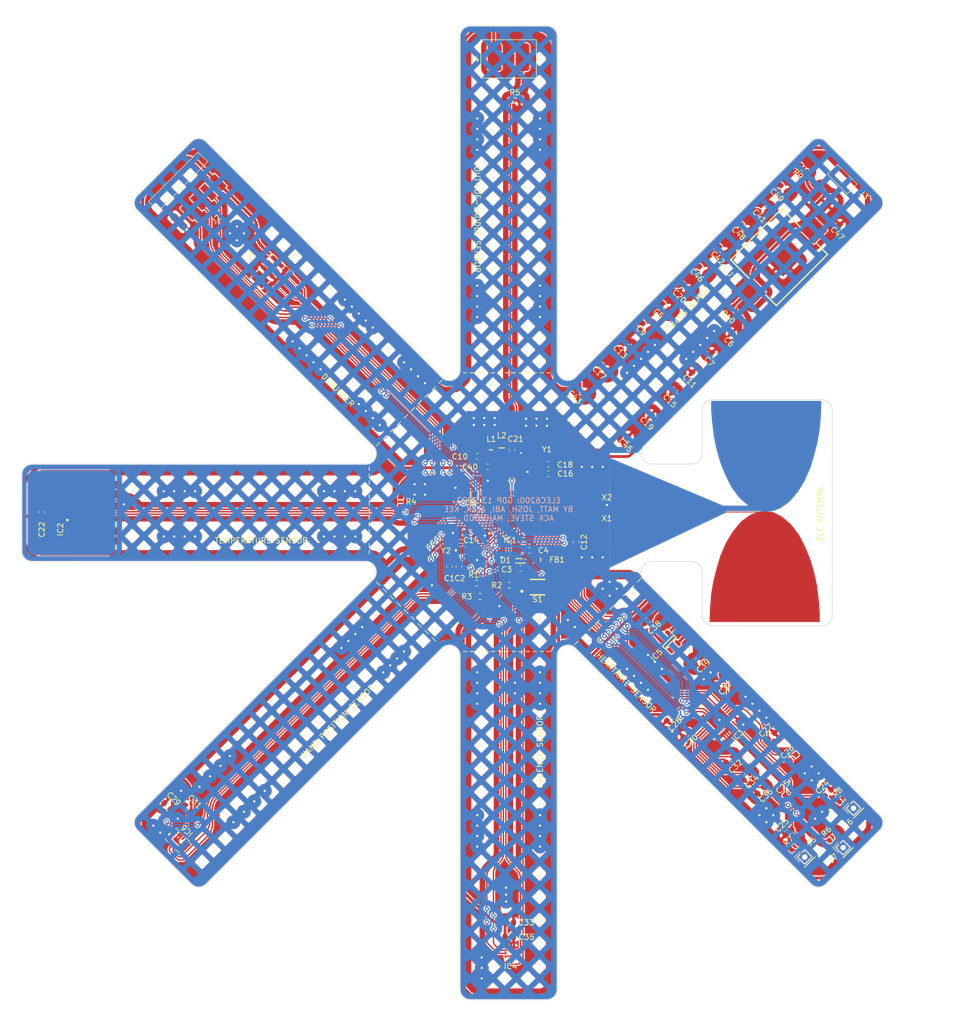
<source format=kicad_pcb>
(kicad_pcb (version 20211014) (generator pcbnew)
  (title_block (title "GDP 13 FPC") (date "2022-11-03") (rev "1.0") (company "University of Southampton"))
  (layers (0 "F.Cu" signal) (31 "B.Cu" signal) (34 "B.Paste" user) (35 "F.Paste" user) (36 "B.SilkS" user "B.Silkscreen") (37 "F.SilkS" user "F.Silkscreen") (38 "B.Mask" user) (39 "F.Mask" user) (44 "Edge.Cuts" user))
  (net 0 "")
  (net 1 "/RCC_OSC32_IN")
  (net 2 "GND")
  (net 3 "/RCC_OSC32_OUT")
  (net 4 "+1V2")
  (net 5 "VDD")
  (net 6 "/PH3-BOOT0")
  (net 7 "/I2C1_SCL")
  (net 8 "/I2C1_SDA")
  (net 10 "/SPI1_SCK")
  (net 11 "/SPI1_NSS")
  (net 12 "/SPI1_MOSI")
  (net 13 "/SPI1_MISO")
  (net 15 "/RCC_MCO")
  (net 16 "/USART1_TX")
  (net 17 "/COMP1_INP")
  (net 18 "/NRST_DEBUG")
  (net 19 "/RCC_OSC_OUT")
  (net 22 "/USART1_RX")
  (net 23 "/HR_INT2")
  (net 24 "/HR_INT1")
  (net 25 "/SYS_JTMS-SWDIO")
  (net 26 "/SYS_JTCK-SWCLK")
  (net 27 "/TEMP_INT")
  (net 28 "/SYS_JTDO-SWO")
  (net 29 "/HANDPOS_INT2")
  (net 30 "/HANDPOS_INT1")
  (net 31 "/CADENCE_INT2")
  (net 32 "/CADENCE_INT1")
  (net 39 "/VDD_PS")
  (net 40 "Net-(J7-Pad1)")
  (net 41 "Net-(L1-Pad2)")
  (net 42 "/VDD_BAT")
  (net 43 "Net-(J5-Pad1)")
  (net 44 "/RCC_OSC_IN")
  (net 45 "/RF1")
  (net 46 "/ECGP")
  (net 47 "/ECGN")
  (net 48 "/NRST")
  (net 49 "/CAPP")
  (net 50 "/CAPN")
  (net 51 "/CPPL")
  (net 52 "/VBG")
  (net 53 "/VCM")
  (net 54 "/VREF")
  (net 57 "Net-(J6-Pad1)")
  (net 58 "/VDDA")
  (net 59 "/VLXSMPS")
  (net 60 "/VFBSMPS")
  (footprint "Capacitor_SMD:C_0603_1608Metric" (layer "F.Cu") (at 183.896734 57.401079 -45)
    (fp_text reference "C42")
    (fp_text value "C")
  )
  (footprint "Capacitor_SMD:C_0603_1608Metric" (layer "F.Cu") (at 82.74 158.775633 135)
    (fp_text reference "C29")
    (fp_text value "C")
  )
  (footprint "Resistor_SMD:R_0603_1608Metric" (layer "F.Cu") (at 186.296637 68.401637 -45)
    (fp_text reference "R10")
    (fp_text value "R")
  )
  (footprint "Capacitor_SMD:C_0603_1608Metric" (layer "F.Cu") (at 171.42337 88.032945 135)
    (fp_text reference "C19")
    (fp_text value "C")
  )
  (footprint "Capacitor_SMD:C_0603_1608Metric" (layer "F.Cu") (at 152.228558 98.195)
    (fp_text reference "C16")
    (fp_text value "C")
  )
  (footprint "Capacitor_SMD:C_0603_1608Metric" (layer "F.Cu") (at 195.987473 163.509319 -135)
    (fp_text reference "C23")
    (fp_text value "C")
  )
  (footprint "Gdp_Flexible:KMR2_1" (layer "F.Cu") (at 150.24 118.855)
    (fp_text reference "S1")
    (fp_text value "KMR231GLFS" hide)
  )
  (footprint "Capacitor_SMD:C_0603_1608Metric" (layer "F.Cu") (at 177.13666 64.123339 -45)
    (fp_text reference "C20")
    (fp_text value "C")
  )
  (footprint "Gdp_Flexible:BEADC1608X95N" (layer "F.Cu") (at 150.8 113.845 180)
    (fp_text reference "FB1")
    (fp_text value "HZ0603C601R-10" hide)
  )
  (footprint "Capacitor_SMD:C_0603_1608Metric" (layer "F.Cu") (at 178.957593 80.300732 135)
    (fp_text reference "C11")
    (fp_text value "C")
  )
  (footprint "Capacitor_SMD:C_0603_1608Metric" (layer "F.Cu") (at 195.962693 156.300334 45)
    (fp_text reference "C25")
    (fp_text value "C")
  )
  (footprint "Capacitor_SMD:C_0603_1608Metric" (layer "F.Cu") (at 167.28326 91.975065 135)
    (fp_text reference "C45")
    (fp_text value "C")
  )
  (footprint "Capacitor_SMD:C_0603_1608Metric" (layer "F.Cu") (at 169.977337 71.320476 -45)
    (fp_text reference "C9")
    (fp_text value "C")
  )
  (footprint "Capacitor_SMD:C_0603_1608Metric" (layer "F.Cu") (at 158.303004 82.994809 -45)
    (fp_text reference "C43")
    (fp_text value "C")
  )
  (footprint "Capacitor_SMD:C_0603_1608Metric" (layer "F.Cu") (at 196.785623 149.93906 45)
    (fp_text reference "C26")
    (fp_text value "C")
  )
  (footprint "Resistor_SMD:R_0603_1608Metric" (layer "F.Cu") (at 205.857627 157.38081 -135)
    (fp_text reference "R8")
    (fp_text value "R")
  )
  (footprint "Capacitor_SMD:C_0603_1608Metric" (layer "F.Cu") (at 186.141798 73.116527 135)
    (fp_text reference "C6")
    (fp_text value "C")
  )
  (footprint "Capacitor_SMD:C_0603_1608Metric" (layer "F.Cu") (at 138.158558 108.884157 180)
    (fp_text reference "C14")
    (fp_text value "C")
  )
  (footprint "Gdp_Flexible:INDC2112X140N" (layer "F.Cu") (at 143.6586 93.485 -90)
    (fp_text reference "L2")
    (fp_text value "74479777310A" hide)
  )
  (footprint "Gdp_Flexible:SOT95P280X145-5N" (layer "F.Cu") (at 174.24518 128.835458 -45)
    (fp_text reference "IC5")
    (fp_text value "TPS7A0312PDBVR" hide)
  )
  (footprint "Capacitor_SMD:C_0603_1608Metric" (layer "F.Cu") (at 170.37 124.865 -135)
    (fp_text reference "C38")
    (fp_text value "C")
  )
  (footprint "Capacitor_SMD:C_0603_1608Metric" (layer "F.Cu") (at 195.122054 46.175759 -45)
    (fp_text reference "C49")
    (fp_text value "C")
  )
  (footprint "Gdp_Flexible:SODFL1608X70N" (layer "F.Cu") (at 146.875 114.07 180)
    (fp_text reference "D1")
    (fp_text value "BAT54KFILM" hide)
  )
  (footprint "Capacitor_SMD:C_0603_1608Metric" (layer "F.Cu") (at 182.549695 76.708629 135)
    (fp_text reference "C7")
    (fp_text value "C")
  )
  (footprint "Gdp_Flexible:LQW18AS10NG0CD" (layer "F.Cu") (at 141.7536 93.828 90)
    (fp_text reference "L1")
    (fp_text value "LQW18AN10NG00D" hide)
  )
  (footprint "Capacitor_SMD:C_0603_1608Metric" (layer "F.Cu") (at 145.097 182.523)
    (fp_text reference "C35")
    (fp_text value "C")
  )
  (footprint "Connector_PinHeader_2.54mm:PinHeader_1x01_P2.54mm_Vertical" (layer "F.Cu") (at 205.944372 166.337008 45)
    (fp_text reference "J7")
    (fp_text value "Conn_01x01")
  )
  (footprint "Capacitor_SMD:C_0603_1608Metric" (layer "F.Cu") (at 177.38827 145.628537 -135)
    (fp_text reference "C30")
    (fp_text value "C")
  )
  (footprint "Capacitor_SMD:C_0603_1608Metric" (layer "F.Cu") (at 147.125 115.455)
    (fp_text reference "C3")
    (fp_text value "C")
  )
  (footprint "Gdp_Flexible:NX2012SA32768KHZEXS00AMU00530" (layer "F.Cu") (at 137.055 112.185)
    (fp_text reference "Y2")
    (fp_text value "NX2012SA-32.768KHZ-EXS00A-MU00389" hide)
  )
  (footprint "Gdp_Flexible:LSM6DSMTR_GDP13" (layer "F.Cu") (at 84.595 164.995 135)
    (fp_text reference "IC6")
    (fp_text value "LSM6DSMTR")
  )
  (footprint "Gdp_Flexible:Antenna_Flexible_RF" (layer "F.Cu") (at 162.935 105.175)
    (fp_text reference "X1")
    (fp_text value "Antenna_Flexible_RF")
  )
  (footprint "Capacitor_SMD:C_0603_1608Metric" (layer "F.Cu") (at 183.494844 136.289072 -135)
    (fp_text reference "C37")
    (fp_text value "C")
  )
  (footprint "Capacitor_SMD:C_0603_1608Metric" (layer "F.Cu") (at 162.344119 78.953694 -45)
    (fp_text reference "C17")
    (fp_text value "C")
  )
  (footprint "Gdp_Flexible:QFN50P500X500X80-29N" (layer "F.Cu") (at 183.360494 143.068812 135)
    (fp_text reference "IC3")
    (fp_text value "MAX30003CTI+" hide)
  )
  (footprint "Capacitor_SMD:C_0603_1608Metric" (layer "F.Cu") (at 203.171678 156.325114 45)
    (fp_text reference "C24")
    (fp_text value "C")
  )
  (footprint "Resistor_SMD:R_0603_1608Metric" (layer "F.Cu") (at 204.042208 164.434841 45)
    (fp_text reference "R6")
    (fp_text value "R")
  )
  (footprint "Capacitor_SMD:C_0603_1608Metric" (layer "F.Cu") (at 137.985 102.005 180)
    (fp_text reference "C8")
    (fp_text value "C")
  )
  (footprint "Capacitor_SMD:C_0603_1608Metric" (layer "F.Cu") (at 145.605 93.855 90)
    (fp_text reference "C21")
    (fp_text value "C")
  )
  (footprint "Gdp_Flexible:S8201-46R" (layer "F.Cu") (at 194.97826 59.407673 45)
    (fp_text reference "U1")
    (fp_text value "S8201-46R" hide)
  )
  (footprint "Resistor_SMD:R_0603_1608Metric" (layer "F.Cu") (at 139.763 120.547)
    (fp_text reference "R3")
    (fp_text value "R")
  )
  (footprint "Gdp_Flexible:TSM-102-YY-ZZZ-SH" (layer "F.Cu") (at 202.0564 48.221243 -45)
    (fp_text reference "J3")
    (fp_text value "TSM-102-01-L-SH" hide)
  )
  (footprint "Capacitor_SMD:C_0603_1608Metric" (layer "F.Cu") (at 179.453729 132.247956 -135)
    (fp_text reference "C39")
    (fp_text value "C")
  )
  (footprint "Capacitor_SMD:C_0603_1608Metric" (layer "F.Cu") (at 205.898361 53.359964 135)
    (fp_text reference "C47")
    (fp_text value "C")
  )
  (footprint "Capacitor_SMD:C_0603_1608Metric" (layer "F.Cu") (at 185.290895 150.29827 -135)
    (fp_text reference "C32")
    (fp_text value "C")
  )
  (footprint "Capacitor_SMD:C_0603_1608Metric" (layer "F.Cu") (at 166.453319 74.980663 -45)
    (fp_text reference "C13")
    (fp_text value "C")
  )
  (footprint "Capacitor_SMD:C_0603_1608Metric" (layer "F.Cu") (at 145.097 179.983)
    (fp_text reference "C33")
    (fp_text value "C")
  )
  (footprint "Capacitor_SMD:C_0603_1608Metric" (layer "F.Cu") (at 174.376223 142.616491 -135)
    (fp_text reference "C28")
    (fp_text value "C")
  )
  (footprint "Gdp_Flexible:NX2016SA32MHZEXS00ACS06654" (layer "F.Cu") (at 148.78 95.02 -90)
    (fp_text reference "Y1")
    (fp_text value "NX2016SA-32MHZ-EXS00A-CS06654" hide)
  )
  (footprint "Capacitor_SMD:C_0603_1608Metric" (layer "F.Cu") (at 157.265 110.655 -90)
    (fp_text reference "C12")
    (fp_text value "C")
  )
  (footprint "Gdp_Flexible:SON65P200X200X80-7N" (layer "F.Cu") (at 63.182642 105.30764 180)
    (fp_text reference "IC2")
    (fp_text value "TMP117MAIDRVR" hide)
  )
  (footprint "Capacitor_SMD:C_0603_1608Metric" (layer "F.Cu") (at 173.569439 67.728373 -45)
    (fp_text reference "C5")
    (fp_text value "C")
  )
  (footprint "Capacitor_SMD:C_0603_1608Metric" (layer "F.Cu") (at 141.16 96.925 180)
    (fp_text reference "C40")
    (fp_text value "C")
  )
  (footprint "Resistor_SMD:R_0603_1608Metric" (layer "F.Cu") (at 139.145 118.115)
    (fp_text reference "R1")
    (fp_text value "R")
  )
  (footprint "Resistor_SMD:R_0603_1608Metric" (layer "F.Cu") (at 198.714156 42.583656 135)
    (fp_text reference "R9")
    (fp_text value "R")
  )
  (footprint "Capacitor_SMD:C_0603_1608Metric" (layer "F.Cu") (at 191.529951 49.767861 -45)
    (fp_text reference "C41")
    (fp_text value "C")
  )
  (footprint "Capacitor_SMD:C_0603_1608Metric" (layer "F.Cu") (at 190.858654 155.866029 -135)
    (fp_text reference "C36")
    (fp_text value "C")
  )
  (footprint "Capacitor_SMD:C_0603_1608Metric" (layer "F.Cu") (at 139.255 95.02 180)
    (fp_text reference "C10")
    (fp_text value "C")
  )
  (footprint "Capacitor_SMD:C_0603_1608Metric" (layer "F.Cu") (at 134.195 115.115 -90)
    (fp_text reference "C1")
    (fp_text value "C")
  )
  (footprint "Capacitor_SMD:C_0603_1608Metric" (layer "F.Cu") (at 86.55 159.155 135)
    (fp_text reference "C31")
    (fp_text value "C")
  )
  (footprint "Capacitor_SMD:C_0603_1608Metric" (layer "F.Cu") (at 152.228558 96.462)
    (fp_text reference "C18")
    (fp_text value "C")
  )
  (footprint "Gdp_Flexible:FTS-105-YY-XX-DV-TR" (layer "F.Cu") (at 102.495964 62.833604 -135)
    (fp_text reference "J1")
    (fp_text value "FTS-105-01-F-DV-TR" hide)
  )
  (footprint "Capacitor_SMD:C_0603_1608Metric" (layer "F.Cu") (at 59.88 105.18 90)
    (fp_text reference "C22")
    (fp_text value "C")
  )
  (footprint "Gdp_Flexible:LGA-12" (layer "F.Cu") (at 145.164983 185.33 90)
    (fp_text reference "IC4")
    (fp_text value "LIS2DW12TR" hide)
  )
  (footprint "Capacitor_SMD:C_0603_1608Metric" (layer "F.Cu") (at 180.304631 60.993181 -45)
    (fp_text reference "C46")
    (fp_text value "C")
  )
  (footprint "Resistor_SMD:R_0603_1608Metric" (layer "F.Cu") (at 125.285 103.275 -90)
    (fp_text reference "R4")
    (fp_text value "R")
  )
  (footprint "Connector_PinHeader_2.54mm:PinHeader_1x01_P2.54mm_Vertical" (layer "F.Cu") (at 207.835 159.155 45)
    (fp_text reference "J6")
    (fp_text value "Conn_01x01")
  )
  (footprint "Gdp_Flexible:QFN50P700X700X60-49N-D" (layer "F.Cu") (at 144.97 105.18 90)
    (fp_text reference "IC1")
    (fp_text value "STM32WB15CCU6" hide)
  )
  (footprint "Resistor_SMD:R_0603_1608Metric" (layer "F.Cu") (at 145.097 118.515)
    (fp_text reference "R2")
    (fp_text value "R")
  )
  (footprint "Gdp_Flexible:Antenna_Flexible_GND" (layer "F.Cu") (at 162.877 104.5087)
    (fp_text reference "X2")
    (fp_text value "Antenna_Flexible_GND")
  )
  (footprint "Gdp_Flexible:FSR07CE" (layer "F.Cu") (at 144.970002 22.250282)
    (fp_text reference "J4")
    (fp_text value "FSR07CE")
  )
  (footprint "Resistor_SMD:R_0603_1608Metric" (layer "F.Cu") (at 197.101977 166.136459 45)
    (fp_text reference "R7")
    (fp_text value "R")
  )
  (footprint "Resistor_SMD:R_0603_1608Metric" (layer "F.Cu") (at 146.113 30.123)
    (fp_text reference "R5")
    (fp_text value "R")
  )
  (footprint "Capacitor_SMD:C_0603_1608Metric" (layer "F.Cu") (at 187.937849 53.359964 -45)
    (fp_text reference "C48")
    (fp_text value "C")
  )
  (footprint "Capacitor_SMD:C_0603_1608Metric" (layer "F.Cu") (at 135.915 115.115 -90)
    (fp_text reference "C2")
    (fp_text value "C")
  )
  (footprint "Capacitor_SMD:C_0603_1608Metric" (layer "F.Cu") (at 188.344183 153.351557 -135)
    (fp_text reference "C34")
    (fp_text value "C")
  )
  (footprint "Gdp_Flexible:TSM-105-YY-ZZZ-SH" (layer "F.Cu") (at 88.455 48.665 45)
    (fp_text reference "J2")
    (fp_text value "TSM-105-01-T-SH" hide)
  )
  (footprint "Capacitor_SMD:C_0603_1608Metric" (layer "F.Cu") (at 175.36549 83.892834 135)
    (fp_text reference "C15")
    (fp_text value "C")
  )
  (footprint "Capacitor_SMD:C_0603_1608Metric" (layer "F.Cu") (at 148.78 112.165 180)
    (fp_text reference "C4")
    (fp_text value "C")
  )
  (footprint "Capacitor_SMD:C_0603_1608Metric" (layer "F.Cu") (at 192.834311 145.987747 45)
    (fp_text reference "C27")
    (fp_text value "C")
  )
  (footprint "Connector_PinHeader_2.54mm:PinHeader_1x01_P2.54mm_Vertical" (layer "F.Cu") (at 198.945 168.045 45)
    (fp_text reference "J5")
    (fp_text value "Conn_01x01")
  )
  (gr_poly (pts (xy 73.193354 98.954073) (xy 73.193354 111.654073) (xy 71.945 112.902427) (xy 58.61 112.902427) (xy 57.361646 111.654073) (xy 57.361646 98.954073) (xy 58.61 97.705719) (xy 71.945 97.705719)) (layer "B.Cu") (width 0.2) (fill solid))
  (gr_circle (center 58.61 111.654073) (end 59.858354 111.654073) (layer "B.Cu") (width 0.2) (fill solid))
  (gr_circle (center 58.61 98.954073) (end 59.858354 98.954073) (layer "B.Cu") (width 0.2) (fill solid))
  (gr_circle (center 71.945 98.954073) (end 73.193354 98.954073) (layer "B.Cu") (width 0.2) (fill solid))
  (gr_circle (center 71.945 111.654073) (end 73.193354 111.654073) (layer "B.Cu") (width 0.2) (fill solid))
  (gr_line (start 136.715 130.58) (end 137.35 130.58) (layer "F.SilkS") (width 0.15))
  (gr_line (start 119.57 98.195) (end 119.57 98.83) (layer "F.SilkS") (width 0.15))
  (gr_line (start 120.84 93.115) (end 121.475 92.48) (layer "F.SilkS") (width 0.15))
  (gr_line (start 125.92 122.96) (end 126.555 123.595) (layer "F.SilkS") (width 0.15))
  (gr_line (start 124.65 121.69) (end 125.285 122.325) (layer "F.SilkS") (width 0.15))
  (gr_line (start 164.655 121.69) (end 165.29 121.055) (layer "F.SilkS") (width 0.15))
  (gr_line (start 165.925 120.42) (end 166.56 119.785) (layer "F.SilkS") (width 0.15))
  (gr_line (start 119.57 104.545) (end 119.57 105.18) (layer "F.SilkS") (width 0.15))
  (gr_line (start 127.19 124.23) (end 127.825 124.865) (layer "F.SilkS") (width 0.15))
  (gr_line (start 140.525 130.58) (end 141.16 130.58) (layer "F.SilkS") (width 0.15))
  (gr_line (start 137.985 79.78) (end 138.62 79.78) (layer "F.SilkS") (width 0.15))
  (gr_line (start 129.73 84.225) (end 130.365 83.59) (layer "F.SilkS") (width 0.15))
  (gr_line (start 128.46 85.495) (end 129.095 84.86) (layer "F.SilkS") (width 0.15))
  (gr_line (start 139.255 130.58) (end 139.89 130.58) (layer "F.SilkS") (width 0.15))
  (gr_line (start 148.145 130.58) (end 148.78 130.58) (layer "F.SilkS") (width 0.15))
  (gr_line (start 159.575 126.77) (end 160.21 126.135) (layer "F.SilkS") (width 0.15))
  (gr_line (start 119.57 96.925) (end 119.57 97.56) (layer "F.SilkS") (width 0.15))
  (gr_line (start 119.57 109.625) (end 119.57 110.26) (layer "F.SilkS") (width 0.15))
  (gr_line (start 131 82.955) (end 131.635 82.32) (layer "F.SilkS") (width 0.15))
  (gr_line (start 119.57 108.355) (end 119.57 108.99) (layer "F.SilkS") (width 0.15))
  (gr_line (start 131 128.04) (end 131.635 128.675) (layer "F.SilkS") (width 0.15))
  (gr_line (start 136.715 79.78) (end 137.35 79.78) (layer "F.SilkS") (width 0.15))
  (gr_line (start 146.875 79.78) (end 147.51 79.78) (layer "F.SilkS") (width 0.15))
  (gr_line (start 119.57 100.735) (end 119.57 101.37) (layer "F.SilkS") (width 0.15))
  (gr_line (start 123.38 120.42) (end 124.015 121.055) (layer "F.SilkS") (width 0.15))
  (gr_line (start 132.27 81.685) (end 132.905 81.05) (layer "F.SilkS") (width 0.15))
  (gr_line (start 137.985 130.58) (end 138.62 130.58) (layer "F.SilkS") (width 0.15))
  (gr_line (start 119.57 102.005) (end 119.57 102.64) (layer "F.SilkS") (width 0.15))
  (gr_line (start 140.525 79.78) (end 141.16 79.78) (layer "F.SilkS") (width 0.15))
  (gr_line (start 120.84 117.88) (end 121.475 118.515) (layer "F.SilkS") (width 0.15))
  (gr_line (start 151.955 130.58) (end 152.59 130.58) (layer "F.SilkS") (width 0.15))
  (gr_line (start 149.415 79.78) (end 150.05 79.78) (layer "F.SilkS") (width 0.15))
  (gr_line (start 145.605 79.78) (end 146.24 79.78) (layer "F.SilkS") (width 0.15))
  (gr_line (start 127.19 86.765) (end 127.825 86.13) (layer "F.SilkS") (width 0.15))
  (gr_line (start 168.465 117.88) (end 169.1 117.245) (layer "F.SilkS") (width 0.15))
  (gr_line (start 119.57 103.275) (end 119.57 103.91) (layer "F.SilkS") (width 0.15))
  (gr_line (start 160.845 125.5) (end 161.48 124.865) (layer "F.SilkS") (width 0.15))
  (gr_line (start 146.875 130.58) (end 147.51 130.58) (layer "F.SilkS") (width 0.15))
  (gr_line (start 151.955 79.78) (end 152.59 79.78) (layer "F.SilkS") (width 0.15))
  (gr_line (start 145.605 130.58) (end 146.24 130.58) (layer "F.SilkS") (width 0.15))
  (gr_line (start 119.57 99.465) (end 119.57 100.1) (layer "F.SilkS") (width 0.15))
  (gr_line (start 158.305 128.04) (end 158.94 127.405) (layer "F.SilkS") (width 0.15))
  (gr_line (start 143.065 79.78) (end 143.7 79.78) (layer "F.SilkS") (width 0.15))
  (gr_line (start 149.415 130.58) (end 150.05 130.58) (layer "F.SilkS") (width 0.15))
  (gr_line (start 150.685 79.78) (end 151.32 79.78) (layer "F.SilkS") (width 0.15))
  (gr_line (start 123.38 90.575) (end 124.015 89.94) (layer "F.SilkS") (width 0.15))
  (gr_line (start 167.195 119.15) (end 167.83 118.515) (layer "F.SilkS") (width 0.15))
  (gr_line (start 144.335 79.78) (end 144.97 79.78) (layer "F.SilkS") (width 0.15))
  (gr_line (start 148.145 79.78) (end 148.78 79.78) (layer "F.SilkS") (width 0.15))
  (gr_line (start 122.11 91.845) (end 122.745 91.21) (layer "F.SilkS") (width 0.15))
  (gr_line (start 124.65 89.305) (end 125.285 88.67) (layer "F.SilkS") (width 0.15))
  (gr_line (start 162.115 124.23) (end 162.75 123.595) (layer "F.SilkS") (width 0.15))
  (gr_line (start 163.385 122.96) (end 164.02 122.325) (layer "F.SilkS") (width 0.15))
  (gr_line (start 129.73 126.77) (end 130.365 127.405) (layer "F.SilkS") (width 0.15))
  (gr_line (start 122.11 119.15) (end 122.745 119.785) (layer "F.SilkS") (width 0.15))
  (gr_line (start 157.035 129.31) (end 157.67 128.675) (layer "F.SilkS") (width 0.15))
  (gr_line (start 141.795 130.58) (end 142.43 130.58) (layer "F.SilkS") (width 0.15))
  (gr_line (start 139.255 79.78) (end 139.89 79.78) (layer "F.SilkS") (width 0.15))
  (gr_line (start 119.57 110.895) (end 119.57 111.53) (layer "F.SilkS") (width 0.15))
  (gr_line (start 143.065 130.58) (end 143.7 130.58) (layer "F.SilkS") (width 0.15))
  (gr_line (start 119.57 105.815) (end 119.57 106.45) (layer "F.SilkS") (width 0.15))
  (gr_line (start 150.685 130.58) (end 151.32 130.58) (layer "F.SilkS") (width 0.15))
  (gr_line (start 144.335 130.58) (end 144.97 130.58) (layer "F.SilkS") (width 0.15))
  (gr_line (start 125.92 88.035) (end 126.555 87.4) (layer "F.SilkS") (width 0.15))
  (gr_line (start 142.43 79.78) (end 141.795 79.78) (layer "F.SilkS") (width 0.15))
  (gr_line (start 119.57 107.085) (end 119.57 107.72) (layer "F.SilkS") (width 0.15))
  (gr_line (start 128.46 125.5) (end 129.095 126.135) (layer "F.SilkS") (width 0.15))
  (gr_line (start 119.57 112.165) (end 119.57 112.8) (layer "F.SilkS") (width 0.15))
  (gr_arc (start 169.645 117.438636) (mid 169.232017 115.362568) (end 170.992038 114.186599) (layer "Edge.Cuts") (width 0.1))
  (gr_line (start 77.255 50.165) (end 120.257852 93.166831) (layer "Edge.Cuts") (width 0.1))
  (gr_arc (start 180.250526 86.594748) (mid 180.808498 85.247735) (end 182.155526 84.689748) (layer "Edge.Cuts") (width 0.1))
  (gr_arc (start 151.958965 16.537701) (mid 153.306016 17.095652) (end 153.863965 18.442701) (layer "Edge.Cuts") (width 0.1))
  (gr_arc (start 203.960527 124.019749) (mid 203.402576 125.366812) (end 202.055527 125.924749) (layer "Edge.Cuts") (width 0.1))
  (gr_arc (start 153.861075 131.360968) (mid 155.037071 129.600963) (end 157.113112 130.01393) (layer "Edge.Cuts") (width 0.1))
  (gr_line (start 170.986836 118.754983) (end 212.677039 160.447962) (layer "Edge.Cuts") (width 0.1))
  (gr_line (start 87.137052 37.600962) (end 77.255 47.470924) (layer "Edge.Cuts") (width 0.1))
  (gr_arc (start 137.984999 194.080001) (mid 136.637951 193.522041) (end 136.079999 192.175001) (layer "Edge.Cuts") (width 0.1))
  (gr_arc (start 202.065528 84.689748) (mid 203.412557 85.247718) (end 203.970528 86.594748) (layer "Edge.Cuts") (width 0.1))
  (gr_line (start 202.803346 173.016653) (end 212.677039 163.142038) (layer "Edge.Cuts") (width 0.1))
  (gr_arc (start 58.105 114.195) (mid 56.757952 113.63704) (end 56.2 112.29) (layer "Edge.Cuts") (width 0.1))
  (gr_line (start 180.245527 93.214749) (end 180.250526 86.594748) (layer "Edge.Cuts") (width 0.1))
  (gr_arc (start 182.155526 125.92975) (mid 180.808479 125.371796) (end 180.250526 124.02475) (layer "Edge.Cuts") (width 0.1))
  (gr_line (start 180.245527 93.214749) (end 180.245527 94.514749) (layer "Edge.Cuts") (width 0.1))
  (gr_line (start 180.255527 117.404749) (end 180.252962 116.092038) (layer "Edge.Cuts") (width 0.1))
  (gr_line (start 89.832038 173.01204) (end 132.832963 130.017962) (layer "Edge.Cuts") (width 0.1))
  (gr_arc (start 136.085 79.245) (mid 134.909008 81.004965) (end 132.832962 80.592038) (layer "Edge.Cuts") (width 0.1))
  (gr_line (start 58.105 114.195) (end 118.902147 114.201259) (layer "Edge.Cuts") (width 0.1))
  (gr_line (start 200.107962 37.59796) (end 157.117442 80.578999) (layer "Edge.Cuts") (width 0.1))
  (gr_line (start 178.347962 114.187038) (end 170.992038 114.186599) (layer "Edge.Cuts") (width 0.1))
  (gr_line (start 56.201151 98.323308) (end 56.2 112.29) (layer "Edge.Cuts") (width 0.1))
  (gr_arc (start 87.137052 37.600962) (mid 88.48409 37.043001) (end 89.831128 37.600962) (layer "Edge.Cuts") (width 0.1))
  (gr_line (start 157.113112 130.01393) (end 200.10927 173.016653) (layer "Edge.Cuts") (width 0.1))
  (gr_line (start 170.985909 91.867461) (end 169.677962 93.167461) (layer "Edge.Cuts") (width 0.1))
  (gr_arc (start 132.832963 130.017962) (mid 134.909008 129.605003) (end 136.085 131.365) (layer "Edge.Cuts") (width 0.1))
  (gr_line (start 203.970528 86.594748) (end 203.960527 124.019749) (layer "Edge.Cuts") (width 0.1))
  (gr_line (start 151.958965 16.537701) (end 137.986385 16.538262) (layer "Edge.Cuts") (width 0.1))
  (gr_line (start 170.985909 91.867461) (end 212.677039 50.172038) (layer "Edge.Cuts") (width 0.1))
  (gr_arc (start 212.677039 47.477962) (mid 213.234981 48.824992) (end 212.677039 50.172038) (layer "Edge.Cuts") (width 0.1))
  (gr_arc (start 212.677039 160.447962) (mid 213.234981 161.794992) (end 212.677039 163.142038) (layer "Edge.Cuts") (width 0.1))
  (gr_arc (start 118.902147 114.201259) (mid 120.662104 115.377257) (end 120.249185 117.453296) (layer "Edge.Cuts") (width 0.1))
  (gr_line (start 136.085 131.365) (end 136.079999 192.175001) (layer "Edge.Cuts") (width 0.1))
  (gr_line (start 120.249185 117.453296) (end 77.25796 160.447962) (layer "Edge.Cuts") (width 0.1))
  (gr_line (start 182.155526 125.92975) (end 202.055527 125.924749) (layer "Edge.Cuts") (width 0.1))
  (gr_line (start 212.677039 47.477962) (end 202.802038 37.59796) (layer "Edge.Cuts") (width 0.1))
  (gr_arc (start 136.081385 18.443262) (mid 136.63935 17.096225) (end 137.986385 16.538262) (layer "Edge.Cuts") (width 0.1))
  (gr_arc (start 171.025 96.419498) (mid 169.264974 95.243546) (end 169.677962 93.167461) (layer "Edge.Cuts") (width 0.1))
  (gr_line (start 136.081385 18.443262) (end 136.085 79.245) (layer "Edge.Cuts") (width 0.1))
  (gr_line (start 178.340527 96.419749) (end 171.025 96.419498) (layer "Edge.Cuts") (width 0.1))
  (gr_line (start 77.25796 163.142038) (end 87.137962 173.01204) (layer "Edge.Cuts") (width 0.1))
  (gr_line (start 153.856775 192.175496) (end 153.861075 131.360968) (layer "Edge.Cuts") (width 0.1))
  (gr_line (start 137.984999 194.080001) (end 151.951775 194.080496) (layer "Edge.Cuts") (width 0.1))
  (gr_arc (start 157.117442 80.578999) (mid 155.04139 80.991958) (end 153.865405 79.231961) (layer "Edge.Cuts") (width 0.1))
  (gr_arc (start 178.347962 114.187038) (mid 179.695037 114.744984) (end 180.252962 116.092038) (layer "Edge.Cuts") (width 0.1))
  (gr_line (start 182.155526 84.689748) (end 202.065528 84.689748) (layer "Edge.Cuts") (width 0.1))
  (gr_line (start 118.910814 96.418868) (end 58.106151 96.418308) (layer "Edge.Cuts") (width 0.1))
  (gr_arc (start 153.856775 192.175496) (mid 153.298804 193.522511) (end 151.951775 194.080496) (layer "Edge.Cuts") (width 0.1))
  (gr_line (start 153.865405 79.231961) (end 153.863965 18.442701) (layer "Edge.Cuts") (width 0.1))
  (gr_arc (start 89.832038 173.01204) (mid 88.485 173.570001) (end 87.137962 173.01204) (layer "Edge.Cuts") (width 0.1))
  (gr_arc (start 200.107962 37.59796) (mid 201.455 37.039999) (end 202.802038 37.59796) (layer "Edge.Cuts") (width 0.1))
  (gr_arc (start 180.245527 94.514749) (mid 179.687576 95.861812) (end 178.340527 96.419749) (layer "Edge.Cuts") (width 0.1))
  (gr_line (start 170.986836 118.754983) (end 169.645 117.438636) (layer "Edge.Cuts") (width 0.1))
  (gr_arc (start 77.255 50.165) (mid 76.697065 48.817965) (end 77.255 47.470924) (layer "Edge.Cuts") (width 0.1))
  (gr_arc (start 202.803346 173.016653) (mid 201.456308 173.574614) (end 200.10927 173.016653) (layer "Edge.Cuts") (width 0.1))
  (gr_arc (start 77.25796 163.142038) (mid 76.69998 161.794992) (end 77.25796 160.447962) (layer "Edge.Cuts") (width 0.1))
  (gr_line (start 180.255527 117.404749) (end 180.250526 124.02475) (layer "Edge.Cuts") (width 0.1))
  (gr_line (start 132.832962 80.592038) (end 89.831128 37.600962) (layer "Edge.Cuts") (width 0.1))
  (gr_arc (start 56.201151 98.323308) (mid 56.759103 96.976265) (end 58.106151 96.418308) (layer "Edge.Cuts") (width 0.1))
  (gr_arc (start 120.257852 93.166831) (mid 120.670832 95.242873) (end 118.910814 96.418868) (layer "Edge.Cuts") (width 0.1))
  (gr_text "ELEC6200: GDP 13 2022\nBY MATT, JOSH, ABI, ALEX, KEE\nACK STEVE, MAHMOUD" (at 144.97 104.669073) (layer "B.SilkS") (effects (font (size 1 1)) (justify mirror)))
  (gr_text "BLE ANTENNA" (at 201.725 105.575 90) (layer "F.SilkS") (effects (font (size 1 1))))
  (gr_text "POWER SUPPLY\n" (at 177.355 68.35 225) (layer "F.SilkS") (effects (font (size 1 1))))
  (gr_text "DEBUGGER\n" (at 113.855 82.955 315) (layer "F.SilkS") (effects (font (size 1 1))))
  (gr_text "HEARTRATE SENSOR\n" (at 166.405 136.255 315) (layer "F.SilkS") (effects (font (size 1 1))))
  (gr_text "OUT-OF-SADDLE SENSOR\n" (at 139.255002 51.84 270) (layer "F.SilkS") (effects (font (size 1 1))))
  (gr_text "HAND POSITION SENSOR" (at 113.855 143.28 45) (layer "F.SilkS") (effects (font (size 1 1))))
  (gr_text "CADENCE SENSOR\n" (at 150.685 148.849157 90) (layer "F.SilkS") (effects (font (size 1 1))))
  (gr_text "TEMPERATURE SENSOR\n" (at 99.885 110.359157) (layer "F.SilkS") (effects (font (size 1 1))))
  (segment (start 136.83795 111.40205) (end 136.305 111.935) (width 0.25) (layer "F.Cu") (net 1))
  (segment (start 142.427107 109.505608) (end 141.116451 110.816264) (width 0.25) (layer "F.Cu") (net 1))
  (segment (start 134.195 114.295) (end 134.195 114.34) (width 0.25) (layer "F.Cu") (net 1))
  (segment (start 140.409344 111.109157) (end 137.545057 111.109157) (width 0.25) (layer "F.Cu") (net 1))
  (segment (start 136.305 111.935) (end 136.305 112.185) (width 0.25) (layer "F.Cu") (net 1))
  (segment (start 142.72 108.63) (end 142.72 108.798501) (width 0.25) (layer "F.Cu") (net 1))
  (segment (start 136.305 112.185) (end 134.195 114.295) (width 0.25) (layer "F.Cu") (net 1))
  (arc (start 141.116451 110.816264) (mid 140.792028 111.033037) (end 140.409344 111.109157) (width 0.25) (layer "F.Cu") (net 1))
  (arc (start 142.72 108.798501) (mid 142.64388 109.181184) (end 142.427107 109.505608) (width 0.25) (layer "F.Cu") (net 1))
  (arc (start 136.83795 111.40205) (mid 137.162373 111.185277) (end 137.545057 111.109157) (width 0.25) (layer "F.Cu") (net 1))
  (segment (start 85.620517 165.666964) (end 84.913409 166.374071) (width 0.245) (layer "F.Cu") (net 2))
  (segment (start 184.678356 141.053558) (end 185.389066 140.34285) (width 0.254) (layer "F.Cu") (net 2))
  (segment (start 145.914983 184.53) (end 145.914983 185.053) (width 0.245) (layer "F.Cu") (net 2))
  (segment (start 84.345 164.730859) (end 84.345 164.891446) (width 0.245) (layer "F.Cu") (net 2))
  (segment (start 187.227937 139.757063) (end 188.15 138.835) (width 0.254) (layer "F.Cu") (net 2))
  (segment (start 183.961536 145.791173) (end 183.738373 146.014335) (width 0.508) (layer "F.Cu") (net 2))
  (segment (start 149.583945 103.137107) (end 152.710665 100.010387) (width 0.254) (layer "F.Cu") (net 2))
  (segment (start 179.189308 146.947103) (end 179.189308 148.339452) (width 0.254) (layer "F.Cu") (net 2))
  (segment (start 179.482201 149.046559) (end 184.037749 153.602107) (width 0.254) (layer "F.Cu") (net 2))
  (segment (start 148.42 103.43) (end 148.876838 103.43) (width 0.254) (layer "F.Cu") (net 2))
  (segment (start 84.491447 165.245) (end 85.266964 166.020517) (width 0.245) (layer "F.Cu") (net 2))
  (segment (start 180.097306 147.45332) (end 180.097306 147.963346) (width 0.254) (layer "F.Cu") (net 2))
  (segment (start 184.744856 153.895) (end 187.79161 153.895) (width 0.254) (layer "F.Cu") (net 2))
  (segment (start 186.29637 142.46777) (end 187.739358 143.910757) (width 0.254) (layer "F.Cu") (net 2))
  (segment (start 182.052346 145.084066) (end 180.390199 146.746213) (width 0.245) (layer "F.Cu") (net 2))
  (segment (start 153.003558 96.462) (end 153.003558 98.195) (width 0.508) (layer "F.Cu") (net 2))
  (segment (start 184.668642 141.053557) (end 184.678356 141.053558) (width 0.254) (layer "F.Cu") (net 2))
  (segment (start 183.961536 145.791173) (end 185.022196 144.730512) (width 0.508) (layer "F.Cu") (net 2))
  (segment (start 182.980238 150.846278) (end 184.742888 150.846278) (width 0.254) (layer "F.Cu") (net 2))
  (segment (start 183.738373 146.014335) (end 183.001284 146.014335) (width 0.508) (layer "F.Cu") (net 2))
  (segment (start 146.72 103.43) (end 144.97 105.18) (width 0.254) (layer "F.Cu") (net 2))
  (segment (start 186.082854 142.46777) (end 186.29637 142.46777) (width 0.254) (layer "F.Cu") (net 2))
  (segment (start 148.42 103.43) (end 146.72 103.43) (width 0.254) (layer "F.Cu") (net 2))
  (segment (start 144.22 101.73) (end 144.22 104.43) (width 0.254) (layer "F.Cu") (net 2))
  (segment (start 181.34524 144.376958) (end 179.482201 146.239996) (width 0.245) (layer "F.Cu") (net 2))
  (segment (start 65.105376 105.30764) (end 64.232642 105.30764) (width 0.254) (layer "F.Cu") (net 2))
  (segment (start 145.914983 184.53) (end 145.441983 184.53) (width 0.245) (layer "F.Cu") (net 2))
  (segment (start 74.840846 103.784919) (end 67.360141 103.784919) (width 0.254) (layer "F.Cu") (net 2))
  (segment (start 186.09617 140.049957) (end 186.520831 140.049956) (width 0.254) (layer "F.Cu") (net 2))
  (segment (start 187.79161 153.895) (end 187.796175 153.899565) (width 0.254) (layer "F.Cu") (net 2))
  (segment (start 84.910582 163.95817) (end 84.491446 164.377306) (width 0.245) (layer "F.Cu") (net 2))
  (segment (start 148.19 119.655) (end 152.29 119.655) (width 0.508) (layer "F.Cu") (net 2))
  (segment (start 153.003558 99.30328) (end 153.003558 98.195) (width 0.254) (layer "F.Cu") (net 2))
  (segment (start 66.751337 104.075893) (end 65.812483 105.014747) (width 0.254) (layer "F.Cu") (net 2))
  (segment (start 183.001284 146.014335) (end 182.842326 145.855377) (width 0.508) (layer "F.Cu") (net 2))
  (segment (start 85.264135 164.311723) (end 84.910582 163.95817) (width 0.245) (layer "F.Cu") (net 2))
  (segment (start 144.22 104.43) (end 144.97 105.18) (width 0.254) (layer "F.Cu") (net 2))
  (segment (start 180.390199 148.670453) (end 182.273131 150.553385) (width 0.254) (layer "F.Cu") (net 2))
  (segment (start 185.022196 144.730512) (end 185.243265 144.509443) (width 0.508) (layer "F.Cu") (net 2))
  (via (at 162.115 119.15) (size 0.8) (drill 0.4) (layers "F.Cu" "B.Cu") (net 2))
  (via (at 123.38 133.12) (size 0.8) (drill 0.4) (layers "F.Cu" "B.Cu") (net 2))
  (via (at 115.125 109.625) (size 0.8) (drill 0.4) (layers "F.Cu" "B.Cu") (net 2))
  (via (at 150.05 88.159073) (size 0.8) (drill 0.4) (layers "F.Cu" "B.Cu") (net 2))
  (via (at 118.935 70.255) (size 0.8) (drill 0.4) (layers "F.Cu" "B.Cu") (net 2))
  (via (at 193.23 160.425) (size 0.8) (drill 0.4) (layers "F.Cu" "B.Cu") (net 2))
  (via (at 138.62 88.035) (size 0.8) (drill 0.4) (layers "F.Cu" "B.Cu") (net 2))
  (via (at 74.840846 103.784919) (size 0.8) (drill 0.4) (layers "F.Cu" "B.Cu") (net 2))
  (via (at 170.37 75.97) (size 0.8) (drill 0.4) (layers "F.Cu" "B.Cu") (net 2))
  (via (at 92.438558 151.429157) (size 0.8) (drill 0.4) (layers "F.Cu" "B.Cu") (net 2))
  (via (at 174.815 145.185) (size 0.8) (drill 0.4) (layers "F.Cu" "B.Cu") (net 2))
  (via (at 146.115 138.195) (size 0.8) (drill 0.4) (layers "F.Cu" "B.Cu") (net 2))
  (via (at 84.01 101.37) (size 0.8) (drill 0.4) (layers "F.Cu" "B.Cu") (net 2))
  (via (at 166.56 133.755) (size 0.8) (drill 0.4) (layers "F.Cu" "B.Cu") (net 2))
  (via (at 183.395958 143.047157) (size 0.8) (drill 0.4) (layers "F.Cu" "B.Cu") (net 2))
  (via (at 191.96 159.155) (size 0.8) (drill 0.4) (layers "F.Cu" "B.Cu") (net 2))
  (via (at 139.225 113.935) (size 0.8) (drill 0.4) (layers "F.Cu" "B.Cu") (net 2))
  (via (at 94.17 149.63) (size 0.8) (drill 0.4) (layers "F.Cu" "B.Cu") (net 2))
  (via (at 150.685 160.425) (size 0.8) (drill 0.4) (layers "F.Cu" "B.Cu") (net 2))
  (via (at 117.03 109.625) (size 0.8) (drill 0.4) (layers "F.Cu" "B.Cu") (net 2))
  (via (at 200.85 161.06) (size 0.8) (drill 0.4) (layers "F.Cu" "B.Cu") (net 2))
  (via (at 171.64 74.7) (size 0.8) (drill 0.4) (layers "F.Cu" "B.Cu") (net 2))
  (via (at 108.14 76.605) (size 0.8) (drill 0.4) (layers "F.Cu" "B.Cu") (net 2))
  (via (at 167.83 78.51) (size 0.8) (drill 0.4) (layers "F.Cu" "B.Cu") (net 2))
  (via (at 139.255 162.33) (size 0.8) (drill 0.4) (layers "F.Cu" "B.Cu") (net 2))
  (via (at 139.255 39.14) (size 0.8) (drill 0.4) (layers "F.Cu" "B.Cu") (net 2))
  (via (at 143.655 113.435) (size 0.8) (drill 0.4) (layers "F.Cu" "B.Cu") (net 2))
  (via (at 160.21 96.925) (size 0.8) (drill 0.4) (layers "F.Cu" "B.Cu") (net 2))
  (via (at 150.685 138.2) (size 0.8) (drill 0.4) (layers "F.Cu" "B.Cu") (net 2))
  (via (at 150.685 140.105) (size 0.8) (drill 0.4) (layers "F.Cu" "B.Cu") (net 2))
  (via (at 117.665 85.495) (size 0.8) (drill 0.4) (layers "F.Cu" "B.Cu") (net 2))
  (via (at 90.533558 153.334157) (size 0.8) (drill 0.4) (layers "F.Cu" "B.Cu") (net 2))
  (via (at 202.12 159.79) (size 0.8) (drill 0.4) (layers "F.Cu" "B.Cu") (net 2))
  (via (at 85.915 109.625) (size 0.8) (drill 0.4) (layers "F.Cu" "B.Cu") (net 2))
  (via (at 81.47 163.6) (size 0.8) (drill 0.4) (layers "F.Cu" "B.Cu") (net 2))
  (via (at 127.825 102.005) (size 0.8) (drill 0.4) (layers "F.Cu" "B.Cu") (net 2))
  (via (at 135.285 100.735) (size 0.8) (drill 0.4) (layers "F.Cu" "B.Cu") (net 2))
  (via (at 200.215 151.535) (size 0.8) (drill 0.4) (layers "F.Cu" "B.Cu") (net 2))
  (via (at 150.685 166.14) (size 0.8) (drill 0.4) (layers "F.Cu" "B.Cu") (net 2))
  (via (at 148.425 97.835) (size 0.8) (drill 0.4) (layers "F.Cu" "B.Cu") (net 2))
  (via (at 144.508558 176.173) (size 0.8) (drill 0.4) (layers "F.Cu" "B.Cu") (net 2))
  (via (at 96.71 159.79) (size 0.8) (drill 0.4) (layers "F.Cu" "B.Cu") (net 2))
  (via (at 131 118.515) (size 0.8) (drill 0.4) (layers "F.Cu" "B.Cu") (net 2))
  (via (at 150.685 162.33) (size 0.8) (drill 0.4) (layers "F.Cu" "B.Cu") (net 2))
  (via (at 157.035 126.135) (size 0.8) (drill 0.4) (layers "F.Cu" "B.Cu") (net 2))
  (via (at 140.525 88.035) (size 0.8) (drill 0.4) (layers "F.Cu" "B.Cu") (net 2))
  (via (at 143.285 122.325) (size 0.8) (drill 0.4) (layers "F.Cu" "B.Cu") (net 2))
  (via (at 150.685 136.295) (size 0.8) (drill 0.4) (layers "F.Cu" "B.Cu") (net 2))
  (via (at 158.305 113.435) (size 0.8) (drill 0.4) (layers "F.Cu" "B.Cu") (net 2))
  (via (at 140.063558 186.354157) (size 0.8) (drill 0.4) (layers "F.Cu" "B.Cu") (net 2))
  (via (at 129.73 102.005) (size 0.8) (drill 0.4) (layers "F.Cu" "B.Cu") (net 2))
  (via (at 158.305 96.925) (size 0.8) (drill 0.4) (layers "F.Cu" "B.Cu") (net 2))
  (via (at 110.68 79.145) (size 0.8) (drill 0.4) (layers "F.Cu" "B.Cu") (net 2))
  (via (at 198.945 152.805) (size 0.8) (drill 0.4) (layers "F.Cu" "B.Cu") (net 2))
  (via (at 87.82 101.37) (size 0.8) (drill 0.4) (layers "F.Cu" "B.Cu") (net 2))
  (via (at 200.215 154.075) (size 0.8) (drill 0.4) (layers "F.Cu" "B.Cu") (net 2))
  (via (at 188.15 138.835) (size 0.8) (drill 0.4) (layers "F.Cu" "B.Cu") (net 2))
  (via (at 128.46 80.415) (size 0.8) (drill 0.4) (layers "F.Cu" "B.Cu") (net 2))
  (via (at 144.508558 173.633) (size 0.8) (drill 0.4) (layers "F.Cu" "B.Cu") (net 2))
  (via (at 124.65 131.85) (size 0.8) (drill 0.4) (layers "F.Cu" "B.Cu") (net 2))
  (via (at 162.877 103.8737) (size 0.8) (drill 0.4) (layers "F.Cu" "B.Cu") (net 2))
  (via (at 150.685 65.81) (size 0.8) (drill 0.4) (layers "F.Cu" "B.Cu") (net 2))
  (via (at 140.625 109.465) (size 0.8) (drill 0.4) (layers "F.Cu" "B.Cu") (net 2))
  (via (at 140.063558 190.164157) (size 0.8) (drill 0.4) (layers "F.Cu" "B.Cu") (net 2))
  (via (at 177.355 77.24) (size 0.8) (drill 0.4) (layers "F.Cu" "B.Cu") (net 2))
  (via (at 181.165 73.43) (size 0.8) (drill 0.4) (layers "F.Cu" "B.Cu") (net 2))
  (via (at 162.115 96.925) (size 0.8) (drill 0.4) (layers "F.Cu" "B.Cu") (net 2))
  (via (at 94.805 161.695) (size 0.8) (drill 0.4) (layers "F.Cu" "B.Cu") (net 2))
  (via (at 94.17 54.38) (size 0.8) (drill 0.4) (layers "F.Cu" "B.Cu") (net 2))
  (via (at 189.42 140.105) (size 0.8) (drill 0.4) (layers "F.Cu" "B.Cu") (net 2))
  (via (at 95.44 53.11) (size 0.8) (drill 0.4) (layers "F.Cu" "B.Cu") (net 2))
  (via (at 182.435 72.16) (size 0.8) (drill 0.4) (layers "F.Cu" "B.Cu") (net 2))
  (via (at 190.69 141.375) (size 0.8) (drill 0.4) (layers "F.Cu" "B.Cu") (net 2))
  (via (at 95.44 55.65) (size 0.8) (drill 0.4) (layers "F.Cu" "B.Cu") (net 2))
  (via (at 134.81 108.99) (size 0.8) (drill 0.4) (layers "F.Cu" "B.Cu") (net 2))
  (via (at 80.2 162.33) (size 0.8) (drill 0.4) (layers "F.Cu" "B.Cu") (net 2))
  (via (at 151.955 89.429073) (size 0.8) (drill 0.4) (layers "F.Cu" "B.Cu") (net 2))
  (via (at 150.05 89.429073) (size 0.8) (drill 0.4) (layers "F.Cu" "B.Cu") (net 2))
  (via (at 82.105 101.37) (size 0.8) (drill 0.4) (layers "F.Cu" "B.Cu") (net 2))
  (via (at 118.935 86.765) (size 0.8) (drill 0.4) (layers "F.Cu" "B.Cu") (net 2))
  (via (at 84.01 109.625) (size 0.8) (drill 0.4) (layers "F.Cu" "B.Cu") (net 2))
  (via (at 150.685 67.715) (size 0.8) (drill 0.4) (layers "F.Cu" "B.Cu") (net 2))
  (via (at 117.03 101.37) (size 0.8) (drill 0.4) (layers "F.Cu" "B.Cu") (net 2))
  (via (at 139.255 67.715) (size 0.8) (drill 0.4) (layers "F.Cu" "B.Cu") (net 2))
  (via (at 171.64 132.485) (size 0.8) (drill 0.4) (layers "F.Cu" "B.Cu") (net 2))
  (via (at 163.385 117.88) (size 0.8) (drill 0.4) (layers "F.Cu" "B.Cu") (net 2))
  (via (at 82.105 109.625) (size 0.8) (drill 0.4) (layers "F.Cu" "B.Cu") (net 2))
  (via (at 141.16 99.465) (size 0.8) (drill 0.4) (layers "F.Cu" "B.Cu") (net 2))
  (via (at 125.92 77.875) (size 0.8) (drill 0.4) (layers "F.Cu" "B.Cu") (net 2))
  (via (at 190.69 160.425) (size 0.8) (drill 0.4) (layers "F.Cu" "B.Cu") (net 2))
  (via (at 167.83 135.025) (size 0.8) (drill 0.4) (layers "F.Cu" "B.Cu") (net 2))
  (via (at 139.255 33.425) (size 0.8) (drill 0.4) (layers "F.Cu" "B.Cu") (net 2))
  (via (at 146.115 136.295) (size 0.8) (drill 0.4) (layers "F.Cu" "B.Cu") (net 2))
  (via (at 139.255 134.39) (size 0.8) (drill 0.4) (layers "F.Cu" "B.Cu") (net 2))
  (via (at 150.685 37.235) (size 0.8) (drill 0.4) (layers "F.Cu" "B.Cu") (net 2))
  (via (at 111.315 101.37) (size 0.8) (drill 0.4) (layers "F.Cu" "B.Cu") (net 2))
  (via (at 109.41 77.875) (size 0.8) (drill 0.4) (layers "F.Cu" "B.Cu") (net 2))
  (via (at 162.115 113.435) (size 0.8) (drill 0.4) (layers "F.Cu" "B.Cu") (net 2))
  (via (at 127.19 79.145) (size 0.8) (drill 0.4) (layers "F.Cu" "B.Cu") (net 2))
  (via (at 160.21 113.435) (size 0.8) (drill 0.4) (layers "F.Cu" "B.Cu") (net 2))
  (via (at 178.625 75.97) (size 0.8) (drill 0.4) (layers "F.Cu" "B.Cu") (net 2))
  (via (at 140.525 89.305) (size 0.8) (drill 0.4) (layers "F.Cu" "B.Cu") (net 2))
  (via (at 155.765 124.865) (size 0.8) (drill 0.4) (layers "F.Cu" "B.Cu") (net 2))
  (via (at 116.395 67.715) (size 0.8) (drill 0.4) (layers "F.Cu" "B.Cu") (net 2))
  (via (at 106.87 75.335) (size 0.8) (drill 0.4) (layers "F.Cu" "B.Cu") (net 2))
  (via (at 113.22 109.625) (size 0.8) (drill 0.4) (layers "F.Cu" "B.Cu") (net 2))
  (via (at 117.03 127.405) (size 0.8) (drill 0.4) (layers "F.Cu" "B.Cu") (net 2))
  (via (at 96.71 54.38) (size 0.8) (drill 0.4) (layers "F.Cu" "B.Cu") (net 2))
  (via (at 191.96 161.695) (size 0.8) (drill 0.4) (layers "F.Cu" "B.Cu") (net 2))
  (via (at 129.73 100.1) (size 0.8) (drill 0.4) (layers "F.Cu" "B.Cu") (net 2))
  (via (at 85.28 155.98) (size 0.8) (drill 0.4) (layers "F.Cu" "B.Cu") (net 2))
  (via (at 84.645 161.06) (size 0.8) (drill 0.4) (layers "F.Cu" "B.Cu") (net 2))
  (via (at 127.825 100.1) (size 0.8) (drill 0.4) (layers "F.Cu" "B.Cu") (net 2))
  (via (at 164.655 119.15) (size 0.8) (drill 0.4) (layers "F.Cu" "B.Cu") (net 2))
  (via (at 139.255 65.81) (size 0.8) (drill 0.4) (layers "F.Cu" "B.Cu") (net 2))
  (via (at 139.255 35.33) (size 0.8) (drill 0.4) (layers "F.Cu" "B.Cu") (net 2))
  (via (at 144.508558 174.903) (size 0.8) (drill 0.4) (layers "F.Cu" "B.Cu") (net 2))
  (via (at 169.1 77.24) (size 0.8) (drill 0.4) (layers "F.Cu" "B.Cu") (net 2))
  (via (at 170.37 137.565) (size 0.8) (drill 0.4) (layers "F.Cu" "B.Cu") (net 2))
  (via (at 139.255 69.62) (size 0.8) (drill 0.4) (layers "F.Cu" "B.Cu") (net 2))
  (via (at 115.76 128.675) (size 0.8) (drill 0.4) (layers "F.Cu" "B.Cu") (net 2))
  (via (at 181.8 134.39) (size 0.8) (drill 0.4) (layers "F.Cu" "B.Cu") (net 2))
  (via (at 150.685 69.62) (size 0.8) (drill 0.4) (layers "F.Cu" "B.Cu") (net 2))
  (via (at 111.315 109.625) (size 0.8) (drill 0.4) (layers "F.Cu" "B.Cu") (net 2))
  (via (at 172.91 133.755) (size 0.8) (drill 0.4) (layers "F.Cu" "B.Cu") (net 2))
  (via (at 142.43 89.305) (size 0.8) (drill 0.4) (layers "F.Cu" "B.Cu") (net 2))
  (via (at 150.685 39.14) (size 0.8) (drill 0.4) (layers "F.Cu" "B.Cu") (net 2))
  (via (at 150.685 134.39) (size 0.8) (drill 0.4) (layers "F.Cu" "B.Cu") (net 2))
  (via (at 148.145 89.429073) (size 0.8) (drill 0.4) (layers "F.Cu" "B.Cu") (net 2))
  (via (at 117.665 68.985) (size 0.8) (drill 0.4) (layers "F.Cu" "B.Cu") (net 2))
  (via (at 140.063558 188.259157) (size 0.8) (drill 0.4) (layers "F.Cu" "B.Cu") (net 2))
  (via (at 148.145 88.159073) (size 0.8) (drill 0.4) (layers "F.Cu" "B.Cu") (net 2))
  (via (at 129.73 81.685) (size 0.8) (drill 0.4) (layers "F.Cu" "B.Cu") (net 2))
  (via (at 139.255 138.2) (size 0.8) (drill 0.4) (layers "F.Cu" "B.Cu") (net 2))
  (via (at 139.255 164.235) (size 0.8) (drill 0.4) (layers "F.Cu" "B.Cu") (net 2))
  (via (at 166.56 79.78) (size 0.8) (drill 0.4) (layers "F.Cu" "B.Cu") (net 2))
  (via (at 138.62 89.305) (size 0.8) (drill 0.4) (layers "F.Cu" "B.Cu") (net 2))
  (via (at 187.739358 143.910757) (size 0.8) (drill 0.4) (layers "F.Cu" "B.Cu") (net 2))
  (via (at 139.255 166.14) (size 0.8) (drill 0.4) (layers "F.Cu" "B.Cu") (net 2))
  (via (at 201.485 152.805) (size 0.8) (drill 0.4) (layers "F.Cu" "B.Cu") (net 2))
  (via (at 170.37 131.215) (size 0.8) (drill 0.4) (layers "F.Cu" "B.Cu") (net 2))
  (via (at 113.22 101.37) (size 0.8) (drill 0.4) (layers "F.Cu" "B.Cu") (net 2))
  (via (at 191.96 142.645) (size 0.8) (drill 0.4) (layers "F.Cu" "B.Cu") (net 2))
  (via (at 163.385 120.42) (size 0.8) (drill 0.4) (layers "F.Cu" "B.Cu") (net 2))
  (via (at 150.685 63.905) (size 0.8) (drill 0.4) (layers "F.Cu" "B.Cu") (net 2))
  (via (at 98.615 157.885) (size 0.8) (drill 0.4) (layers "F.Cu" "B.Cu") (net 2))
  (via (at 114.49 129.945) (size 0.8) (drill 0.4) (layers "F.Cu" "B.Cu") (net 2))
  (via (at 142.43 88.035) (size 0.8) (drill 0.4) (layers "F.Cu" "B.Cu") (net 2))
  (via (at 139.255 37.235) (size 0.8) (drill 0.4) (layers "F.Cu" "B.Cu") (net 2))
  (via (at 139.255 160.425) (size 0.8) (drill 0.4) (layers "F.Cu" "B.Cu") (net 2))
  (via (at 179.895 74.7) (size 0.8) (drill 0.4) (layers "F.Cu" "B.Cu") (net 2))
  (via (at 118.3 126.135) (size 0.8) (drill 0.4) (layers "F.Cu" "B.Cu") (net 2))
  (via (at 151.955 88.159073) (size 0.8) (drill 0.4) (layers "F.Cu" "B.Cu") (net 2))
  (via (at 120.205 71.525) (size 0.8) (drill 0.4) (layers "F.Cu" "B.Cu") (net 2))
  (via (at 87.82 109.625) (size 0.8) (drill 0.4) (layers "F.Cu" "B.Cu") (net 2))
  (via (at 100.52 155.98) (size 0.8) (drill 0.4) (layers "F.Cu" "B.Cu") (net 2))
  (via (at 122.11 134.39) (size 0.8) (drill 0.4) (layers "F.Cu" "B.Cu") (net 2))
  (via (at 139.255 136.295) (size 0.8) (drill 0.4) (layers "F.Cu" "B.Cu") (net 2))
  (via (at 169.1 136.295) (size 0.8) (drill 0.4) (layers "F.Cu" "B.Cu") (net 2))
  (via (at 125.92 130.58) (size 0.8) (drill 0.4) (layers "F.Cu" "B.Cu") (net 2))
  (via (at 105.6 74.065) (size 0.8) (drill 0.4) (layers "F.Cu" "B.Cu") (net 2))
  (via (at 121.475 89.305) (size 0.8) (drill 0.4) (layers "F.Cu" "B.Cu") (net 2))
  (via (at 120.205 88.035) (size 0.8) (drill 0.4) (layers "F.Cu" "B.Cu") (net 2))
  (via (at 139.255 63.905) (size 0.8) (drill 0.4) (layers "F.Cu" "B.Cu") (net 2))
  (via (at 150.685 35.33) (size 0.8) (drill 0.4) (layers "F.Cu" "B.Cu") (net 2))
  (via (at 115.125 101.37) (size 0.8) (drill 0.4) (layers "F.Cu" "B.Cu") (net 2))
  (via (at 180.53 135.66) (size 0.8) (drill 0.4) (layers "F.Cu" "B.Cu") (net 2))
  (via (at 139.255 140.105) (size 0.8) (drill 0.4) (layers "F.Cu" "B.Cu") (net 2))
  (via (at 85.915 101.37) (size 0.8) (drill 0.4) (layers "F.Cu" "B.Cu") (net 2))
  (via (at 150.685 33.425) (size 0.8) (drill 0.4) (layers "F.Cu" "B.Cu") (net 2))
  (via (at 115.125 66.445) (size 0.8) (drill 0.4) (layers "F.Cu" "B.Cu") (net 2))
  (via (at 88.628558 155.239157) (size 0.8) (drill 0.4) (layers "F.Cu" "B.Cu") (net 2))
  (via (at 150.685 164.235) (size 0.8) (drill 0.4) (layers "F.Cu" "B.Cu") (net 2))
  (arc (start 152.710665 100.010387) (mid 152.927438 99.685964) (end 153.003558 99.30328) (width 0.254) (layer "F.Cu") (net 2))
  (arc (start 179.482201 149.046559) (mid 179.265428 148.722136) (end 179.189308 148.339452) (width 0.254) (layer "F.Cu") (net 2))
  (arc (start 149.583945 103.137107) (mid 149.259522 103.35388) (end 148.876838 103.43) (width 0.254) (layer "F.Cu") (net 2))
  (arc (start 186.09617 140.049957) (mid 185.713488 140.126078) (end 185.389066 140.34285) (width 0.254) (layer "F.Cu") (net 2))
  (arc (start 84.491447 165.245) (mid 84.38306 165.082788) (end 84.345 164.891446) (width 0.245) (layer "F.Cu") (net 2))
  (arc (start 180.097306 147.45332) (mid 180.173426 147.070637) (end 180.390199 146.746213) (width 0.254) (layer "F.Cu") (net 2))
  (arc (start 180.390199 148.670453) (mid 180.173426 148.34603) (end 180.097306 147.963346) (width 0.254) (layer "F.Cu") (net 2))
  (arc (start 84.491446 164.377306) (mid 84.38306 164.539518) (end 84.345 164.730859) (width 0.245) (layer "F.Cu") (net 2))
  (arc (start 184.037749 153.602107) (mid 184.362172 153.81888) (end 184.744856 153.895) (width 0.254) (layer "F.Cu") (net 2))
  (arc (start 182.273131 150.553385) (mid 182.597554 150.770158) (end 182.980238 150.846278) (width 0.254) (layer "F.Cu") (net 2))
  (arc (start 65.812483 105.014747) (mid 65.488059 105.23152) (end 65.105376 105.30764) (width 0.254) (layer "F.Cu") (net 2))
  (arc (start 179.482201 146.239996) (mid 179.265428 146.564419) (end 179.189308 146.947103) (width 0.245) (layer "F.Cu") (net 2))
  (arc (start 67.360141 103.784919) (mid 67.03089 103.879018) (end 66.751337 104.075893) (width 0.254) (layer "F.Cu") (net 2))
  (arc (start 186.520831 140.049956) (mid 186.903514 139.973835) (end 187.227937 139.757063) (width 0.254) (layer "F.Cu") (net 2))
  (segment (start 192.49826 104.485) (end 163.4883 104.485) (width 1) (layer "B.Cu") (net 2))
  (segment (start 163.4883 104.485) (end 162.877 103.8737) (width 1) (layer "B.Cu") (net 2))
  (segment (start 137.805 112.185) (end 137.805 112.45) (width 0.25) (layer "F.Cu") (net 3))
  (segment (start 138.13795 111.85205) (end 137.805 112.185) (width 0.25) (layer "F.Cu") (net 3))
  (segment (start 140.59574 111.559157) (end 138.845057 111.559157) (width 0.25) (layer "F.Cu") (net 3))
  (segment (start 137.805 112.45) (end 135.915 114.34) (width 0.25) (layer "F.Cu") (net 3))
  (segment (start 143.22 108.63) (end 143.22 108.934897) (width 0.25) (layer "F.Cu") (net 3))
  (segment (start 142.927107 109.642004) (end 141.302847 111.266264) (width 0.25) (layer "F.Cu") (net 3))
  (arc (start 138.13795 111.85205) (mid 138.462373 111.635277) (end 138.845057 111.559157) (width 0.25) (layer "F.Cu") (net 3))
  (arc (start 142.927107 109.642004) (mid 143.14388 109.317581) (end 143.22 108.934897) (width 0.25) (layer "F.Cu") (net 3))
  (arc (start 141.302847 111.266264) (mid 140.978424 111.483037) (end 140.59574 111.559157) (width 0.25) (layer "F.Cu") (net 3))
  (segment (start 177.321953 147.850115) (end 177.562245 147.609823) (width 0.508) (layer "F.Cu") (net 4))
  (segment (start 183.494844 132.158152) (end 210.736321 159.399629) (width 0.508) (layer "F.Cu") (net 4))
  (segment (start 183.494844 132.158152) (end 183.494844 134.778842) (width 0.508) (layer "F.Cu") (net 4))
  (segment (start 184.590709 136.288921) (end 184.042852 135.741064) (width 0.254) (layer "F.Cu") (net 4))
  (segment (start 184.315088 140.700004) (end 184.883602 140.13149) (width 0.254) (layer "F.Cu") (net 4))
  (segment (start 180.800768 129.464076) (end 183.494844 132.158152) (width 0.508) (layer "F.Cu") (net 4))
  (segment (start 177.02906 148.62682) (end 177.02906 148.557222) (width 0.508) (layer "F.Cu") (net 4))
  (segment (start 179.453729 128.117037) (end 179.995 128.658308) (width 0.508) (layer "F.Cu") (net 4))
  (segment (start 184.883602 140.13149) (end 184.883602 136.996028) (width 0.254) (layer "F.Cu") (net 4))
  (segment (start 198.974346 170.98632) (end 177.321953 149.333927) (width 0.508) (layer "F.Cu") (net 4))
  (segment (start 178.635404 127.712926) (end 177.549693 127.712926) (width 0.508) (layer "F.Cu") (net 4))
  (segment (start 180.638133 143.669852) (end 179.520349 144.787636) (width 0.254) (layer "F.Cu") (net 4))
  (segment (start 179.453729 128.117037) (end 179.342511 128.005819) (width 0.508) (layer "F.Cu") (net 4))
  (segment (start 179.995 131.693212) (end 180.001737 131.699949) (width 0.508) (layer "F.Cu") (net 4))
  (segment (start 201.815047 171.865) (end 201.095667 171.865) (width 0.508) (layer "F.Cu") (net 4))
  (segment (start 177.855138 145.161669) (end 177.936278 145.080529) (width 0.508) (layer "F.Cu") (net 4))
  (segment (start 211.615 161.520949) (end 211.615 162.065047) (width 0.508) (layer "F.Cu") (net 4))
  (segment (start 179.995 128.658308) (end 179.995 131.693212) (width 0.508) (layer "F.Cu") (net 4))
  (segment (start 178.813242 145.080529) (end 177.936278 145.080529) (width 0.254) (layer "F.Cu") (net 4))
  (segment (start 183.787737 135.485949) (end 184.042852 135.741064) (width 0.508) (layer "F.Cu") (net 4))
  (segment (start 176.842586 128.005819) (end 175.800815 129.04759) (width 0.508) (layer "F.Cu") (net 4))
  (segment (start 179.453729 128.117037) (end 180.800768 129.464076) (width 0.508) (layer "F.Cu") (net 4))
  (segment (start 177.855138 146.902716) (end 177.855138 145.161669) (width 0.508) (layer "F.Cu") (net 4))
  (segment (start 210.73632 164.186368) (end 203.936367 170.986321) (width 0.508) (layer "F.Cu") (net 4))
  (arc (start 176.842586 128.005819) (mid 177.167009 127.789046) (end 177.549693 127.712926) (width 0.508) (layer "F.Cu") (net 4))
  (arc (start 198.974346 170.98632) (mid 199.947616 171.636639) (end 201.095667 171.865) (width 0.508) (layer "F.Cu") (net 4))
  (arc (start 178.813242 145.080529) (mid 179.195925 145.004409) (end 179.520349 144.787636) (width 0.254) (layer "F.Cu") (net 4))
  (arc (start 210.73632 164.186368) (mid 211.386639 163.213098) (end 211.615 162.065047) (width 0.508) (layer "F.Cu") (net 4))
  (arc (start 177.02906 148.62682) (mid 177.10518 149.009503) (end 177.321953 149.333927) (width 0.508) (layer "F.Cu") (net 4))
  (arc (start 177.02906 148.557222) (mid 177.10518 148.174539) (end 177.321953 147.850115) (width 0.508) (layer "F.Cu") (net 4))
  (arc (start 177.855138 146.902716) (mid 177.779018 147.285399) (end 177.562245 147.609823) (width 0.508) (layer "F.Cu") (net 4))
  (arc (start 201.815047 171.865) (mid 202.963097 171.636639) (end 203.936367 170.986321) (width 0.508) (layer "F.Cu") (net 4))
  (arc (start 179.342511 128.005819) (mid 179.018088 127.789046) (end 178.635404 127.712926) (width 0.508) (layer "F.Cu") (net 4))
  (arc (start 211.615 161.520949) (mid 211.386639 160.372899) (end 210.736321 159.399629) (width 0.508) (layer "F.Cu") (net 4))
  (arc (start 183.787737 135.485949) (mid 183.570964 135.161526) (end 183.494844 134.778842) (width 0.508) (layer "F.Cu") (net 4))
  (arc (start 184.883602 136.996028) (mid 184.807482 136.613345) (end 184.590709 136.288921) (width 0.254) (layer "F.Cu") (net 4))
  (segment (start 136.715 174.395) (end 136.715 130.389214) (width 0.508) (layer "F.Cu") (net 5))
  (segment (start 169.429329 70.772468) (end 169.330334 70.871463) (width 0.508) (layer "F.Cu") (net 5))
  (segment (start 99.99368 56.739217) (end 102.853053 59.59859) (width 0.508) (layer "F.Cu") (net 5))
  (segment (start 172.922436 67.279361) (end 171.323949 67.279361) (width 0.508) (layer "F.Cu") (net 5))
  (segment (start 159.614341 131.260127) (end 160.146179 131.260127) (width 0.508) (layer "F.Cu") (net 5))
  (segment (start 82.681654 155.921654) (end 82.816321 156.056321) (width 0.508) (layer "F.Cu") (net 5))
  (segment (start 85.161948 40.470645) (end 86.278914 39.353679) (width 0.508) (layer "F.Cu") (net 5))
  (segment (start 170.922486 120.48382) (end 171.406298 120.48382) (width 0.508) (layer "F.Cu") (net 5))
  (segment (start 178.059567 60.543743) (end 181.651243 56.952066) (width 0.508) (layer "F.Cu") (net 5))
  (segment (start 144.322 179.983) (end 144.322 182.523) (width 0.508) (layer "F.Cu") (net 5))
  (segment (start 141.52 107.93) (end 140.301929 107.93) (width 0.245) (layer "F.Cu") (net 5))
  (segment (start 186.88 68.985) (end 187.139809 69.244809) (width 0.508) (layer "F.Cu") (net 5))
  (segment (start 170.915 124.32) (end 170.918008 124.316992) (width 0.508) (layer "F.Cu") (net 5))
  (segment (start 128.291228 97.093772) (end 125.577893 99.807107) (width 0.508) (layer "F.Cu") (net 5))
  (segment (start 156.927893 128.987893) (end 158.907234 130.967234) (width 0.508) (layer "F.Cu") (net 5))
  (segment (start 58.01868 97.93132) (end 57.711321 98.238679) (width 0.508) (layer "F.Cu") (net 5))
  (segment (start 87.50731 172.49) (end 77.66 162.64269) (width 0.508) (layer "F.Cu") (net 5))
  (segment (start 136.715 174.395) (end 136.715 191.029073) (width 0.508) (layer "F.Cu") (net 5))
  (segment (start 153.225002 20.457643) (end 153.225002 80.110788) (width 0.508) (layer "F.Cu") (net 5))
  (segment (start 120.575533 113.855533) (end 121.342107 114.622107) (width 0.508) (layer "F.Cu") (net 5))
  (segment (start 167.830988 94.120988) (end 167.192226 94.75975) (width 0.508) (layer "F.Cu") (net 5))
  (segment (start 196.468667 42.134643) (end 198.959631 39.643679) (width 0.508) (layer "F.Cu") (net 5))
  (segment (start 170.918008 124.316992) (end 172.040453 123.194547) (width 0.508) (layer "F.Cu") (net 5))
  (segment (start 56.832642 100.359999) (end 56.832642 105.942642) (width 0.508) (layer "F.Cu") (net 5))
  (segment (start 83.548553 159.063096) (end 83.288008 159.323641) (width 0.508) (layer "F.Cu") (net 5))
  (segment (start 167.830988 94.120988) (end 167.831268 94.120708) (width 0.508) (layer "F.Cu") (net 5))
  (segment (start 178.878994 83.072982) (end 175.814078 86.137898) (width 0.508) (layer "F.Cu") (net 5))
  (segment (start 167.731847 70.871463) (end 171.323949 67.279361) (width 0.508) (layer "F.Cu") (net 5))
  (segment (start 161.796111 78.405686) (end 161.697116 78.504681) (width 0.508) (layer "F.Cu") (net 5))
  (segment (start 138.881588 98.195) (end 140.745786 98.195) (width 0.508) (layer "F.Cu") (net 5))
  (segment (start 83.374664 162.506896) (end 83.374664 159.410297) (width 0.245) (layer "F.Cu") (net 5))
  (segment (start 85.221654 153.381654) (end 82.681654 155.921654) (width 0.508) (layer "F.Cu") (net 5))
  (segment (start 136.422107 129.682107) (end 135.947893 129.207893) (width 0.508) (layer "F.Cu") (net 5))
  (segment (start 171.323949 67.279361) (end 171.407422 67.195888) (width 0.508) (layer "F.Cu") (net 5))
  (segment (start 57.711322 112.541322) (end 57.853961 112.683961) (width 0.508) (layer "F.Cu") (net 5))
  (segment (start 143.131427 179.983) (end 144.322 179.983) (width 0.508) (layer "F.Cu") (net 5))
  (segment (start 138.76 101.584486) (end 138.76 102.005) (width 0.508) (layer "F.Cu") (net 5))
  (segment (start 167.831268 94.120708) (end 167.831268 92.523073) (width 0.508) (layer "F.Cu") (net 5))
  (segment (start 171.772962 88.779368) (end 171.772962 90.179014) (width 0.508) (layer "F.Cu") (net 5))
  (segment (start 59.975281 113.56264) (end 119.868426 113.56264) (width 0.508) (layer "F.Cu") (net 5))
  (segment (start 149.441893 102.637107) (end 151.160665 100.918335) (width 0.254) (layer "F.Cu") (net 5))
  (segment (start 179.658054 60.543743) (end 178.059567 60.543743) (width 0.508) (layer "F.Cu") (net 5))
  (segment (start 171.971378 88.580952) (end 171.772962 88.779368) (width 0.508) (layer "F.Cu") (net 5))
  (segment (start 132.168943 97.093772) (end 128.291228 97.093772) (width 0.508) (layer "F.Cu") (net 5))
  (segment (start 206.346948 54.007392) (end 206.346948 55.605028) (width 0.508) (layer "F.Cu") (net 5))
  (segment (start 188.018488 73.933488) (end 187.428189 74.523787) (width 0.508) (layer "F.Cu") (net 5))
  (segment (start 170.470723 142.068483) (end 174.924231 142.068483) (width 0.508) (layer "F.Cu") (net 5))
  (segment (start 135.607893 81.612107) (end 136.422109 80.797891) (width 0.508) (layer "F.Cu") (net 5))
  (segment (start 183.249731 56.952066) (end 181.651243 56.952066) (width 0.508) (layer "F.Cu") (net 5))
  (segment (start 138.76 102.135786) (end 138.76 102.005) (width 0.254) (layer "F.Cu") (net 5))
  (segment (start 161.697116 78.504681) (end 160.098629 78.504681) (width 0.508) (layer "F.Cu") (net 5))
  (segment (start 138.933558 109.225157) (end 137.921451 110.237264) (width 0.508) (layer "F.Cu") (net 5))
  (segment (start 160.439072 132.451046) (end 169.763616 141.77559) (width 0.508) (layer "F.Cu") (net 5))
  (segment (start 190.883376 49.318421) (end 189.284887 49.318421) (width 0.508) (layer "F.Cu") (net 5))
  (segment (start 142.427107 97.417107) (end 141.935 96.925) (width 0.254) (layer "F.Cu") (net 5))
  (segment (start 130.49 112.815) (end 126.202522 112.815) (width 0.508) (layer "F.Cu") (net 5))
  (segment (start 156.991203 81.612107) (end 157.991655 80.611655) (width 0.508) (layer "F.Cu") (net 5))
  (segment (start 174.568471 64.034839) (end 178.059567 60.543743) (width 0.508) (layer "F.Cu") (net 5))
  (segment (start 83.695 158.177641) (end 83.695 158.709542) (width 0.508) (layer "F.Cu") (net 5))
  (segment (start 153.517893 129.842107) (end 154.015 129.345) (width 0.508) (layer "F.Cu") (net 5))
  (segment (start 85.221654 153.381654) (end 86.219329 154.379329) (width 0.508) (layer "F.Cu") (net 5))
  (segment (start 165.905312 74.432656) (end 165.874402 74.463565) (width 0.508) (layer "F.Cu") (net 5))
  (segment (start 144.414983 184.53) (end 144.414983 182.615983) (width 0.245) (layer "F.Cu") (net 5))
  (segment (start 156.379893 110.765107) (end 157.265 109.88) (width 0.508) (layer "F.Cu") (net 5))
  (segment (start 79.12368 51.135652) (end 121.402107 93.414079) (width 0.508) (layer "F.Cu") (net 5))
  (segment (start 179.406606 82.54537) (end 178.878994 83.072982) (width 0.508) (layer "F.Cu") (net 5))
  (segment (start 85.161948 40.470645) (end 86.074569 40.470645) (width 0.508) (layer "F.Cu") (net 5))
  (segment (start 160.098629 78.504681) (end 163.055784 75.547526) (width 0.508) (layer "F.Cu") (net 5))
  (segment (start 176.129145 64.034839) (end 174.568471 64.034839) (width 0.508) (layer "F.Cu") (net 5))
  (segment (start 160.146179 131.260127) (end 162.391243 129.015063) (width 0.508) (layer "F.Cu") (net 5))
  (segment (start 140.03 95.02) (end 141.935 96.925) (width 0.508) (layer "F.Cu") (net 5))
  (segment (start 136.715002 80.090784) (end 136.715002 20.487639) (width 0.508) (layer "F.Cu") (net 5))
  (segment (start 90.690373 39.35368) (end 132.9488 81.612107) (width 0.508) (layer "F.Cu") (net 5))
  (segment (start 153.517895 80.817895) (end 154.312107 81.612107) (width 0.508) (layer "F.Cu") (net 5))
  (segment (start 175.716975 141.275739) (end 174.924231 142.068483) (width 0.254) (layer "F.Cu") (net 5))
  (segment (start 56.832642 105.942642) (end 56.832642 110.420001) (width 0.508) (layer "F.Cu") (net 5))
  (segment (start 89.461974 172.49) (end 87.50731 172.49) (width 0.508) (layer "F.Cu") (net 5))
  (segment (start 198.130793 42.000293) (end 197.996443 42.134643) (width 0.508) (layer "F.Cu") (net 5))
  (segment (start 167.096899 71.506411) (end 167.731847 70.871463) (width 0.508) (layer "F.Cu") (net 5))
  (segment (start 157.991655 82.210142) (end 157.754996 82.446801) (width 0.508) (layer "F.Cu") (net 5))
  (segment (start 121.635 115.329214) (end 121.635 116.554094) (width 0.508) (layer "F.Cu") (net 5))
  (segment (start 148.42 104.43) (end 149.185745 104.43) (width 0.254) (layer "F.Cu") (net 5))
  (segment (start 139.130927 193.445) (end 150.809073 193.445) (width 0.508) (layer "F.Cu") (net 5))
  (segment (start 181.651243 56.952066) (end 185.692358 52.910951) (width 0.508) (layer "F.Cu") (net 5))
  (segment (start 159.354214 115.975) (end 166.897477 115.975) (width 0.508) (layer "F.Cu") (net 5))
  (segment (start 56.845 105.955) (end 56.832642 105.942642) (width 0.508) (layer "F.Cu") (net 5))
  (segment (start 170.02446 121.381846) (end 170.922486 120.48382) (width 0.508) (layer "F.Cu") (net 5))
  (segment (start 137.659039 97.386665) (end 138.174481 97.902107) (width 0.508) (layer "F.Cu") (net 5))
  (segment (start 141.452893 97.902107) (end 141.935 97.42) (width 0.508) (layer "F.Cu") (net 5))
  (segment (start 140.416 123.004) (end 137.007893 126.412107) (width 0.508) (layer "F.Cu") (net 5))
  (segment (start 151.842893 115.442893) (end 153.782107 117.382107) (width 0.508) (layer "F.Cu") (net 5))
  (segment (start 203.951088 39.64368) (end 210.486321 46.178913) (width 0.508) (layer "F.Cu") (net 5))
  (segment (start 128.291228 97.093772) (end 125.497986 97.093772) (width 0.508) (layer "F.Cu") (net 5))
  (segment (start 185.692358 52.910951) (end 189.284887 49.318421) (width 0.508) (layer "F.Cu") (net 5))
  (segment (start 183.135636 77.29457) (end 183.135636 78.816339) (width 0.508) (layer "F.Cu") (net 5))
  (segment (start 172.689545 128.623326) (end 171.207893 127.141674) (width 0.508) (layer "F.Cu") (net 5))
  (segment (start 187.428189 74.523787) (end 186.748488 75.203487) (width 0.508) (layer "F.Cu") (net 5))
  (segment (start 141.52 107.93) (end 142.22 108.63) (width 0.245) (layer "F.Cu") (net 5))
  (segment (start 59.88 105.955) (end 56.845 105.955) (width 0.508) (layer "F.Cu") (net 5))
  (segment (start 172.333346 122.48744) (end 172.333346 120.996654) (width 0.508) (layer "F.Cu") (net 5))
  (segment (start 156.087 112.707786) (end 156.087 111.472214) (width 0.508) (layer "F.Cu") (net 5))
  (segment (start 87.098008 156.500649) (end 87.098008 159.703008) (width 0.508) (layer "F.Cu") (net 5))
  (segment (start 140.761 122.724) (end 140.416 122.724) (width 0.508) (layer "F.Cu") (net 5))
  (segment (start 179.756624 60.445174) (end 179.658054 60.543743) (width 0.508) (layer "F.Cu") (net 5))
  (segment (start 152.570022 95.345536) (end 151.453558 96.462) (width 0.508) (layer "F.Cu") (net 5))
  (segment (start 138.938 121.246) (end 138.938 120.547) (width 0.508) (layer "F.Cu") (net 5))
  (segment (start 156.379893 113.414893) (end 158.647107 115.682107) (width 0.508) (layer "F.Cu") (net 5))
  (segment (start 132.461836 98.534047) (end 132.890168 98.962379) (width 0.508) (layer "F.Cu") (net 5))
  (segment (start 60.234467 105.600533) (end 59.88 105.955) (width 0.254) (layer "F.Cu") (net 5))
  (segment (start 195.076655 43.526654) (end 196.468667 42.134643) (width 0.508) (layer "F.Cu") (net 5))
  (segment (start 153.225 191.029073) (end 153.225 130.549214) (width 0.508) (layer "F.Cu") (net 5))
  (segment (start 169.330334 70.871463) (end 167.731847 70.871463) (width 0.508) (layer "F.Cu") (net 5))
  (segment (start 157.991655 80.611655) (end 160.098629 78.504681) (width 0.508) (layer "F.Cu") (net 5))
  (segment (start 124.448772 96.458772) (end 124.4468 96.458772) (width 0.508) (layer "F.Cu") (net 5))
  (segment (start 155.079214 128.695) (end 156.220786 128.695) (width 0.508) (layer "F.Cu") (net 5))
  (segment (start 142.242433 17.170282) (end 142.242433 22.062713) (width 0.508) (layer "F.Cu") (net 5))
  (segment (start 172.333346 120.996654) (end 175.119721 123.78303) (width 0.508) (layer "F.Cu") (net 5))
  (segment (start 121.695 94.121186) (end 121.695 95.290786) (width 0.508) (layer "F.Cu") (net 5))
  (segment (start 156.813346 109.428346) (end 157.265 109.88) (width 0.254) (layer "F.Cu") (net 5))
  (segment (start 121.402107 95.997893) (end 120.640253 96.759747) (width 0.508) (layer "F.Cu") (net 5))
  (segment (start 88.400234 38.475) (end 88.569052 38.475) (width 0.508) (layer "F.Cu") (net 5))
  (segment (start 62.132642 105.30764) (end 60.941574 105.30764) (width 0.254) (layer "F.Cu") (net 5))
  (segment (start 137.137893 99.548165) (end 138.467107 100.877379) (width 0.508) (layer "F.Cu") (net 5))
  (segment (start 175.814078 86.137898) (end 174.712156 87.23982) (width 0.508) (layer "F.Cu") (net 5))
  (segment (start 167.830988 94.120988) (end 171.772962 90.179014) (width 0.508) (layer "F.Cu") (net 5))
  (segment (start 175.412614 124.490136) (end 175.412614 125.486043) (width 0.508) (layer "F.Cu") (net 5))
  (segment (start 133.597275 99.255272) (end 136.430786 99.255272) (width 0.508) (layer "F.Cu") (net 5))
  (segment (start 154.075 118.089214) (end 154.075 129.285) (width 0.508) (layer "F.Cu") (net 5))
  (segment (start 99.115 53.511076) (end 99.115 54.617896) (width 0.508) (layer "F.Cu") (net 5))
  (segment (start 176.588652 63.575332) (end 176.129145 64.034839) (width 0.508) (layer "F.Cu") (net 5))
  (segment (start 206.346948 55.605028) (end 188.653488 73.298487) (width 0.508) (layer "F.Cu") (net 5))
  (segment (start 179.406606 80.947735) (end 179.406606 82.54537) (width 0.508) (layer "F.Cu") (net 5))
  (segment (start 160.146179 131.260127) (end 160.146179 131.743939) (width 0.508) (layer "F.Cu") (net 5))
  (segment (start 175.119721 126.19315) (end 174.033048 127.279823) (width 0.508) (layer "F.Cu") (net 5))
  (segment (start 206.446369 53.907971) (end 206.346948 54.007392) (width 0.508) (layer "F.Cu") (net 5))
  (segment (start 140.416 122.724) (end 140.416 123.004) (width 0.508) (layer "F.Cu") (net 5))
  (segment (start 85.617688 164.665275) (end 86.208554 164.074409) (width 0.245) (layer "F.Cu") (net 5))
  (segment (start 173.021431 67.180366) (end 172.922436 67.279361) (width 0.508) (layer "F.Cu") (net 5))
  (segment (start 167.779396 123.62691) (end 168.677422 122.728884) (width 0.508) (layer "F.Cu") (net 5))
  (segment (start 174.712156 87.23982) (end 171.772962 90.179014) (width 0.508) (layer "F.Cu") (net 5))
  (segment (start 142.72 101.73) (end 142.72 98.124214) (width 0.254) (layer "F.Cu") (net 5))
  (segment (start 190.981944 49.219853) (end 190.883376 49.318421) (width 0.508) (layer "F.Cu") (net 5))
  (segment (start 88.19589 41.349325) (end 98.236321 51.389756) (width 0.508) (layer "F.Cu") (net 5))
  (segment (start 137.593682 18.366318) (end 137.911039 18.048961) (width 0.508) (layer "F.Cu") (net 5))
  (segment (start 83.374664 159.410297) (end 83.288008 159.323641) (width 0.245) (layer "F.Cu") (net 5))
  (segment (start 78.245 48.630234) (end 78.245 49.014331) (width 0.508) (layer "F.Cu") (net 5))
  (segment (start 154.719626 109.135453) (end 156.106239 109.135453) (width 0.254) (layer "F.Cu") (net 5))
  (segment (start 162.391243 129.015063) (end 167.779396 123.62691) (width 0.508) (layer "F.Cu") (net 5))
  (segment (start 142.242433 17.170282) (end 149.937641 17.170282) (width 0.508) (layer "F.Cu") (net 5))
  (segment (start 140.032359 17.170282) (end 142.242433 17.170282) (width 0.508) (layer "F.Cu") (net 5))
  (segment (start 140.416 122.724) (end 138.938 121.246) (width 0.508) (layer "F.Cu") (net 5))
  (segment (start 124.790879 96.800879) (end 124.448772 96.458772) (width 0.508) (layer "F.Cu") (net 5))
  (segment (start 167.604584 116.267893) (end 170.629593 119.292902) (width 0.508) (layer "F.Cu") (net 5))
  (segment (start 154.015 129.345) (end 154.372107 128.987893) (width 0.508) (layer "F.Cu") (net 5))
  (segment (start 86.501447 160.299569) (end 87.098008 159.703008) (width 0.245) (layer "F.Cu") (net 5))
  (segment (start 186.689806 73.664535) (end 186.748488 73.723217) (width 0.508) (layer "F.Cu") (net 5))
  (segment (start 170.922486 120.000009) (end 170.922486 120.48382) (width 0.508) (layer "F.Cu") (net 5))
  (segment (start 144.414983 184.53) (end 144.892483 184.53) (width 0.245) (layer "F.Cu") (net 5))
  (segment (start 157.991655 80.611655) (end 157.991655 82.210142) (width 0.508) (layer "F.Cu") (net 5))
  (segment (start 138.933558 108.884157) (end 138.933558 109.225157) (width 0.508) (layer "F.Cu") (net 5))
  (segment (start 194.475051 45.726746) (end 192.876563 45.726746) (width 0.508) (layer "F.Cu") (net 5))
  (segment (start 141.52 103.93) (end 140.554214 103.93) (width 0.254) (layer "F.Cu") (net 5))
  (segment (start 170.915 126.434567) (end 170.915 124.32) (width 0.508) (layer "F.Cu") (net 5))
  (segment (start 179.505601 80.84874) (end 179.406606 80.947735) (width 0.508) (layer "F.Cu") (net 5))
  (segment (start 133.655907 81.905) (end 134.900786 81.905) (width 0.508) (layer "F.Cu") (net 5))
  (segment (start 187.290846 52.910951) (end 185.692358 52.910951) (width 0.508) (layer "F.Cu") (net 5))
  (segment (start 85.161948 40.470645) (end 79.123679 46.508914) (width 0.508) (layer "F.Cu") (net 5))
  (segment (start 151.453558 100.211228) (end 151.453558 98.195) (width 0.254) (layer "F.Cu") (net 5))
  (segment (start 183.135636 78.816339) (end 179.406606 82.54537) (width 0.508) (layer "F.Cu") (net 5))
  (segment (start 210.48632 51.465656) (end 206.346948 55.605028) (width 0.508) (layer "F.Cu") (net 5))
  (segment (start 188.653488 73.298487) (end 188.018488 73.933488) (width 0.508) (layer "F.Cu") (net 5))
  (segment (start 183.097703 77.256637) (end 183.135636 77.29457) (width 0.508) (layer "F.Cu") (net 5))
  (segment (start 180.153032 140.982846) (end 176.424082 140.982846) (width 0.254) (layer "F.Cu") (net 5))
  (segment (start 135.240786 128.915) (end 133.451188 128.915) (width 0.508) (layer "F.Cu") (net 5))
  (segment (start 125.495415 113.107893) (end 121.342107 117.261201) (width 0.508) (layer "F.Cu") (net 5))
  (segment (start 163.055784 75.547526) (end 164.139745 74.463565) (width 0.508) (layer "F.Cu") (net 5))
  (segment (start 132.744081 129.207893) (end 89.461974 172.49) (width 0.508) (layer "F.Cu") (net 5))
  (segment (start 171.407422 67.195888) (end 174.568471 64.034839) (width 0.508) (layer "F.Cu") (net 5))
  (segment (start 139.847107 103.637107) (end 139.052893 102.842893) (width 0.254) (layer "F.Cu") (net 5))
  (segment (start 143.22 101.73) (end 142.72 101.73) (width 0.254) (layer "F.Cu") (net 5))
  (segment (start 148.42 102.93) (end 148.734786 102.93) (width 0.254) (layer "F.Cu") (net 5))
  (segment (start 197.996443 42.134643) (end 196.468667 42.134643) (width 0.508) (layer "F.Cu") (net 5))
  (segment (start 194.574046 45.627751) (end 194.475051 45.726746) (width 0.508) (layer "F.Cu") (net 5))
  (segment (start 186.748488 75.203487) (end 183.135636 78.816339) (width 0.508) (layer "F.Cu") (net 5))
  (segment (start 192.876563 45.726746) (end 195.076655 43.526654) (width 0.508) (layer "F.Cu") (net 5))
  (segment (start 86.355 163.720856) (end 86.355 160.653123) (width 0.245) (layer "F.Cu") (net 5))
  (segment (start 165.874402 74.463565) (end 164.139745 74.463565) (width 0.508) (layer "F.Cu") (net 5))
  (segment (start 132.48195 110.82305) (end 130.49 112.815) (width 0.508) (layer "F.Cu") (net 5))
  (segment (start 152.223287 192.859213) (end 152.639214 192.443286) (width 0.508) (layer "F.Cu") (net 5))
  (segment (start 137.300787 192.443287) (end 137.716714 192.859214) (width 0.508) (layer "F.Cu") (net 5))
  (segment (start 154.075 129.285) (end 154.015 129.345) (width 0.508) (layer "F.Cu") (net 5))
  (segment (start 155.019214 81.905) (end 156.284096 81.905) (width 0.508) (layer "F.Cu") (net 5))
  (segment (start 124.4468 96.458772) (end 121.402107 93.414079) (width 0.508) (layer "F.Cu") (net 5))
  (segment (start 121.342107 117.261201) (end 85.221654 153.381654) (width 0.508) (layer "F.Cu") (net 5))
  (segment (start 132.168943 97.093772) (end 132.168943 97.82694) (width 0.508) (layer "F.Cu") (net 5))
  (segment (start 144.272 118.515) (end 144.272 119.213) (width 0.508) (layer "F.Cu") (net 5))
  (segment (start 172.113404 120.776713) (end 172.333346 120.996654) (width 0.508) (layer "F.Cu") (net 5))
  (segment (start 168.677422 122.728884) (end 170.02446 121.381846) (width 0.508) (layer "F.Cu") (net 5))
  (segment (start 175.913498 84.440842) (end 175.814078 84.540263) (width 0.508) (layer "F.Cu") (net 5))
  (segment (start 77.66 160.943308) (end 82.681654 155.921654) (width 0.508) (layer "F.Cu") (net 5))
  (segment (start 77.66 162.64269) (end 77.66 160.943308) (width 0.508) (layer "F.Cu") (net 5))
  (segment (start 136.715 127.119214) (end 136.715 130.389214) (width 0.508) (layer "F.Cu") (net 5))
  (segment (start 119.933146 97.05264) (end 60.140001 97.05264) (width 0.508) (layer "F.Cu") (net 5))
  (segment (start 189.284887 49.318421) (end 192.876563 45.726746) (width 0.508) (layer "F.Cu") (net 5))
  (segment (start 151.453558 96.462) (end 151.453558 98.195) (width 0.508) (layer "F.Cu") (net 5))
  (segment (start 151.55 113.845) (end 151.55 114.735786) (width 0.508) (layer "F.Cu") (net 5))
  (segment (start 183.348726 56.853071) (end 183.249731 56.952066) (width 0.508) (layer "F.Cu") (net 5))
  (segment (start 175.814078 84.540263) (end 175.814078 86.137898) (width 0.508) (layer "F.Cu") (net 5))
  (segment (start 141.935 97.42) (end 141.935 96.925) (width 0.508) (layer "F.Cu") (net 5))
  (segment (start 166.485119 95.052643) (end 153.277129 95.052643) (width 0.508) (layer "F.Cu") (net 5))
  (segment (start 84.262448 163.601787) (end 83.52111 162.860449) (width 0.245) (layer "F.Cu") (net 5))
  (segment (start 144.272 119.213) (end 140.761 122.724) (width 0.508) (layer "F.Cu") (net 5))
  (segment (start 201.080951 38.765) (end 201.829767 38.765) (width 0.508) (layer "F.Cu") (net 5))
  (segment (start 125.285 100.514214) (end 125.285 102.45) (width 0.508) (layer "F.Cu") (net 5))
  (segment (start 181.34524 141.760663) (end 181.345063 141.760663) (width 0.254) (layer "F.Cu") (net 5))
  (segment (start 187.389841 52.811956) (end 187.290846 52.910951) (width 0.508) (layer "F.Cu") (net 5))
  (segment (start 186.748488 73.723217) (end 186.748488 75.203487) (width 0.508) (layer "F.Cu") (net 5))
  (segment (start 181.345063 141.760663) (end 180.860139 141.275739) (width 0.254) (layer "F.Cu") (net 5))
  (segment (start 139.594822 108.222893) (end 138.933558 108.884157) (width 0.245) (layer "F.Cu") (net 5))
  (segment (start 188.018488 71.366129) (end 188.018488 73.933488) (width 0.508) (layer "F.Cu") (net 5))
  (segment (start 142.242433 22.062713) (end 142.430002 22.250282) (width 0.508) (layer "F.Cu") (net 5))
  (segment (start 164.139745 74.463565) (end 167.096899 71.506411) (width 0.508) (layer "F.Cu") (net 5))
  (segment (start 132.168943 97.093772) (end 136.951932 97.093772) (width 0.508) (layer "F.Cu") (net 5))
  (segment (start 211.365 48.300233) (end 211.365 49.344335) (width 0.508) (layer "F.Cu") (net 5))
  (segment (start 136.715 174.395) (end 141.717214 179.397214) (width 0.508) (layer "F.Cu") (net 5))
  (segment (start 149.892852 104.722893) (end 154.012519 108.84256) (width 0.254) (layer "F.Cu") (net 5))
  (segment (start 137.214344 110.530157) (end 133.189057 110.530157) (width 0.508) (layer "F.Cu") (net 5))
  (segment (start 152.058962 18.048962) (end 152.346323 18.336323) (width 0.508) (layer "F.Cu") (net 5))
  (arc (start 211.365 49.344335) (mid 211.136638 50.492386) (end 210.48632 51.465656) (width 0.508) (layer "F.Cu") (net 5))
  (arc (start 119.933146 97.05264) (mid 120.315829 96.97652) (end 120.640253 96.759747) (width 0.508) (layer "F.Cu") (net 5))
  (arc (start 142.72 98.124214) (mid 142.64388 97.741531) (end 142.427107 97.417107) (width 0.254) (layer "F.Cu") (net 5))
  (arc (start 171.406298 120.48382) (mid 171.788981 120.55994) (end 172.113404 120.776713) (width 0.508) (layer "F.Cu") (net 5))
  (arc (start 167.192226 94.75975) (mid 166.867803 94.976523) (end 166.485119 95.052643) (width 0.508) (layer "F.Cu") (net 5))
  (arc (start 136.715002 20.487639) (mid 136.943364 19.339588) (end 137.593682 18.366318) (width 0.508) (layer "F.Cu") (net 5))
  (arc (start 154.075 118.089214) (mid 153.99888 117.706531) (end 153.782107 117.382107) (width 0.508) (layer "F.Cu") (net 5))
  (arc (start 156.927893 128.987893) (mid 156.60347 128.77112) (end 156.220786 128.695) (width 0.508) (layer "F.Cu") (net 5))
  (arc (start 172.040453 123.194547) (mid 172.257226 122.870124) (end 172.333346 122.48744) (width 0.508) (layer "F.Cu") (net 5))
  (arc (start 155.079214 128.695) (mid 154.696531 128.77112) (end 154.372107 128.987893) (width 0.508) (layer "F.Cu") (net 5))
  (arc (start 151.453558 100.211228) (mid 151.377438 100.593911) (end 151.160665 100.918335) (width 0.254) (layer "F.Cu") (net 5))
  (arc (start 119.868426 113.56264) (mid 120.251109 113.63876) (end 120.575533 113.855533) (width 0.508) (layer "F.Cu") (net 5))
  (arc (start 136.430786 99.255272) (mid 136.813469 99.331392) (end 137.137893 99.548165) (width 0.508) (layer "F.Cu") (net 5))
  (arc (start 138.881588 98.195) (mid 138.498905 98.11888) (end 138.174481 97.902107) (width 0.508) (layer "F.Cu") (net 5))
  (arc (start 149.937641 17.170282) (mid 151.085692 17.398644) (end 152.058962 18.048962) (width 0.508) (layer "F.Cu") (net 5))
  (arc (start 211.365 48.300233) (mid 211.136639 47.152183) (end 210.486321 46.178913) (width 0.508) (layer "F.Cu") (net 5))
  (arc (start 180.153032 140.982846) (mid 180.535715 141.058966) (end 180.860139 141.275739) (width 0.254) (layer "F.Cu") (net 5))
  (arc (start 152.570022 95.345536) (mid 152.894445 95.128763) (end 153.277129 95.052643) (width 0.508) (layer "F.Cu") (net 5))
  (arc (start 143.131427 179.983) (mid 142.36606 179.830759) (end 141.717214 179.397214) (width 0.508) (layer "F.Cu") (net 5))
  (arc (start 175.119721 126.19315) (mid 175.336494 125.868727) (end 175.412614 125.486043) (width 0.508) (layer "F.Cu") (net 5))
  (arc (start 135.240786 128.915) (mid 135.623469 128.99112) (end 135.947893 129.207893) (width 0.508) (layer "F.Cu") (net 5))
  (arc (start 121.342107 117.261201) (mid 121.55888 116.936778) (end 121.635 116.554094) (width 0.508) (layer "F.Cu") (net 5))
  (arc (start 136.715002 80.090784) (mid 136.638882 80.473467) (end 136.422109 80.797891) (width 0.508) (layer "F.Cu") (net 5))
  (arc (start 133.451188 128.915) (mid 133.068505 128.99112) (end 132.744081 129.207893) (width 0.508) (layer "F.Cu") (net 5))
  (arc (start 171.207893 127.141674) (mid 170.99112 126.817251) (end 170.915 126.434567) (width 0.508) (layer "F.Cu") (net 5))
  (arc (start 99.115 54.617896) (mid 99.343362 55.765947) (end 99.99368 56.739217) (width 0.508) (layer "F.Cu") (net 5))
  (arc (start 121.695 94.121186) (mid 121.61888 93.738503) (end 121.402107 93.414079) (width 0.508) (layer "F.Cu") (net 5))
  (arc (start 152.223287 192.859213) (mid 151.57444 193.292759) (end 150.809073 193.445) (width 0.508) (layer "F.Cu") (net 5))
  (arc (start 152.346323 18.336323) (mid 152.996641 19.309593) (end 153.225002 20.457643) (width 0.508) (layer "F.Cu") (net 5))
  (arc (start 156.379893 110.765107) (mid 156.16312 111.08953) (end 156.087 111.472214) (width 0.508) (layer "F.Cu") (net 5))
  (arc (start 88.19589 41.349325) (mid 87.22262 40.699006) (end 86.074569 40.470645) (width 0.508) (layer "F.Cu") (net 5))
  (arc (start 138.76 101.584486) (mid 138.68388 101.201803) (end 138.467107 100.877379) (width 0.508) (layer "F.Cu") (net 5))
  (arc (start 136.715 130.389214) (mid 136.63888 130.006531) (end 136.422107 129.682107) (width 0.508) (layer "F.Cu") (net 5))
  (arc (start 136.715 191.029073) (mid 136.867241 191.79444) (end 137.300787 192.443287) (width 0.508) (layer "F.Cu") (net 5))
  (arc (start 83.695 158.709542) (mid 83.65694 158.900884) (end 83.548553 159.063096) (width 0.508) (layer "F.Cu") (net 5))
  (arc (start 87.098008 156.500649) (mid 86.869647 155.352599) (end 86.219329 154.379329) (width 0.508) (layer "F.Cu") (net 5))
  (arc (start 149.185745 104.43) (mid 149.568428 104.50612) (end 149.892852 104.722893) (width 0.254) (layer "F.Cu") (net 5))
  (arc (start 158.907234 130.967234) (mid 159.231657 131.184007) (end 159.614341 131.260127) (width 0.508) (layer "F.Cu") (net 5))
  (arc (start 83.52111 162.860449) (mid 83.412724 162.698237) (end 83.374664 162.506896) (width 0.245) (layer "F.Cu") (net 5))
  (arc (start 153.225 191.029073) (mid 153.072759 191.79444) (end 152.639214 192.443286) (width 0.508) (layer "F.Cu") (net 5))
  (arc (start 176.424082 140.982846) (mid 176.041399 141.058966) (end 175.716975 141.275739) (width 0.254) (layer "F.Cu") (net 5))
  (arc (start 57.853961 112.683961) (mid 58.827231 113.334279) (end 59.975281 113.56264) (width 0.508) (layer "F.Cu") (net 5))
  (arc (start 136.951932 97.093772) (mid 137.334615 97.169892) (end 137.659039 97.386665) (width 0.508) (layer "F.Cu") (net 5))
  (arc (start 121.342107 114.622107) (mid 121.55888 114.94653) (end 121.635 115.329214) (width 0.508) (layer "F.Cu") (net 5))
  (arc (start 139.052893 102.842893) (mid 138.83612 102.51847) (end 138.76 102.135786) (width 0.254) (layer "F.Cu") (net 5))
  (arc (start 132.168943 97.82694) (mid 132.245063 98.209623) (end 132.461836 98.534047) (width 0.508) (layer "F.Cu") (net 5))
  (arc (start 60.140001 97.05264) (mid 58.99195 97.281002) (end 58.01868 97.93132) (width 0.508) (layer "F.Cu") (net 5))
  (arc (start 133.597275 99.255272) (mid 133.214592 99.179152) (end 132.890168 98.962379) (width 0.508) (layer "F.Cu") (net 5))
  (arc (start 151.55 114.735786) (mid 151.62612 115.118469) (end 151.842893 115.442893) (width 0.508) (layer "F.Cu") (net 5))
  (arc (start 153.225 130.549214) (mid 153.30112 130.166531) (end 153.517893 129.842107) (width 0.508) (layer "F.Cu") (net 5))
  (arc (start 201.829767 38.765) (mid 202.977818 38.993362) (end 203.951088 39.64368) (width 0.508) (layer "F.Cu") (net 5))
  (arc (start 133.655907 81.905) (mid 133.273224 81.82888) (end 132.9488 81.612107) (width 0.508) (layer "F.Cu") (net 5))
  (arc (start 154.312107 81.612107) (mid 154.63653 81.82888) (end 155.019214 81.905) (width 0.508) (layer "F.Cu") (net 5))
  (arc (start 139.847107 103.637107) (mid 140.17153 103.85388) (end 140.554214 103.93) (width 0.254) (layer "F.Cu") (net 5))
  (arc (start 57.711321 98.238679) (mid 57.061003 99.211949) (end 56.832642 100.359999) (width 0.508) (layer "F.Cu") (net 5))
  (arc (start 158.647107 115.682107) (mid 158.97153 115.89888) (end 159.354214 115.975) (width 0.508) (layer "F.Cu") (net 5))
  (arc (start 124.790879 96.800879) (mid 125.115302 97.017652) (end 125.497986 97.093772) (width 0.508) (layer "F.Cu") (net 5))
  (arc (start 78.245 49.014331) (mid 78.473361 50.162382) (end 79.12368 51.135652) (width 0.508) (layer "F.Cu") (net 5))
  (arc (start 170.922486 120.000009) (mid 170.846366 119.617326) (end 170.629593 119.292902) (width 0.508) (layer "F.Cu") (net 5))
  (arc (start 137.007893 126.412107) (mid 136.79112 126.73653) (end 136.715 127.119214) (width 0.508) (layer "F.Cu") (net 5))
  (arc (start 88.569052 38.475) (mid 89.717103 38.703362) (end 90.690373 39.35368) (width 0.508) (layer "F.Cu") (net 5))
  (arc (start 156.991203 81.612107) (mid 156.66678 81.82888) (end 156.284096 81.905) (width 0.508) (layer "F.Cu") (net 5))
  (arc (start 79.123679 46.508914) (mid 78.473361 47.482184) (end 78.245 48.630234) (width 0.508) (layer "F.Cu") (net 5))
  (arc (start 156.379893 113.414893) (mid 156.16312 113.09047) (end 156.087 112.707786) (width 0.508) (layer "F.Cu") (net 5))
  (arc (start 140.301929 107.93) (mid 139.919246 108.00612) (end 139.594822 108.222893) (width 0.245) (layer "F.Cu") (net 5))
  (arc (start 86.278914 39.353679) (mid 87.252184 38.703361) (end 88.400234 38.475) (width 0.508) (layer "F.Cu") (net 5))
  (arc (start 98.236321 51.389756) (mid 98.886639 52.363026) (end 99.115 53.511076) (width 0.508) (layer "F.Cu") (net 5))
  (arc (start 125.495415 113.107893) (mid 125.819838 112.89112) (end 126.202522 112.815) (width 0.508) (layer "F.Cu") (net 5))
  (arc (start 137.716714 192.859214) (mid 138.36556 193.292759) (end 139.130927 193.445) (width 0.508) (layer "F.Cu") (net 5))
  (arc (start 156.813346 109.428346) (mid 156.488923 109.211573) (end 156.106239 109.135453) (width 0.254) (layer "F.Cu") (net 5))
  (arc (start 83.695 158.177641) (mid 83.466639 157.029591) (end 82.816321 156.056321) (width 0.508) (layer "F.Cu") (net 5))
  (arc (start 160.146179 131.743939) (mid 160.222299 132.126622) (end 160.439072 132.451046) (width 0.508) (layer "F.Cu") (net 5))
  (arc (start 125.577893 99.807107) (mid 125.36112 100.13153) (end 125.285 100.514214) (width 0.508) (layer "F.Cu") (net 5))
  (arc (start 167.604584 116.267893) (mid 167.280161 116.05112) (end 166.897477 115.975) (width 0.508) (layer "F.Cu") (net 5))
  (arc (start 148.734786 102.93) (mid 149.117469 102.85388) (end 149.441893 102.637107) (width 0.254) (layer "F.Cu") (net 5))
  (arc (start 133.189057 110.530157) (mid 132.806374 110.606277) (end 132.48195 110.82305) (width 0.508) (layer "F.Cu") (net 5))
  (arc (start 135.607893 81.612107) (mid 135.28347 81.82888) (end 134.900786 81.905) (width 0.508) (layer "F.Cu") (net 5))
  (arc (start 170.470723 142.068483) (mid 170.08804 141.992363) (end 169.763616 141.77559) (width 0.508) (layer "F.Cu") (net 5))
  (arc (start 137.911039 18.048961) (mid 138.884309 17.398643) (end 140.032359 17.170282) (width 0.508) (layer "F.Cu") (net 5))
  (arc (start 86.355 160.653123) (mid 86.39306 160.461781) (end 86.501447 160.299569) (width 0.245) (layer "F.Cu") (net 5))
  (arc (start 154.012519 108.84256) (mid 154.336942 109.059333) (end 154.719626 109.135453) (width 0.254) (layer "F.Cu") (net 5))
  (arc (start 140.745786 98.195) (mid 141.128469 98.11888) (end 141.452893 97.902107) (width 0.508) (layer "F.Cu") (net 5))
  (arc (start 121.402107 95.997893) (mid 121.61888 95.67347) (end 121.695 95.290786) (width 0.508) (layer "F.Cu") (net 5))
  (arc (start 137.214344 110.530157) (mid 137.597027 110.454037) (end 137.921451 110.237264) (width 0.508) (layer "F.Cu") (net 5))
  (arc (start 198.959631 39.643679) (mid 199.932901 38.993361) (end 201.080951 38.765) (width 0.508) (layer "F.Cu") (net 5))
  (arc (start 86.355 163.720856) (mid 86.31694 163.912197) (end 86.208554 164.074409) (width 0.245) (layer "F.Cu") (net 5))
  (arc (start 187.139809 69.244809) (mid 187.790127 70.218079) (end 188.018488 71.366129) (width 0.508) (layer "F.Cu") (net 5))
  (arc (start 60.234467 105.600533) (mid 60.55889 105.38376) (end 60.941574 105.30764) (width 0.254) (layer "F.Cu") (net 5))
  (arc (start 153.517895 80.817895) (mid 153.301122 80.493472) (end 153.225002 80.110788) (width 0.508) (layer "F.Cu") (net 5))
  (arc (start 175.412614 124.490136) (mid 175.336494 124.107453) (end 175.119721 123.78303) (width 0.508) (layer "F.Cu") (net 5))
  (arc (start 56.832642 110.420001) (mid 57.061004 111.568052) (end 57.711322 112.541322) (width 0.508) (layer "F.Cu") (net 5))
  (segment (start 139.97 118.115) (end 139.97 115.9788) (width 0.254) (layer "F.Cu") (net 6))
  (segment (start 143.427107 110.266111) (end 142.436309 111.256908) (width 0.254) (layer "F.Cu") (net 6))
  (segment (start 92.415 56.522359) (end 92.415 50.275539) (width 0.254) (layer "F.Cu") (net 6))
  (segment (start 102.28632 67.63632) (end 93.293679 58.643679) (width 0.254) (layer "F.Cu") (net 6))
  (segment (start 140.657444 112.715271) (end 140.977946 112.715271) (width 0.254) (layer "F.Cu") (net 6))
  (segment (start 91.53632 48.154218) (end 90.251051 46.868949) (width 0.254) (layer "F.Cu") (net 6))
  (segment (start 140.977946 112.715271) (end 142.436309 111.256908) (width 0.254) (layer "F.Cu") (net 6))
  (segment (start 121.772467 82.752158) (end 107.828202 68.807893) (width 0.254) (layer "F.Cu") (net 6))
  (segment (start 143.72 108.63) (end 143.72 109.559004) (width 0.254) (layer "F.Cu") (net 6))
  (segment (start 121.772467 83.137534) (end 121.772467 82.752158) (width 0.254) (layer "F.Cu") (net 6))
  (segment (start 107.121095 68.515) (end 104.407641 68.515) (width 0.254) (layer "F.Cu") (net 6))
  (segment (start 139.97 115.9788) (end 139.869637 115.878437) (width 0.254) (layer "F.Cu") (net 6))
  (via (at 139.869637 115.878437) (size 0.8) (drill 0.4) (layers "F.Cu" "B.Cu") (net 6))
  (via (at 140.657444 112.715271) (size 0.8) (drill 0.4) (layers "F.Cu" "B.Cu") (net 6))
  (via (at 121.772467 83.137534) (size 0.8) (drill 0.4) (layers "F.Cu" "B.Cu") (net 6))
  (via (at 142.436309 111.256908) (size 0.8) (drill 0.4) (layers "F.Cu" "B.Cu") (net 6))
  (arc (start 143.72 109.559004) (mid 143.64388 109.941687) (end 143.427107 110.266111) (width 0.254) (layer "F.Cu") (net 6))
  (arc (start 91.53632 48.154218) (mid 92.186639 49.127488) (end 92.415 50.275539) (width 0.254) (layer "F.Cu") (net 6))
  (arc (start 102.28632 67.63632) (mid 103.25959 68.286639) (end 104.407641 68.515) (width 0.254) (layer "F.Cu") (net 6))
  (arc (start 93.293679 58.643679) (mid 92.643361 57.670409) (end 92.415 56.522359) (width 0.254) (layer "F.Cu") (net 6))
  (arc (start 107.828202 68.807893) (mid 107.503779 68.59112) (end 107.121095 68.515) (width 0.254) (layer "F.Cu") (net 6))
  (segment (start 123.213376 83.430427) (end 138.435665 98.652716) (width 0.254) (layer "B.Cu") (net 6))
  (segment (start 140.657444 112.715271) (end 140.872107 112.929934) (width 0.254) (layer "B.Cu") (net 6))
  (segment (start 142.436309 109.414628) (end 142.436309 111.256908) (width 0.254) (layer "B.Cu") (net 6))
  (segment (start 140.007349 115.878437) (end 139.869637 115.878437) (width 0.254) (layer "B.Cu") (net 6))
  (segment (start 138.728558 99.359823) (end 138.728558 104.87845) (width 0.254) (layer "B.Cu") (net 6))
  (segment (start 141.165 113.637041) (end 141.165 114.720786) (width 0.254) (layer "B.Cu") (net 6))
  (segment (start 139.021451 105.585557) (end 142.143416 108.707521) (width 0.254) (layer "B.Cu") (net 6))
  (segment (start 140.872107 115.427893) (end 140.714456 115.585544) (width 0.254) (layer "B.Cu") (net 6))
  (segment (start 121.772467 83.137534) (end 122.506269 83.137534) (width 0.254) (layer "B.Cu") (net 6))
  (arc (start 138.728558 99.359823) (mid 138.652438 98.97714) (end 138.435665 98.652716) (width 0.254) (layer "B.Cu") (net 6))
  (arc (start 141.165 113.637041) (mid 141.08888 113.254358) (end 140.872107 112.929934) (width 0.254) (layer "B.Cu") (net 6))
  (arc (start 140.007349 115.878437) (mid 140.390032 115.802317) (end 140.714456 115.585544) (width 0.254) (layer "B.Cu") (net 6))
  (arc (start 138.728558 104.87845) (mid 138.804678 105.261133) (end 139.021451 105.585557) (width 0.254) (layer "B.Cu") (net 6))
  (arc (start 122.506269 83.137534) (mid 122.888952 83.213654) (end 123.213376 83.430427) (width 0.254) (layer "B.Cu") (net 6))
  (arc (start 140.872107 115.427893) (mid 141.08888 115.10347) (end 141.165 114.720786) (width 0.254) (layer "B.Cu") (net 6))
  (arc (start 142.436309 109.414628) (mid 142.360189 109.031945) (end 142.143416 108.707521) (width 0.254) (layer "B.Cu") (net 6))
  (segment (start 142.885323 111.835323) (end 142.746823 111.973823) (width 0.254) (layer "F.Cu") (net 7))
  (segment (start 90.973128 162.104231) (end 90.973128 159.370281) (width 0.245) (layer "F.Cu") (net 7))
  (segment (start 85.841447 168.478553) (end 90.094449 164.225551) (width 0.245) (layer "F.Cu") (net 7))
  (segment (start 142.746823 111.973823) (end 134.414867 120.305779) (width 0.254) (layer "F.Cu") (net 7))
  (segment (start 128.91631 120.598672) (end 133.70776 120.598672) (width 0.245) (layer "F.Cu") (net 7))
  (segment (start 123.645321 105.11164) (end 66.771856 105.11164) (width 0.254) (layer "F.Cu") (net 7))
  (segment (start 141.322107 119.812893) (end 140.588 120.547) (width 0.254) (layer "F.Cu") (net 7))
  (segment (start 140.595 115.575666) (end 140.596637 115.577303) (width 0.254) (layer "F.Cu") (net 7))
  (segment (start 140.596637 115.577303) (end 140.596637 116.179571) (width 0.254) (layer "F.Cu") (net 7))
  (segment (start 128.331957 105.890157) (end 125.252266 105.890157) (width 0.254) (layer "F.Cu") (net 7))
  (segment (start 144.685376 187.145376) (end 144.842107 187.302107) (width 0.245) (layer "F.Cu") (net 7))
  (segment (start 144.22 108.63) (end 144.22 110.086432) (width 0.254) (layer "F.Cu") (net 7))
  (segment (start 66.064749 105.404533) (end 65.804535 105.664747) (width 0.254) (layer "F.Cu") (net 7))
  (segment (start 83.281447 167.111447) (end 84.648554 168.478554) (width 0.245) (layer "F.Cu") (net 7))
  (segment (start 141.8915 112.829146) (end 142.885323 111.835323) (width 0.254) (layer "F.Cu") (net 7))
  (segment (start 83.135 166.647965) (end 83.135 166.757893) (width 0.245) (layer "F.Cu") (net 7))
  (segment (start 140.595 114.143274) (end 140.595 115.575666) (width 0.254) (layer "F.Cu") (net 7))
  (segment (start 140.596637 114.141637) (end 140.595 114.143274) (width 0.254) (layer "F.Cu") (net 7))
  (segment (start 140.596637 116.179571) (end 140.595 116.181208) (width 0.254) (layer "F.Cu") (net 7))
  (segment (start 144.392483 186.13) (end 144.392483 186.438269) (width 0.245) (layer "F.Cu") (net 7))
  (segment (start 141.8915 114.115) (end 141.8915 112.829146) (width 0.254) (layer "F.Cu") (net 7))
  (segment (start 143.927107 110.793539) (end 142.885323 111.835323) (width 0.254) (layer "F.Cu") (net 7))
  (segment (start 147.097893 187.302107) (end 147.302107 187.097893) (width 0.245) (layer "F.Cu") (net 7))
  (segment (start 147.595 186.390786) (end 147.595 125.999214) (width 0.245) (layer "F.Cu") (net 7))
  (segment (start 140.595 116.181208) (end 140.595 117.105495) (width 0.254) (layer "F.Cu") (net 7))
  (segment (start 83.911723 165.664135) (end 83.281446 166.294412) (width 0.245) (layer "F.Cu") (net 7))
  (segment (start 140.887893 117.812602) (end 141.322107 118.246816) (width 0.254) (layer "F.Cu") (net 7))
  (segment (start 91.851808 157.24896) (end 128.209203 120.891565) (width 0.245) (layer "F.Cu") (net 7))
  (segment (start 65.097428 105.95764) (end 64.232642 105.95764) (width 0.254) (layer "F.Cu") (net 7))
  (segment (start 147.302107 125.292107) (end 146.875 124.865) (width 0.245) (layer "F.Cu") (net 7))
  (segment (start 141.615 118.953923) (end 141.615 119.105786) (width 0.254) (layer "F.Cu") (net 7))
  (segment (start 85.002107 168.625) (end 85.487893 168.625) (width 0.245) (layer "F.Cu") (net 7))
  (segment (start 145.549214 187.595) (end 146.390786 187.595) (width 0.245) (layer "F.Cu") (net 7))
  (segment (start 128.3838 105.942) (end 128.331957 105.890157) (width 0.254) (layer "F.Cu") (net 7))
  (segment (start 124.545159 105.597264) (end 124.352428 105.404533) (width 0.254) (layer "F.Cu") (net 7))
  (via (at 141.8915 114.115) (size 0.8) (drill 0.4) (layers "F.Cu" "B.Cu") (net 7))
  (via (at 128.3838 105.942) (size 0.8) (drill 0.4) (layers "F.Cu" "B.Cu") (net 7))
  (via (at 146.875 124.865) (size 0.8) (drill 0.4) (layers "F.Cu" "B.Cu") (net 7))
  (arc (start 83.281446 166.294412) (mid 83.17306 166.456624) (end 83.135 166.647965) (width 0.245) (layer "F.Cu") (net 7))
  (arc (start 125.252266 105.890157) (mid 124.869583 105.814037) (end 124.545159 105.597264) (width 0.254) (layer "F.Cu") (net 7))
  (arc (start 83.135 166.757893) (mid 83.17306 166.949235) (end 83.281447 167.111447) (width 0.245) (layer "F.Cu") (net 7))
  (arc (start 123.645321 105.11164) (mid 124.028004 105.18776) (end 124.352428 105.404533) (width 0.254) (layer "F.Cu") (net 7))
  (arc (start 90.973128 159.370281) (mid 91.20149 158.22223) (end 91.851808 157.24896) (width 0.245) (layer "F.Cu") (net 7))
  (arc (start 144.392483 186.438269) (mid 144.468603 186.820952) (end 144.685376 187.145376) (width 0.245) (layer "F.Cu") (net 7))
  (arc (start 141.322107 118.246816) (mid 141.53888 118.571239) (end 141.615 118.953923) (width 0.254) (layer "F.Cu") (net 7))
  (arc (start 128.91631 120.598672) (mid 128.533627 120.674792) (end 128.209203 120.891565) (width 0.245) (layer "F.Cu") (net 7))
  (arc (start 140.887893 117.812602) (mid 140.67112 117.488179) (end 140.595 117.105495) (width 0.254) (layer "F.Cu") (net 7))
  (arc (start 90.973128 162.104231) (mid 90.744767 163.252281) (end 90.094449 164.225551) (width 0.245) (layer "F.Cu") (net 7))
  (arc (start 147.595 125.999214) (mid 147.51888 125.616531) (end 147.302107 125.292107) (width 0.245) (layer "F.Cu") (net 7))
  (arc (start 85.487893 168.625) (mid 85.679235 168.58694) (end 85.841447 168.478553) (width 0.245) (layer "F.Cu") (net 7))
  (arc (start 141.322107 119.812893) (mid 141.53888 119.48847) (end 141.615 119.105786) (width 0.254) (layer "F.Cu") (net 7))
  (arc (start 134.414867 120.305779) (mid 134.090444 120.522552) (end 133.70776 120.598672) (width 0.254) (layer "F.Cu") (net 7))
  (arc (start 143.927107 110.793539) (mid 144.14388 110.469116) (end 144.22 110.086432) (width 0.254) (layer "F.Cu") (net 7))
  (arc (start 146.390786 187.595) (mid 146.773469 187.51888) (end 147.097893 187.302107) (width 0.245) (layer "F.Cu") (net 7))
  (arc (start 85.002107 168.625) (mid 84.810766 168.58694) (end 84.648554 168.478554) (width 0.245) (layer "F.Cu") (net 7))
  (arc (start 147.595 186.390786) (mid 147.51888 186.773469) (end 147.302107 187.097893) (width 0.245) (layer "F.Cu") (net 7))
  (arc (start 65.097428 105.95764) (mid 65.480111 105.88152) (end 65.804535 105.664747) (width 0.254) (layer "F.Cu") (net 7))
  (arc (start 66.771856 105.11164) (mid 66.389173 105.18776) (end 66.064749 105.404533) (width 0.254) (layer "F.Cu") (net 7))
  (arc (start 144.842107 187.302107) (mid 145.16653 187.51888) (end 145.549214 187.595) (width 0.245) (layer "F.Cu") (net 7))
  (segment (start 142.755 119.299486) (end 142.755 115.392714) (width 0.254) (layer "B.Cu") (net 7))
  (segment (start 141.8915 113.336113) (end 141.8915 114.115) (width 0.254) (layer "B.Cu") (net 7))
  (segment (start 135.783494 106.813893) (end 141.598607 112.629006) (width 0.254) (layer "B.Cu") (net 7))
  (segment (start 146.875 124.865) (end 146.875 124.247914) (width 0.254) (layer "B.Cu") (net 7))
  (segment (start 128.3838 105.942) (end 128.669907 106.228107) (width 0.254) (layer "B.Cu") (net 7))
  (segment (start 129.377014 106.521) (end 135.076387 106.521) (width 0.254) (layer "B.Cu") (net 7))
  (segment (start 142.462107 114.685607) (end 141.8915 114.115) (width 0.254) (layer "B.Cu") (net 7))
  (segment (start 146.582107 123.540807) (end 143.047893 120.006593) (width 0.254) (layer "B.Cu") (net 7))
  (arc (start 142.462107 114.685607) (mid 142.67888 115.01003) (end 142.755 115.392714) (width 0.254) (layer "B.Cu") (net 7))
  (arc (start 135.783494 106.813893) (mid 135.459071 106.59712) (end 135.076387 106.521) (width 0.254) (layer "B.Cu") (net 7))
  (arc (start 141.8915 113.336113) (mid 141.81538 112.95343) (end 141.598607 112.629006) (width 0.254) (layer "B.Cu") (net 7))
  (arc (start 146.875 124.247914) (mid 146.79888 123.865231) (end 146.582107 123.540807) (width 0.254) (layer "B.Cu") (net 7))
  (arc (start 128.669907 106.228107) (mid 128.99433 106.44488) (end 129.377014 106.521) (width 0.254) (layer "B.Cu") (net 7))
  (arc (start 143.047893 120.006593) (mid 142.83112 119.68217) (end 142.755 119.299486) (width 0.254) (layer "B.Cu") (net 7))
  (segment (start 90.528128 161.489231) (end 90.525863 161.65758) (width 0.245) (layer "F.Cu") (net 8))
  (segment (start 144.72 113.36) (end 144.72 115.056786) (width 0.254) (layer "F.Cu") (net 8))
  (segment (start 62.425535 106.679533) (end 62.508109 106.762107) (width 0.254) (layer "F.Cu") (net 8))
  (segment (start 90.413237 162.320415) (end 90.302031 162.638218) (width 0.245) (layer "F.Cu") (net 8))
  (segment (start 124.164376 105.858533) (end 124.357107 106.051264) (width 0.254) (layer "F.Cu") (net 8))
  (segment (start 90.530316 159.009081) (end 90.528128 159.177435) (width 0.245) (layer "F.Cu") (net 8))
  (segment (start 128.08125 120.381672) (end 91.406807 157.056115) (width 0.245) (layer "F.Cu") (net 8))
  (segment (start 145.055287 168.984613) (end 146.539214 170.46854) (width 0.245) (layer "F.Cu") (net 8))
  (segment (start 90.568012 158.67449) (end 90.530316 159.009081) (width 0.245) (layer "F.Cu") (net 8))
  (segment (start 142.833293 115.656707) (end 144.72 113.77) (width 0.245) (layer "F.Cu") (net 8))
  (segment (start 138.085 115.245) (end 138.085 115.585744) (width 0.245) (layer "F.Cu") (net 8))
  (segment (start 90.302031 162.638218) (end 90.155942 162.941571) (width 0.245) (layer "F.Cu") (net 8))
  (segment (start 147.125 171.882753) (end 147.125 185.040786) (width 0.245) (layer "F.Cu") (net 8))
  (segment (start 141.4394 115.9496) (end 142.126186 115.9496) (width 0.245) (layer "F.Cu") (net 8))
  (segment (start 90.642934 158.346223) (end 90.568012 158.67449) (width 0.245) (layer "F.Cu") (net 8))
  (segment (start 62.132642 105.95764) (end 62.132642 105.972426) (width 0.254) (layer "F.Cu") (net 8))
  (segment (start 65.415175 106.762107) (end 66.318749 105.858533) (width 0.254) (layer "F.Cu") (net 8))
  (segment (start 67.025856 105.56564) (end 123.457269 105.56564) (width 0.254) (layer "F.Cu") (net 8))
  (segment (start 145.012893 115.763893) (end 145.629607 116.380607) (width 0.254) (layer "F.Cu") (net 8))
  (segment (start 125.064214 106.344157) (end 126.796943 106.344157) (width 0.254) (layer "F.Cu") (net 8))
  (segment (start 90.900229 157.725046) (end 90.754139 158.02841) (width 0.245) (layer "F.Cu") (net 8))
  (segment (start 90.528128 159.177435) (end 90.528128 161.489231) (width 0.245) (layer "F.Cu") (net 8))
  (segment (start 91.406807 157.056115) (end 91.2893 157.176697) (width 0.245) (layer "F.Cu") (net 8))
  (segment (start 145.922 118.515) (end 145.935 118.528) (width 0.245) (layer "F.Cu") (net 8))
  (segment (start 91.079367 157.439946) (end 90.900229 157.725046) (width 0.245) (layer "F.Cu") (net 8))
  (segment (start 83.815 166.808567) (end 83.815 166.67507) (width 0.245) (layer "F.Cu") (net 8))
  (segment (start 144.72 108.63) (end 144.72 113.36) (width 0.254) (layer "F.Cu") (net 8))
  (segment (start 63.215216 107.055) (end 64.708068 107.055) (width 0.254) (layer "F.Cu") (net 8))
  (segment (start 83.961447 166.321516) (end 84.265275 166.017688) (width 0.245) (layer "F.Cu") (net 8))
  (segment (start 144.4695 127.164714) (end 144.4695 167.570399) (width 0.245) (layer "F.Cu") (net 8))
  (segment (start 137.792107 116.292851) (end 134.289072 119.795886) (width 0.245) (layer "F.Cu") (net 8))
  (segment (start 84.637879 167.838553) (end 83.961446 167.16212) (width 0.245) (layer "F.Cu") (net 8))
  (segment (start 145.9225 118.5145) (end 145.922 118.515) (width 0.254) (layer "F.Cu") (net 8))
  (segment (start 133.581965 120.088779) (end 128.788357 120.088779) (width 0.245) (layer "F.Cu") (net 8))
  (segment (start 90.754139 158.02841) (end 90.642934 158.346223) (width 0.245) (layer "F.Cu") (net 8))
  (segment (start 90.155942 162.941571) (end 89.976807 163.226661) (width 0.245) (layer "F.Cu") (net 8))
  (segment (start 146.035786 186.13) (end 145.937483 186.13) (width 0.245) (layer "F.Cu") (net 8))
  (segment (start 145.9225 117.087714) (end 145.9225 118.5145) (width 0.254) (layer "F.Cu") (net 8))
  (segment (start 89.649448 163.610552) (end 85.421446 167.838554) (width 0.245) (layer "F.Cu") (net 8))
  (segment (start 127.50405 106.63705) (end 127.8504 106.9834) (width 0.254) (layer "F.Cu") (net 8))
  (segment (start 145.935 118.528) (end 145.935 124.870786) (width 0.245) (layer "F.Cu") (net 8))
  (segment (start 90.525863 161.65758) (end 90.488162 161.99216) (width 0.245) (layer "F.Cu") (net 8))
  (segment (start 144.72 113.77) (end 144.72 113.36) (width 0.245) (layer "F.Cu") (net 8))
  (segment (start 89.976807 163.226661) (end 89.766878 163.489901) (width 0.245) (layer "F.Cu") (net 8))
  (segment (start 85.067893 167.985) (end 84.991433 167.985) (width 0.245) (layer "F.Cu") (net 8))
  (segment (start 89.766878 163.489901) (end 89.649448 163.610552) (width 0.245) (layer "F.Cu") (net 8))
  (segment (start 145.642107 125.577893) (end 144.762393 126.457607) (width 0.245) (layer "F.Cu") (net 8))
  (segment (start 146.832107 185.747893) (end 146.742893 185.837107) (width 0.245) (layer "F.Cu") (net 8))
  (segment (start 90.488162 161.99216) (end 90.413237 162.320415) (width 0.245) (layer "F.Cu") (net 8))
  (segment (start 91.2893 157.176697) (end 91.079367 157.439946) (width 0.245) (layer "F.Cu") (net 8))
  (via (at 138.085 115.245) (size 0.8) (drill 0.4) (layers "F.Cu" "B.Cu") (net 8))
  (via (at 141.4394 115.9496) (size 0.8) (drill 0.4) (layers "F.Cu" "B.Cu") (net 8))
  (via (at 127.8504 106.9834) (size 0.8) (drill 0.4) (layers "F.Cu" "B.Cu") (net 8))
  (arc (start 144.72 115.056786) (mid 144.79612 115.439469) (end 145.012893 115.763893) (width 0.254) (layer "F.Cu") (net 8))
  (arc (start 66.318749 105.858533) (mid 66.643172 105.64176) (end 67.025856 105.56564) (width 0.254) (layer "F.Cu") (net 8))
  (arc (start 145.935 124.870786) (mid 145.85888 125.253469) (end 145.642107 125.577893) (width 0.245) (layer "F.Cu") (net 8))
  (arc (start 83.961446 167.16212) (mid 83.85306 166.999908) (end 83.815 166.808567) (width 0.245) (layer "F.Cu") (net 8))
  (arc (start 85.421446 167.838554) (mid 85.259234 167.94694) (end 85.067893 167.985) (width 0.245) (layer "F.Cu") (net 8))
  (arc (start 147.125 185.040786) (mid 147.04888 185.423469) (end 146.832107 185.747893) (width 0.245) (layer "F.Cu") (net 8))
  (arc (start 62.425535 106.679533) (mid 62.208762 106.35511) (end 62.132642 105.972426) (width 0.254) (layer "F.Cu") (net 8))
  (arc (start 133.581965 120.088779) (mid 133.964648 120.012659) (end 134.289072 119.795886) (width 0.245) (layer "F.Cu") (net 8))
  (arc (start 144.762393 126.457607) (mid 144.54562 126.78203) (end 144.4695 127.164714) (width 0.245) (layer "F.Cu") (net 8))
  (arc (start 62.508109 106.762107) (mid 62.832532 106.97888) (end 63.215216 107.055) (width 0.254) (layer "F.Cu") (net 8))
  (arc (start 84.991433 167.985) (mid 84.800091 167.94694) (end 84.637879 167.838553) (width 0.245) (layer "F.Cu") (net 8))
  (arc (start 125.064214 106.344157) (mid 124.681531 106.268037) (end 124.357107 106.051264) (width 0.254) (layer "F.Cu") (net 8))
  (arc (start 83.961447 166.321516) (mid 83.85306 166.483728) (end 83.815 166.67507) (width 0.245) (layer "F.Cu") (net 8))
  (arc (start 126.796943 106.344157) (mid 127.179626 106.420277) (end 127.50405 106.63705) (width 0.254) (layer "F.Cu") (net 8))
  (arc (start 123.457269 105.56564) (mid 123.839952 105.64176) (end 124.164376 105.858533) (width 0.254) (layer "F.Cu") (net 8))
  (arc (start 128.788357 120.088779) (mid 128.405674 120.164899) (end 128.08125 120.381672) (width 0.245) (layer "F.Cu") (net 8))
  (arc (start 142.126186 115.9496) (mid 142.508869 115.87348) (end 142.833293 115.656707) (width 0.245) (layer "F.Cu") (net 8))
  (arc (start 145.629607 116.380607) (mid 145.84638 116.70503) (end 145.9225 117.087714) (width 0.254) (layer "F.Cu") (net 8))
  (arc (start 146.742893 185.837107) (mid 146.41847 186.05388) (end 146.035786 186.13) (width 0.245) (layer "F.Cu") (net 8))
  (arc (start 146.539214 170.46854) (mid 146.972759 171.117386) (end 147.125 171.882753) (width 0.245) (layer "F.Cu") (net 8))
  (arc (start 144.4695 167.570399) (mid 144.621741 168.335766) (end 145.055287 168.984613) (width 0.245) (layer "F.Cu") (net 8))
  (arc (start 137.792107 116.292851) (mid 138.00888 115.968428) (end 138.085 115.585744) (width 0.245) (layer "F.Cu") (net 8))
  (arc (start 65.415175 106.762107) (mid 65.090752 106.97888) (end 64.708068 107.055) (width 0.254) (layer "F.Cu") (net 8))
  (segment (start 134.888334 106.975) (end 127.8588 106.975) (width 0.254) (layer "B.Cu") (net 8))
  (segment (start 141.080956 116.308044) (end 141.4394 115.9496) (width 0.245) (layer "B.Cu") (net 8))
  (segment (start 139.855151 116.600937) (end 140.373849 116.600937) (width 0.245) (layer "B.Cu") (net 8))
  (segment (start 136.047416 107.719868) (end 135.595441 107.267893) (width 0.254) (layer "B.Cu") (net 8))
  (segment (start 138.085 115.245) (end 136.633202 113.793202) (width 0.254) (layer "B.Cu") (net 8))
  (segment (start 127.8588 106.975) (end 127.8504 106.9834) (width 0.254) (layer "B.Cu") (net 8))
  (segment (start 138.085 115.245) (end 139.148044 116.308044) (width 0.245) (layer "B.Cu") (net 8))
  (segment (start 136.340309 113.086095) (end 136.340309 108.426975) (width 0.254) (layer "B.Cu") (net 8))
  (arc (start 136.047416 107.719868) (mid 136.264189 108.044291) (end 136.340309 108.426975) (width 0.254) (layer "B.Cu") (net 8))
  (arc (start 134.888334 106.975) (mid 135.271017 107.05112) (end 135.595441 107.267893) (width 0.254) (layer "B.Cu") (net 8))
  (arc (start 141.080956 116.308044) (mid 140.756533 116.524817) (end 140.373849 116.600937) (width 0.245) (layer "B.Cu") (net 8))
  (arc (start 139.855151 116.600937) (mid 139.472468 116.524817) (end 139.148044 116.308044) (width 0.245) (layer "B.Cu") (net 8))
  (arc (start 136.633202 113.793202) (mid 136.416429 113.468779) (end 136.340309 113.086095) (width 0.254) (layer "B.Cu") (net 8))
  (segment (start 152.782 113.804723) (end 152.782 114.623385) (width 0.254) (layer "F.Cu") (net 10))
  (segment (start 149.732662 110.341171) (end 152.489107 113.097616) (width 0.254) (layer "F.Cu") (net 10))
  (segment (start 156.030558 118.700371) (end 156.030558 121.3025) (width 0.254) (layer "F.Cu") (net 10))
  (segment (start 175.20811 138.804958) (end 180.096641 138.804957) (width 0.254) (layer "F.Cu") (net 10))
  (segment (start 146.793224 109.574276) (end 147.194003 109.975055) (width 0.254) (layer "F.Cu") (net 10))
  (segment (start 163.320734 129.386648) (end 164.961372 129.386648) (width 0.254) (layer "F.Cu") (net 10))
  (segment (start 161.715532 128.481131) (end 161.718143 128.481131) (width 0.254) (layer "F.Cu") (net 10))
  (segment (start 156.323451 122.009607) (end 161.405006 127.091162) (width 0.254) (layer "F.Cu") (net 10))
  (segment (start 180.803747 139.09785) (end 182.4059 140.700002) (width 0.254) (layer "F.Cu") (net 10))
  (segment (start 161.697899 127.798269) (end 161.697899 128.460887) (width 0.254) (layer "F.Cu") (net 10))
  (segment (start 161.697899 128.460887) (end 161.718143 128.481131) (width 0.254) (layer "F.Cu") (net 10))
  (segment (start 165.668479 129.679541) (end 174.501003 138.512065) (width 0.254) (layer "F.Cu") (net 10))
  (segment (start 146.72 108.63) (end 146.72 109.397499) (width 0.254) (layer "F.Cu") (net 10))
  (segment (start 147.370779 110.048278) (end 149.025555 110.048278) (width 0.254) (layer "F.Cu") (net 10))
  (segment (start 153.074893 115.330492) (end 155.737665 117.993264) (width 0.254) (layer "F.Cu") (net 10))
  (via (at 163.320734 129.386648) (size 0.8) (drill 0.4) (layers "F.Cu" "B.Cu") (net 10))
  (via (at 161.718143 128.481131) (size 0.8) (drill 0.4) (layers "F.Cu" "B.Cu") (net 10))
  (arc (start 146.793224 109.574276) (mid 146.739031 109.49317) (end 146.72 109.397499) (width 0.254) (layer "F.Cu") (net 10))
  (arc (start 164.961372 129.386648) (mid 165.344055 129.462768) (end 165.668479 129.679541) (width 0.254) (layer "F.Cu") (net 10))
  (arc (start 152.782 113.804723) (mid 152.70588 113.42204) (end 152.489107 113.097616) (width 0.254) (layer "F.Cu") (net 10))
  (arc (start 152.782 114.623385) (mid 152.85812 115.006068) (end 153.074893 115.330492) (width 0.254) (layer "F.Cu") (net 10))
  (arc (start 180.096641 138.804957) (mid 180.479324 138.881077) (end 180.803747 139.09785) (width 0.254) (layer "F.Cu") (net 10))
  (arc (start 147.194003 109.975055) (mid 147.275109 110.029248) (end 147.370779 110.048278) (width 0.254) (layer "F.Cu") (net 10))
  (arc (start 156.030558 118.700371) (mid 155.954438 118.317688) (end 155.737665 117.993264) (width 0.254) (layer "F.Cu") (net 10))
  (arc (start 156.030558 121.3025) (mid 156.106678 121.685183) (end 156.323451 122.009607) (width 0.254) (layer "F.Cu") (net 10))
  (arc (start 161.405006 127.091162) (mid 161.621779 127.415585) (end 161.697899 127.798269) (width 0.254) (layer "F.Cu") (net 10))
  (arc (start 174.501003 138.512065) (mid 174.825427 138.728838) (end 175.20811 138.804958) (width 0.254) (layer "F.Cu") (net 10))
  (arc (start 149.732662 110.341171) (mid 149.408239 110.124398) (end 149.025555 110.048278) (width 0.254) (layer "F.Cu") (net 10))
  (segment (start 163.320734 129.386648) (end 162.728355 128.794269) (width 0.254) (layer "B.Cu") (net 10))
  (segment (start 162.021248 128.501376) (end 161.738388 128.501376) (width 0.254) (layer "B.Cu") (net 10))
  (segment (start 161.738388 128.501376) (end 161.718143 128.481131) (width 0.254) (layer "B.Cu") (net 10))
  (arc (start 162.728355 128.794269) (mid 162.403932 128.577496) (end 162.021248 128.501376) (width 0.254) (layer "B.Cu") (net 10))
  (segment (start 157.099665 117.429108) (end 154.436893 114.766336) (width 0.254) (layer "F.Cu") (net 11))
  (segment (start 174.689056 138.058064) (end 164.622164 127.991173) (width 0.254) (layer "F.Cu") (net 11))
  (segment (start 182.759453 140.34645) (end 181.056854 138.64385) (width 0.254) (layer "F.Cu") (net 11))
  (segment (start 154.144 114.059229) (end 154.144 113.240567) (width 0.254) (layer "F.Cu") (net 11))
  (segment (start 180.349747 138.350957) (end 175.396163 138.350957) (width 0.254) (layer "F.Cu") (net 11))
  (segment (start 157.392558 120.738344) (end 157.392558 118.136215) (width 0.254) (layer "F.Cu") (net 11))
  (segment (start 153.851107 112.53346) (end 149.54054 108.222893) (width 0.254) (layer "F.Cu") (net 11))
  (segment (start 163.863085 126.336189) (end 162.990403 126.336189) (width 0.254) (layer "F.Cu") (net 11))
  (segment (start 148.833433 107.93) (end 148.42 107.93) (width 0.254) (layer "F.Cu") (net 11))
  (segment (start 162.283296 126.043296) (end 157.685451 121.445451) (width 0.254) (layer "F.Cu") (net 11))
  (via (at 164.622164 127.991173) (size 0.8) (drill 0.4) (layers "F.Cu" "B.Cu") (net 11))
  (via (at 163.863085 126.336189) (size 0.8) (drill 0.4) (layers "F.Cu" "B.Cu") (net 11))
  (arc (start 154.436893 114.766336) (mid 154.22012 114.441913) (end 154.144 114.059229) (width 0.254) (layer "F.Cu") (net 11))
  (arc (start 181.056854 138.64385) (mid 180.732431 138.427077) (end 180.349747 138.350957) (width 0.254) (layer "F.Cu") (net 11))
  (arc (start 157.099665 117.429108) (mid 157.316438 117.753531) (end 157.392558 118.136215) (width 0.254) (layer "F.Cu") (net 11))
  (arc (start 154.144 113.240567) (mid 154.06788 112.857884) (end 153.851107 112.53346) (width 0.254) (layer "F.Cu") (net 11))
  (arc (start 149.54054 108.222893) (mid 149.216117 108.00612) (end 148.833433 107.93) (width 0.254) (layer "F.Cu") (net 11))
  (arc (start 174.689056 138.058064) (mid 175.013479 138.274837) (end 175.396163 138.350957) (width 0.254) (layer "F.Cu") (net 11))
  (arc (start 157.392558 120.738344) (mid 157.468678 121.121027) (end 157.685451 121.445451) (width 0.254) (layer "F.Cu") (net 11))
  (arc (start 162.990403 126.336189) (mid 162.60772 126.260069) (end 162.283296 126.043296) (width 0.254) (layer "F.Cu") (net 11))
  (segment (start 163.863085 126.81788) (end 163.863085 126.336189) (width 0.254) (layer "B.Cu") (net 11))
  (segment (start 164.622164 127.991173) (end 164.155978 127.524987) (width 0.254) (layer "B.Cu") (net 11))
  (arc (start 163.863085 126.81788) (mid 163.939205 127.200563) (end 164.155978 127.524987) (width 0.254) (layer "B.Cu") (net 11))
  (segment (start 176.593482 139.531458) (end 176.865984 139.258956) (width 0.254) (layer "F.Cu") (net 12))
  (segment (start 176.865984 139.258956) (end 179.843532 139.258956) (width 0.254) (layer "F.Cu") (net 12))
  (segment (start 154.598 113.871177) (end 154.598 113.052515) (width 0.254) (layer "F.Cu") (net 12))
  (segment (start 162.194159 125.312107) (end 158.139451 121.257399) (width 0.254) (layer "F.Cu") (net 12))
  (segment (start 148.975485 107.43) (end 148.42 107.43) (width 0.254) (layer "F.Cu") (net 12))
  (segment (start 157.846558 120.550292) (end 157.846558 117.948163) (width 0.254) (layer "F.Cu") (net 12))
  (segment (start 157.553665 117.241056) (end 154.890893 114.578284) (width 0.254) (layer "F.Cu") (net 12))
  (segment (start 154.305107 112.345408) (end 149.682592 107.722893) (width 0.254) (layer "F.Cu") (net 12))
  (segment (start 164.545407 125.605) (end 162.901266 125.605) (width 0.254) (layer "F.Cu") (net 12))
  (segment (start 180.550638 139.551849) (end 182.052346 141.053556) (width 0.254) (layer "F.Cu") (net 12))
  (segment (start 164.569841 125.629434) (end 164.545407 125.605) (width 0.254) (layer "F.Cu") (net 12))
  (via (at 176.593482 139.531458) (size 0.8) (drill 0.4) (layers "F.Cu" "B.Cu") (net 12))
  (via (at 164.569841 125.629434) (size 0.8) (drill 0.4) (layers "F.Cu" "B.Cu") (net 12))
  (arc (start 148.975485 107.43) (mid 149.358168 107.50612) (end 149.682592 107.722893) (width 0.254) (layer "F.Cu") (net 12))
  (arc (start 157.846558 117.948163) (mid 157.770438 117.56548) (end 157.553665 117.241056) (width 0.254) (layer "F.Cu") (net 12))
  (arc (start 162.194159 125.312107) (mid 162.518582 125.52888) (end 162.901266 125.605) (width 0.254) (layer "F.Cu") (net 12))
  (arc (start 154.598 113.871177) (mid 154.67412 114.25386) (end 154.890893 114.578284) (width 0.254) (layer "F.Cu") (net 12))
  (arc (start 158.139451 121.257399) (mid 157.922678 120.932976) (end 157.846558 120.550292) (width 0.254) (layer "F.Cu") (net 12))
  (arc (start 179.843532 139.258956) (mid 180.226215 139.335076) (end 180.550638 139.551849) (width 0.254) (layer "F.Cu") (net 12))
  (arc (start 154.598 113.052515) (mid 154.52188 112.669832) (end 154.305107 112.345408) (width 0.254) (layer "F.Cu") (net 12))
  (segment (start 167.565861 127.182726) (end 166.537346 127.182726) (width 0.254) (layer "B.Cu") (net 12))
  (segment (start 176.593482 139.531458) (end 176.593482 136.210347) (width 0.254) (layer "B.Cu") (net 12))
  (segment (start 176.300589 135.50324) (end 168.272968 127.475619) (width 0.254) (layer "B.Cu") (net 12))
  (segment (start 165.830239 126.889833) (end 164.569841 125.629434) (width 0.254) (layer "B.Cu") (net 12))
  (arc (start 167.565861 127.182726) (mid 167.948544 127.258846) (end 168.272968 127.475619) (width 0.254) (layer "B.Cu") (net 12))
  (arc (start 166.537346 127.182726) (mid 166.154663 127.106606) (end 165.830239 126.889833) (width 0.254) (layer "B.Cu") (net 12))
  (arc (start 176.593482 136.210347) (mid 176.517362 135.827664) (end 176.300589 135.50324) (width 0.254) (layer "B.Cu") (net 12))
  (segment (start 165.276595 124.922678) (end 165.248917 124.895) (width 0.254) (layer "F.Cu") (net 13))
  (segment (start 165.248917 124.895) (end 162.833318 124.895) (width 0.254) (layer "F.Cu") (net 13))
  (segment (start 155.052 113.683125) (end 155.052 112.864463) (width 0.254) (layer "F.Cu") (net 13))
  (segment (start 162.126211 124.602107) (end 158.593451 121.069347) (width 0.254) (layer "F.Cu") (net 13))
  (segment (start 154.759107 112.157356) (end 149.824644 107.222893) (width 0.254) (layer "F.Cu") (net 13))
  (segment (start 180.622798 140.331116) (end 181.698792 141.40711) (width 0.254) (layer "F.Cu") (net 13))
  (segment (start 158.300558 120.36224) (end 158.300558 117.760111) (width 0.254) (layer "F.Cu") (net 13))
  (segment (start 158.007665 117.053004) (end 155.344893 114.390232) (width 0.254) (layer "F.Cu") (net 13))
  (segment (start 177.45499 140.038223) (end 179.915691 140.038222) (width 0.254) (layer "F.Cu") (net 13))
  (segment (start 149.117537 106.93) (end 148.42 106.93) (width 0.254) (layer "F.Cu") (net 13))
  (via (at 177.45499 140.038223) (size 0.8) (drill 0.4) (layers "F.Cu" "B.Cu") (net 13))
  (via (at 165.276595 124.922678) (size 0.8) (drill 0.4) (layers "F.Cu" "B.Cu") (net 13))
  (arc (start 180.622798 140.331116) (mid 180.298375 140.114343) (end 179.915691 140.038222) (width 0.254) (layer "F.Cu") (net 13))
  (arc (start 149.824644 107.222893) (mid 149.500221 107.00612) (end 149.117537 106.93) (width 0.254) (layer "F.Cu") (net 13))
  (arc (start 158.593451 121.069347) (mid 158.376678 120.744924) (end 158.300558 120.36224) (width 0.254) (layer "F.Cu") (net 13))
  (arc (start 155.052 112.864463) (mid 154.97588 112.48178) (end 154.759107 112.157356) (width 0.254) (layer "F.Cu") (net 13))
  (arc (start 158.300558 117.760111) (mid 158.224438 117.377428) (end 158.007665 117.053004) (width 0.254) (layer "F.Cu") (net 13))
  (arc (start 155.052 113.683125) (mid 155.12812 114.065808) (end 155.344893 114.390232) (width 0.254) (layer "F.Cu") (net 13))
  (arc (start 162.833318 124.895) (mid 162.450635 124.81888) (end 162.126211 124.602107) (width 0.254) (layer "F.Cu") (net 13))
  (segment (start 165.296841 125.300875) (end 165.296841 124.942924) (width 0.254) (layer "B.Cu") (net 13))
  (segment (start 167.753913 126.728726) (end 166.724692 126.728726) (width 0.254) (layer "B.Cu") (net 13))
  (segment (start 177.152107 135.712706) (end 168.46102 127.021619) (width 0.254) (layer "B.Cu") (net 13))
  (segment (start 166.017586 126.435833) (end 165.589734 126.007982) (width 0.254) (layer "B.Cu") (net 13))
  (segment (start 177.45499 139.364833) (end 177.445 139.354843) (width 0.254) (layer "B.Cu") (net 13))
  (segment (start 177.45499 140.038223) (end 177.45499 139.364833) (width 0.254) (layer "B.Cu") (net 13))
  (segment (start 177.445 139.354843) (end 177.445 136.419813) (width 0.254) (layer "B.Cu") (net 13))
  (arc (start 165.589734 126.007982) (mid 165.372961 125.683559) (end 165.296841 125.300875) (width 0.254) (layer "B.Cu") (net 13))
  (arc (start 177.445 136.419813) (mid 177.36888 136.03713) (end 177.152107 135.712706) (width 0.254) (layer "B.Cu") (net 13))
  (arc (start 167.753913 126.728726) (mid 168.136596 126.804846) (end 168.46102 127.021619) (width 0.254) (layer "B.Cu") (net 13))
  (arc (start 166.017586 126.435833) (mid 166.342009 126.652605) (end 166.724692 126.728726) (width 0.254) (layer "B.Cu") (net 13))
  (segment (start 165.983351 124.215923) (end 165.952428 124.185) (width 0.254) (layer "F.Cu") (net 15))
  (segment (start 158.461665 116.864952) (end 155.798893 114.20218) (width 0.254) (layer "F.Cu") (net 15))
  (segment (start 165.952428 124.185) (end 162.76537 124.185) (width 0.254) (layer "F.Cu") (net 15))
  (segment (start 166.904505 129.63146) (end 174.87711 137.604065) (width 0.254) (layer "F.Cu") (net 15))
  (segment (start 148.759589 105.93) (end 148.42 105.93) (width 0.254) (layer "F.Cu") (net 15))
  (segment (start 155.506 113.495073) (end 155.506 112.676411) (width 0.254) (layer "F.Cu") (net 15))
  (segment (start 162.058263 123.892107) (end 159.047451 120.881295) (width 0.254) (layer "F.Cu") (net 15))
  (segment (start 181.797865 138.189851) (end 183.954464 140.34645) (width 0.254) (layer "F.Cu") (net 15))
  (segment (start 183.954464 140.34645) (end 183.961535 140.34645) (width 0.254) (layer "F.Cu") (net 15))
  (segment (start 166.611612 126.001726) (end 166.611612 128.924353) (width 0.254) (layer "F.Cu") (net 15))
  (segment (start 155.213107 111.969304) (end 149.466696 106.222893) (width 0.254) (layer "F.Cu") (net 15))
  (segment (start 158.754558 120.174188) (end 158.754558 117.572059) (width 0.254) (layer "F.Cu") (net 15))
  (segment (start 175.584217 137.896958) (end 181.090758 137.896958) (width 0.254) (layer "F.Cu") (net 15))
  (via (at 166.611612 126.001726) (size 0.8) (drill 0.4) (layers "F.Cu" "B.Cu") (net 15))
  (via (at 165.983351 124.215923) (size 0.8) (drill 0.4) (layers "F.Cu" "B.Cu") (net 15))
  (arc (start 148.759589 105.93) (mid 149.142272 106.00612) (end 149.466696 106.222893) (width 0.254) (layer "F.Cu") (net 15))
  (arc (start 174.87711 137.604065) (mid 175.201534 137.820838) (end 175.584217 137.896958) (width 0.254) (layer "F.Cu") (net 15))
  (arc (start 155.798893 114.20218) (mid 155.58212 113.877757) (end 155.506 113.495073) (width 0.254) (layer "F.Cu") (net 15))
  (arc (start 155.506 112.676411) (mid 155.42988 112.293728) (end 155.213107 111.969304) (width 0.254) (layer "F.Cu") (net 15))
  (arc (start 158.461665 116.864952) (mid 158.678438 117.189375) (end 158.754558 117.572059) (width 0.254) (layer "F.Cu") (net 15))
  (arc (start 162.76537 124.185) (mid 162.382687 124.10888) (end 162.058263 123.892107) (width 0.254) (layer "F.Cu") (net 15))
  (arc (start 166.611612 128.924353) (mid 166.687732 129.307036) (end 166.904505 129.63146) (width 0.254) (layer "F.Cu") (net 15))
  (arc (start 181.090758 137.896958) (mid 181.473442 137.973078) (end 181.797865 138.189851) (width 0.254) (layer "F.Cu") (net 15))
  (arc (start 159.047451 120.881295) (mid 158.830678 120.556872) (end 158.754558 120.174188) (width 0.254) (layer "F.Cu") (net 15))
  (segment (start 166.611612 126.001726) (end 166.29649 125.686604) (width 0.254) (layer "B.Cu") (net 15))
  (segment (start 166.003597 124.979497) (end 166.003597 124.236169) (width 0.254) (layer "B.Cu") (net 15))
  (arc (start 166.29649 125.686604) (mid 166.079717 125.362181) (end 166.003597 124.979497) (width 0.254) (layer "B.Cu") (net 15))
  (segment (start 88.825 55.312359) (end 88.825 53.869743) (width 0.254) (layer "F.Cu") (net 16))
  (segment (start 154.719371 110.833516) (end 149.608748 105.722893) (width 0.254) (layer "F.Cu") (net 16))
  (segment (start 132.431107 89.558483) (end 114.369799 71.497176) (width 0.254) (layer "F.Cu") (net 16))
  (segment (start 114.369799 71.497176) (end 114.369799 71.111801) (width 0.254) (layer "F.Cu") (net 16))
  (segment (start 155.126484 110.833516) (end 154.719371 110.833516) (width 0.254) (layer "F.Cu") (net 16))
  (segment (start 133.016893 91.564464) (end 134.867043 93.414614) (width 0.254) (layer "F.Cu") (net 16))
  (segment (start 106.140842 69.695) (end 103.207641 69.695) (width 0.254) (layer "F.Cu") (net 16))
  (segment (start 109.121041 71.128159) (end 108.402429 71.128159) (width 0.254) (layer "F.Cu") (net 16))
  (segment (start 132.724 90.26559) (end 132.724 90.857357) (width 0.254) (layer "F.Cu") (net 16))
  (segment (start 107.695322 70.835266) (end 106.847949 69.987893) (width 0.254) (layer "F.Cu") (net 16))
  (segment (start 101.08632 68.81632) (end 89.703679 57.433679) (width 0.254) (layer "F.Cu") (net 16))
  (segment (start 87.94632 51.748422) (end 86.658949 50.461051) (width 0.254) (layer "F.Cu") (net 16))
  (segment (start 148.901641 105.43) (end 148.42 105.43) (width 0.254) (layer "F.Cu") (net 16))
  (via (at 114.369799 71.111801) (size 0.8) (drill 0.4) (layers "F.Cu" "B.Cu") (net 16))
  (via (at 155.126484 110.833516) (size 0.8) (drill 0.4) (layers "F.Cu" "B.Cu") (net 16))
  (via (at 134.867043 93.414614) (size 0.8) (drill 0.4) (layers "F.Cu" "B.Cu") (net 16))
  (via (at 109.121041 71.128159) (size 0.8) (drill 0.4) (layers "F.Cu" "B.Cu") (net 16))
  (arc (start 149.608748 105.722893) (mid 149.284324 105.50612) (end 148.901641 105.43) (width 0.254) (layer "F.Cu") (net 16))
  (arc (start 132.431107 89.558483) (mid 132.64788 89.882906) (end 132.724 90.26559) (width 0.254) (layer "F.Cu") (net 16))
  (arc (start 88.825 55.312359) (mid 89.053361 56.460409) (end 89.703679 57.433679) (width 0.254) (layer "F.Cu") (net 16))
  (arc (start 103.207641 69.695) (mid 102.05959 69.466638) (end 101.08632 68.81632) (width 0.254) (layer "F.Cu") (net 16))
  (arc (start 106.847949 69.987893) (mid 106.523526 69.77112) (end 106.140842 69.695) (width 0.254) (layer "F.Cu") (net 16))
  (arc (start 87.94632 51.748422) (mid 88.596639 52.721692) (end 88.825 53.869743) (width 0.254) (layer "F.Cu") (net 16))
  (arc (start 107.695322 70.835266) (mid 108.019745 71.052039) (end 108.402429 71.128159) (width 0.254) (layer "F.Cu") (net 16))
  (arc (start 133.016893 91.564464) (mid 132.80012 91.240041) (end 132.724 90.857357) (width 0.254) (layer "F.Cu") (net 16))
  (segment (start 109.121041 71.128159) (end 114.353441 71.128159) (width 0.254) (layer "B.Cu") (net 16))
  (segment (start 145.260623 110.540623) (end 139.929451 105.209451) (width 0.254) (layer "B.Cu") (net 16))
  (segment (start 139.636558 104.502344) (end 139.636558 98.983719) (width 0.254) (layer "B.Cu") (net 16))
  (segment (start 134.867043 93.79999) (end 134.867043 93.414614) (width 0.254) (layer "B.Cu") (net 16))
  (segment (start 155.126484 110.833516) (end 145.96773 110.833516) (width 0.254) (layer "B.Cu") (net 16))
  (segment (start 139.343665 98.276612) (end 134.867043 93.79999) (width 0.254) (layer "B.Cu") (net 16))
  (segment (start 114.353441 71.128159) (end 114.369799 71.111801) (width 0.254) (layer "B.Cu") (net 16))
  (arc (start 139.929451 105.209451) (mid 139.712678 104.885028) (end 139.636558 104.502344) (width 0.254) (layer "B.Cu") (net 16))
  (arc (start 145.260623 110.540623) (mid 145.585046 110.757396) (end 145.96773 110.833516) (width 0.254) (layer "B.Cu") (net 16))
  (arc (start 139.636558 98.983719) (mid 139.560438 98.601035) (end 139.343665 98.276612) (width 0.254) (layer "B.Cu") (net 16))
  (segment (start 145.877893 97.173107) (end 146.114107 96.936893) (width 0.254) (layer "F.Cu") (net 17))
  (segment (start 154.889752 109.862453) (end 154.39036 109.862453) (width 0.254) (layer "F.Cu") (net 17))
  (segment (start 145.585 99.485) (end 145.585 97.880214) (width 0.254) (layer "F.Cu") (net 17))
  (segment (start 146.631322 28.779678) (end 145.288 30.123) (width 0.254) (layer "F.Cu") (net 17))
  (segment (start 145.285 84.086786) (end 145.285 30.126) (width 0.254) (layer "F.Cu") (net 17))
  (segment (start 149.043693 104.93) (end 148.42 104.93) (width 0.254) (layer "F.Cu") (net 17))
  (segment (start 146.407 96.229786) (end 146.407 86.037214) (width 0.254) (layer "F.Cu") (net 17))
  (segment (start 146.114107 85.330107) (end 145.577893 84.793893) (width 0.254) (layer "F.Cu") (net 17))
  (segment (start 147.510002 22.250282) (end 147.510002 26.658357) (width 0.254) (layer "F.Cu") (net 17))
  (segment (start 145.285 30.126) (end 145.288 30.123) (width 0.254) (layer "F.Cu") (net 17))
  (segment (start 154.39036 109.862453) (end 149.7508 105.222893) (width 0.254) (layer "F.Cu") (net 17))
  (via (at 154.889752 109.862453) (size 0.8) (drill 0.4) (layers "F.Cu" "B.Cu") (net 17))
  (via (at 145.585 99.485) (size 0.8) (drill 0.4) (layers "F.Cu" "B.Cu") (net 17))
  (arc (start 145.285 84.086786) (mid 145.36112 84.469469) (end 145.577893 84.793893) (width 0.254) (layer "F.Cu") (net 17))
  (arc (start 146.114107 96.936893) (mid 146.33088 96.61247) (end 146.407 96.229786) (width 0.254) (layer "F.Cu") (net 17))
  (arc (start 149.7508 105.222893) (mid 149.426376 105.00612) (end 149.043693 104.93) (width 0.254) (layer "F.Cu") (net 17))
  (arc (start 146.631322 28.779678) (mid 147.281641 27.806408) (end 147.510002 26.658357) (width 0.254) (layer "F.Cu") (net 17))
  (arc (start 145.877893 97.173107) (mid 145.66112 97.49753) (end 145.585 97.880214) (width 0.254) (layer "F.Cu") (net 17))
  (arc (start 146.407 86.037214) (mid 146.33088 85.654531) (end 146.114107 85.330107) (width 0.254) (layer "F.Cu") (net 17))
  (segment (start 154.882299 109.855) (end 148.429214 109.855) (width 0.254) (layer "B.Cu") (net 17))
  (segment (start 154.889752 109.862453) (end 154.882299 109.855) (width 0.254) (layer "B.Cu") (net 17))
  (segment (start 147.722107 109.562107) (end 145.877893 107.717893) (width 0.254) (layer "B.Cu") (net 17))
  (segment (start 145.585 107.010786) (end 145.585 99.485) (width 0.254) (layer "B.Cu") (net 17))
  (arc (start 145.877893 107.717893) (mid 145.66112 107.39347) (end 145.585 107.010786) (width 0.254) (layer "B.Cu") (net 17))
  (arc (start 147.722107 109.562107) (mid 148.04653 109.77888) (end 148.429214 109.855) (width 0.254) (layer "B.Cu") (net 17))
  (segment (start 107.073147 67.825) (end 105.137898 67.825) (width 0.254) (layer "F.Cu") (net 18))
  (segment (start 122.671344 83.915822) (end 122.671344 83.423197) (width 0.254) (layer "F.Cu") (net 18))
  (segment (start 147.770646 114.07) (end 147.6 114.07) (width 0.254) (layer "F.Cu") (net 18))
  (segment (start 152.29 118.055) (end 148.19 118.055) (width 0.254) (layer "F.Cu") (net 18))
  (segment (start 150.945 116.355) (end 150.945 118.055) (width 0.254) (layer "F.Cu") (net 18))
  (segment (start 150.9425 116.3525) (end 150.945 116.355) (width 0.254) (layer "F.Cu") (net 18))
  (segment (start 122.378451 82.71609) (end 107.780254 68.117893) (width 0.254) (layer "F.Cu") (net 18))
  (segment (start 103.016577 66.94632) (end 102.138875 66.068618) (width 0.254) (layer "F.Cu") (net 18))
  (segment (start 149.760253 116.059607) (end 147.770646 114.07) (width 0.254) (layer "F.Cu") (net 18))
  (segment (start 150.9425 116.3525) (end 150.46736 116.3525) (width 0.254) (layer "F.Cu") (net 18))
  (via (at 122.671344 83.915822) (size 0.8) (drill 0.4) (layers "F.Cu" "B.Cu") (net 18))
  (via (at 150.9425 116.3525) (size 0.8) (drill 0.4) (layers "F.Cu" "B.Cu") (net 18))
  (arc (start 105.137898 67.825) (mid 103.989847 67.596638) (end 103.016577 66.94632) (width 0.254) (layer "F.Cu") (net 18))
  (arc (start 122.671344 83.423197) (mid 122.595224 83.040514) (end 122.378451 82.71609) (width 0.254) (layer "F.Cu") (net 18))
  (arc (start 107.073147 67.825) (mid 107.45583 67.90112) (end 107.780254 68.117893) (width 0.254) (layer "F.Cu") (net 18))
  (arc (start 149.760253 116.059607) (mid 150.084676 116.27638) (end 150.46736 116.3525) (width 0.254) (layer "F.Cu") (net 18))
  (segment (start 146.203495 111.983908) (end 142.549389 111.983908) (width 0.254) (layer "B.Cu") (net 18))
  (segment (start 138.272632 99.449574) (end 138.234271 99.256752) (width 0.254) (layer "B.Cu") (net 18))
  (segment (start 123.056719 83.915822) (end 122.671344 83.915822) (width 0.254) (layer "B.Cu") (net 18))
  (segment (start 150.9425 116.308699) (end 146.910602 112.276801) (width 0.254) (layer "B.Cu") (net 18))
  (segment (start 141.842282 111.691015) (end 141.697893 111.546626) (width 0.254) (layer "B.Cu") (net 18))
  (segment (start 138.274558 99.547875) (end 138.272632 99.449574) (width 0.254) (layer "B.Cu") (net 18))
  (segment (start 138.276463 105.164806) (end 138.274558 105.066503) (width 0.254) (layer "B.Cu") (net 18))
  (segment (start 150.9425 116.3525) (end 150.9425 116.308699) (width 0.254) (layer "B.Cu") (net 18))
  (segment (start 137.981665 98.840768) (end 123.056719 83.915822) (width 0.254) (layer "B.Cu") (net 18))
  (segment (start 141.405 110.839519) (end 141.405 109.025373) (width 0.254) (layer "B.Cu") (net 18))
  (segment (start 138.049796 98.911655) (end 137.981665 98.840768) (width 0.254) (layer "B.Cu") (net 18))
  (segment (start 138.314821 105.357634) (end 138.276463 105.164806) (width 0.254) (layer "B.Cu") (net 18))
  (segment (start 138.567451 105.77361) (end 138.499298 105.702742) (width 0.254) (layer "B.Cu") (net 18))
  (segment (start 138.234271 99.256752) (end 138.159029 99.075119) (width 0.254) (layer "B.Cu") (net 18))
  (segment (start 138.390064 105.539273) (end 138.314821 105.357634) (width 0.254) (layer "B.Cu") (net 18))
  (segment (start 141.112107 108.318266) (end 138.567451 105.77361) (width 0.254) (layer "B.Cu") (net 18))
  (segment (start 138.274558 105.066503) (end 138.274558 99.547875) (width 0.254) (layer "B.Cu") (net 18))
  (segment (start 138.159029 99.075119) (end 138.049796 98.911655) (width 0.254) (layer "B.Cu") (net 18))
  (segment (start 138.499298 105.702742) (end 138.390064 105.539273) (width 0.254) (layer "B.Cu") (net 18))
  (arc (start 146.203495 111.983908) (mid 146.586178 112.060028) (end 146.910602 112.276801) (width 0.254) (layer "B.Cu") (net 18))
  (arc (start 141.405 110.839519) (mid 141.48112 111.222202) (end 141.697893 111.546626) (width 0.254) (layer "B.Cu") (net 18))
  (arc (start 142.549389 111.983908) (mid 142.166706 111.907788) (end 141.842282 111.691015) (width 0.254) (layer "B.Cu") (net 18))
  (arc (start 141.405 109.025373) (mid 141.32888 108.64269) (end 141.112107 108.318266) (width 0.254) (layer "B.Cu") (net 18))
  (segment (start 149.012107 101.837893) (end 148.42 102.43) (width 0.254) (layer "F.Cu") (net 19))
  (segment (start 149.305 95.695) (end 149.305 101.130786) (width 0.254) (layer "F.Cu") (net 19))
  (arc (start 149.305 101.130786) (mid 149.22888 101.513469) (end 149.012107 101.837893) (width 0.254) (layer "F.Cu") (net 19))
  (segment (start 136.688058 97.947272) (end 134.2258 97.947272) (width 0.254) (layer "F.Cu") (net 22))
  (segment (start 132.508893 94.523365) (end 134.2258 96.240272) (width 0.254) (layer "F.Cu") (net 22))
  (segment (start 88.455 48.665) (end 89.776321 49.986321) (width 0.254) (layer "F.Cu") (net 22))
  (segment (start 103.807641 69.085) (end 106.663667 69.085) (width 0.254) (layer "F.Cu") (net 22))
  (segment (start 112.473972 70.243401) (end 112.473972 69.858026) (width 0.254) (layer "F.Cu") (net 22))
  (segment (start 90.655 52.107641) (end 90.655 55.932359) (width 0.254) (layer "F.Cu") (net 22))
  (segment (start 132.216 90.399643) (end 132.216 93.816258) (width 0.254) (layer "F.Cu") (net 22))
  (segment (start 107.370774 69.377893) (end 107.876441 69.88356) (width 0.254) (layer "F.Cu") (net 22))
  (segment (start 142.22 101.73) (end 140.885 101.73) (width 0.254) (layer "F.Cu") (net 22))
  (segment (start 131.923107 89.692536) (end 112.473972 70.243401) (width 0.254) (layer "F.Cu") (net 22))
  (segment (start 140.885 101.73) (end 137.395165 98.240165) (width 0.254) (layer "F.Cu") (net 22))
  (segment (start 91.53368 58.05368) (end 101.686321 68.206321) (width 0.254) (layer "F.Cu") (net 22))
  (via (at 107.876441 69.88356) (size 0.8) (drill 0.4) (layers "F.Cu" "B.Cu") (net 22))
  (via (at 112.473972 69.858026) (size 0.8) (drill 0.4) (layers "F.Cu" "B.Cu") (net 22))
  (via (at 134.2258 97.947272) (size 0.8) (drill 0.4) (layers "F.Cu" "B.Cu") (net 22))
  (via (at 134.2258 96.240272) (size 0.8) (drill 0.4) (layers "F.Cu" "B.Cu") (net 22))
  (arc (start 132.216 90.399643) (mid 132.13988 90.01696) (end 131.923107 89.692536) (width 0.254) (layer "F.Cu") (net 22))
  (arc (start 107.370774 69.377893) (mid 107.046351 69.16112) (end 106.663667 69.085) (width 0.254) (layer "F.Cu") (net 22))
  (arc (start 136.688058 97.947272) (mid 137.070741 98.023392) (end 137.395165 98.240165) (width 0.254) (layer "F.Cu") (net 22))
  (arc (start 90.655 52.107641) (mid 90.426639 50.959591) (end 89.776321 49.986321) (width 0.254) (layer "F.Cu") (net 22))
  (arc (start 132.508893 94.523365) (mid 132.29212 94.198942) (end 132.216 93.816258) (width 0.254) (layer "F.Cu") (net 22))
  (arc (start 90.655 55.932359) (mid 90.883362 57.08041) (end 91.53368 58.05368) (width 0.254) (layer "F.Cu") (net 22))
  (arc (start 103.807641 69.085) (mid 102.659591 68.856639) (end 101.686321 68.206321) (width 0.254) (layer "F.Cu") (net 22))
  (segment (start 107.876441 69.88356) (end 107.90585 69.854151) (width 0.254) (layer "B.Cu") (net 22))
  (segment (start 107.90585 69.854151) (end 112.470097 69.854151) (width 0.254) (layer "B.Cu") (net 22))
  (segment (start 112.470097 69.854151) (end 112.473972 69.858026) (width 0.254) (layer "B.Cu") (net 22))
  (segment (start 134.2258 97.947272) (end 134.2258 96.240272) (width 0.254) (layer "B.Cu") (net 22))
  (segment (start 148.891381 108.63) (end 147.72 108.63) (width 0.254) (layer "F.Cu") (net 23))
  (segment (start 153.397107 112.721512) (end 149.598488 108.922893) (width 0.254) (layer "F.Cu") (net 23))
  (segment (start 156.645665 117.61716) (end 153.982893 114.954388) (width 0.254) (layer "F.Cu") (net 23))
  (segment (start 156.938558 120.926396) (end 156.938558 118.324267) (width 0.254) (layer "F.Cu") (net 23))
  (segment (start 177.359861 141.756295) (end 177.570453 141.545703) (width 0.254) (layer "F.Cu") (net 23))
  (segment (start 177.570453 141.545703) (end 180.008959 141.545703) (width 0.254) (layer "F.Cu") (net 23))
  (segment (start 153.69 114.247281) (end 153.69 113.428619) (width 0.254) (layer "F.Cu") (net 23))
  (segment (start 180.716066 141.838597) (end 180.991686 142.114217) (width 0.254) (layer "F.Cu") (net 23))
  (segment (start 162.372676 126.774728) (end 157.231451 121.633503) (width 0.254) (layer "F.Cu") (net 23))
  (segment (start 163.131654 127.067621) (end 163.079783 127.067621) (width 0.254) (layer "F.Cu") (net 23))
  (via (at 177.359861 141.756295) (size 0.8) (drill 0.4) (layers "F.Cu" "B.Cu") (net 23))
  (via (at 163.131654 127.067621) (size 0.8) (drill 0.4) (layers "F.Cu" "B.Cu") (net 23))
  (arc (start 156.938558 120.926396) (mid 157.014678 121.309079) (end 157.231451 121.633503) (width 0.254) (layer "F.Cu") (net 23))
  (arc (start 180.716066 141.838597) (mid 180.391643 141.621824) (end 180.008959 141.545703) (width 0.254) (layer "F.Cu") (net 23))
  (arc (start 148.891381 108.63) (mid 149.274064 108.70612) (end 149.598488 108.922893) (width 0.254) (layer "F.Cu") (net 23))
  (arc (start 162.372676 126.774728) (mid 162.697099 126.991501) (end 163.079783 127.067621) (width 0.254) (layer "F.Cu") (net 23))
  (arc (start 156.645665 117.61716) (mid 156.862438 117.941583) (end 156.938558 118.324267) (width 0.254) (layer "F.Cu") (net 23))
  (arc (start 153.397107 112.721512) (mid 153.61388 113.045935) (end 153.69 113.428619) (width 0.254) (layer "F.Cu") (net 23))
  (arc (start 153.982893 114.954388) (mid 153.76612 114.629965) (end 153.69 114.247281) (width 0.254) (layer "F.Cu") (net 23))
  (segment (start 177.359861 141.756295) (end 163.424547 127.820982) (width 0.254) (layer "B.Cu") (net 23))
  (segment (start 163.131654 127.113875) (end 163.131654 127.067621) (width 0.254) (layer "B.Cu") (net 23))
  (arc (start 163.424547 127.820982) (mid 163.207774 127.496559) (end 163.131654 127.113875) (width 0.254) (layer "B.Cu") (net 23))
  (segment (start 176.32699 142.483295) (end 180.622607 142.483295) (width 0.254) (layer "F.Cu") (net 24))
  (segment (start 147.382054 109.521054) (end 147.293223 109.432223) (width 0.254) (layer "F.Cu") (net 24))
  (segment (start 180.622607 142.483295) (end 180.638133 142.467769) (width 0.254) (layer "F.Cu") (net 24))
  (segment (start 153.236 114.435333) (end 153.236 113.616671) (width 0.254) (layer "F.Cu") (net 24))
  (segment (start 162.424899 127.774376) (end 162.424899 127.469003) (width 0.254) (layer "F.Cu") (net 24))
  (segment (start 149.213607 109.594278) (end 147.558831 109.594278) (width 0.254) (layer "F.Cu") (net 24))
  (segment (start 147.22 109.255447) (end 147.22 108.63) (width 0.254) (layer "F.Cu") (net 24))
  (segment (start 176.325 142.485285) (end 176.32699 142.483295) (width 0.254) (layer "F.Cu") (net 24))
  (segment (start 162.424899 127.469003) (end 156.777451 121.821555) (width 0.254) (layer "F.Cu") (net 24))
  (segment (start 156.484558 121.114448) (end 156.484558 118.512319) (width 0.254) (layer "F.Cu") (net 24))
  (segment (start 152.943107 112.909564) (end 149.920714 109.887171) (width 0.254) (layer "F.Cu") (net 24))
  (segment (start 156.191665 117.805212) (end 153.528893 115.14244) (width 0.254) (layer "F.Cu") (net 24))
  (via (at 176.325 142.485285) (size 0.8) (drill 0.4) (layers "F.Cu" "B.Cu") (net 24))
  (via (at 162.424899 127.774376) (size 0.8) (drill 0.4) (layers "F.Cu" "B.Cu") (net 24))
  (arc (start 156.484558 118.512319) (mid 156.408438 118.129636) (end 156.191665 117.805212) (width 0.254) (layer "F.Cu") (net 24))
  (arc (start 153.236 113.616671) (mid 153.15988 113.233988) (end 152.943107 112.909564) (width 0.254) (layer "F.Cu") (net 24))
  (arc (start 156.777451 121.821555) (mid 156.560678 121.497132) (end 156.484558 121.114448) (width 0.254) (layer "F.Cu") (net 24))
  (arc (start 147.382054 109.521054) (mid 147.46316 109.575247) (end 147.558831 109.594278) (width 0.254) (layer "F.Cu") (net 24))
  (arc (start 149.213607 109.594278) (mid 149.59629 109.670398) (end 149.920714 109.887171) (width 0.254) (layer "F.Cu") (net 24))
  (arc (start 153.236 114.435333) (mid 153.31212 114.818016) (end 153.528893 115.14244) (width 0.254) (layer "F.Cu") (net 24))
  (arc (start 147.293223 109.432223) (mid 147.23903 109.351117) (end 147.22 109.255447) (width 0.254) (layer "F.Cu") (net 24))
  (segment (start 176.325 142.485285) (end 176.325 141.777701) (width 0.254) (layer "B.Cu") (net 24))
  (segment (start 176.032107 141.070594) (end 162.735889 127.774376) (width 0.254) (layer "B.Cu") (net 24))
  (arc (start 176.032107 141.070594) (mid 176.24888 141.395017) (end 176.325 141.777701) (width 0.254) (layer "B.Cu") (net 24))
  (segment (start 131.469107 89.880588) (end 107.951446 66.362927) (width 0.254) (layer "F.Cu") (net 25))
  (segment (start 133.516907 98.381379) (end 133.0828 97.947272) (width 0.254) (layer "F.Cu") (net 25))
  (segment (start 136.773006 98.674272) (end 134.224014 98.674272) (width 0.254) (layer "F.Cu") (net 25))
  (segment (start 141.52 103.43) (end 141.205214 103.43) (width 0.254) (layer "F.Cu") (net 25))
  (segment (start 139.422107 100.909159) (end 137.480113 98.967165) (width 0.254) (layer "F.Cu") (net 25))
  (segment (start 133.0574 96.240272) (end 132.054893 95.237765) (width 0.254) (layer "F.Cu") (net 25))
  (segment (start 140.498107 103.137107) (end 140.007893 102.646893) (width 0.254) (layer "F.Cu") (net 25))
  (segment (start 107.658553 64.404091) (end 105.730977 62.476515) (width 0.254) (layer "F.Cu") (net 25))
  (segment (start 131.762 94.530658) (end 131.762 90.587695) (width 0.254) (layer "F.Cu") (net 25))
  (segment (start 139.715 101.939786) (end 139.715 101.616266) (width 0.254) (layer "F.Cu") (net 25))
  (segment (start 107.805 66.009374) (end 107.805 64.757645) (width 0.254) (layer "F.Cu") (net 25))
  (via (at 133.0828 97.947272) (size 0.8) (drill 0.4) (layers "F.Cu" "B.Cu") (net 25))
  (via (at 133.0574 96.240272) (size 0.8) (drill 0.4) (layers "F.Cu" "B.Cu") (net 25))
  (arc (start 136.773006 98.674272) (mid 137.155689 98.750392) (end 137.480113 98.967165) (width 0.254) (layer "F.Cu") (net 25))
  (arc (start 107.951446 66.362927) (mid 107.84306 66.200715) (end 107.805 66.009374) (width 0.254) (layer "F.Cu") (net 25))
  (arc (start 133.516907 98.381379) (mid 133.84133 98.598152) (end 134.224014 98.674272) (width 0.254) (layer "F.Cu") (net 25))
  (arc (start 131.469107 89.880588) (mid 131.68588 90.205011) (end 131.762 90.587695) (width 0.254) (layer "F.Cu") (net 25))
  (arc (start 140.007893 102.646893) (mid 139.79112 102.32247) (end 139.715 101.939786) (width 0.254) (layer "F.Cu") (net 25))
  (arc (start 141.205214 103.43) (mid 140.822531 103.35388) (end 140.498107 103.137107) (width 0.254) (layer "F.Cu") (net 25))
  (arc (start 107.658553 64.404091) (mid 107.76694 64.566303) (end 107.805 64.757645) (width 0.254) (layer "F.Cu") (net 25))
  (arc (start 132.054893 95.237765) (mid 131.83812 94.913342) (end 131.762 94.530658) (width 0.254) (layer "F.Cu") (net 25))
  (arc (start 139.422107 100.909159) (mid 139.63888 101.233582) (end 139.715 101.616266) (width 0.254) (layer "F.Cu") (net 25))
  (segment (start 133.0828 96.265672) (end 133.0574 96.240272) (width 0.254) (layer "B.Cu") (net 25))
  (segment (start 133.0828 97.947272) (end 133.0828 96.265672) (width 0.254) (layer "B.Cu") (net 25))
  (segment (start 131.308 95.932272) (end 131 96.240272) (width 0.254) (layer "F.Cu") (net 26))
  (segment (start 139.705055 104.137107) (end 138.667841 103.099893) (width 0.254) (layer "F.Cu") (net 26))
  (segment (start 135.174481 102.514107) (end 130.993728 98.333354) (width 0.254) (layer "F.Cu") (net 26))
  (segment (start 104.832952 63.374541) (end 106.866965 65.408554) (width 0.254) (layer "F.Cu") (net 26))
  (segment (start 130.993728 98.333354) (end 130.993728 97.947272) (width 0.254) (layer "F.Cu") (net 26))
  (segment (start 131.308 90.775747) (end 131.308 95.932272) (width 0.254) (layer "F.Cu") (net 26))
  (segment (start 137.960734 102.807) (end 135.881588 102.807) (width 0.254) (layer "F.Cu") (net 26))
  (segment (start 141.52 104.43) (end 140.412162 104.43) (width 0.254) (layer "F.Cu") (net 26))
  (segment (start 107.159858 66.213391) (end 131.015107 90.06864) (width 0.254) (layer "F.Cu") (net 26))
  (segment (start 107.013411 65.762107) (end 107.013411 65.859837) (width 0.254) (layer "F.Cu") (net 26))
  (via (at 131 96.240272) (size 0.8) (drill 0.4) (layers "F.Cu" "B.Cu") (net 26))
  (via (at 130.993728 97.947272) (size 0.8) (drill 0.4) (layers "F.Cu" "B.Cu") (net 26))
  (arc (start 135.174481 102.514107) (mid 135.498904 102.73088) (end 135.881588 102.807) (width 0.254) (layer "F.Cu") (net 26))
  (arc (start 107.159858 66.213391) (mid 107.051471 66.051179) (end 107.013411 65.859837) (width 0.254) (layer "F.Cu") (net 26))
  (arc (start 131.015107 90.06864) (mid 131.23188 90.393063) (end 131.308 90.775747) (width 0.254) (layer "F.Cu") (net 26))
  (arc (start 138.667841 103.099893) (mid 138.343418 102.88312) (end 137.960734 102.807) (width 0.254) (layer "F.Cu") (net 26))
  (arc (start 139.705055 104.137107) (mid 140.029478 104.35388) (end 140.412162 104.43) (width 0.254) (layer "F.Cu") (net 26))
  (arc (start 107.013411 65.762107) (mid 106.975351 65.570766) (end 106.866965 65.408554) (width 0.254) (layer "F.Cu") (net 26))
  (segment (start 130.993728 97.947272) (end 130.993728 96.246544) (width 0.254) (layer "B.Cu") (net 26))
  (segment (start 130.993728 96.246544) (end 131 96.240272) (width 0.254) (layer "B.Cu") (net 26))
  (segment (start 77.917781 104.65764) (end 124.72736 104.65764) (width 0.254) (layer "F.Cu") (net 27))
  (segment (start 65.521253 104.364747) (end 66.572107 103.313893) (width 0.254) (layer "F.Cu") (net 27))
  (segment (start 125.285 104.208334) (end 126.223333 105.146667) (width 0.254) (layer "F.Cu") (net 27))
  (segment (start 138.294951 103.826393) (end 139.105665 104.637107) (width 0.254) (layer "F.Cu") (net 27))
  (segment (start 67.279214 103.021) (end 75.452713 103.021) (width 0.254) (layer "F.Cu") (net 27))
  (segment (start 139.812772 104.93) (end 141.52 104.93) (width 0.254) (layer "F.Cu") (net 27))
  (segment (start 125.285 104.1) (end 125.285 104.208334) (width 0.254) (layer "F.Cu") (net 27))
  (segment (start 136.715 103.5335) (end 137.587844 103.5335) (width 0.254) (layer "F.Cu") (net 27))
  (segment (start 64.232642 104.65764) (end 64.814146 104.65764) (width 0.254) (layer "F.Cu") (net 27))
  (segment (start 76.15982 103.313893) (end 77.210674 104.364747) (width 0.254) (layer "F.Cu") (net 27))
  (segment (start 124.72736 104.65764) (end 125.285 104.1) (width 0.254) (layer "F.Cu") (net 27))
  (via (at 136.715 103.5335) (size 0.8) (drill 0.4) (layers "F.Cu" "B.Cu") (net 27))
  (via (at 126.223333 105.146667) (size 0.8) (drill 0.4) (layers "F.Cu" "B.Cu") (net 27))
  (arc (start 139.812772 104.93) (mid 139.430089 104.85388) (end 139.105665 104.637107) (width 0.254) (layer "F.Cu") (net 27))
  (arc (start 66.572107 103.313893) (mid 66.89653 103.09712) (end 67.279214 103.021) (width 0.254) (layer "F.Cu") (net 27))
  (arc (start 77.917781 104.65764) (mid 77.535098 104.58152) (end 77.210674 104.364747) (width 0.254) (layer "F.Cu") (net 27))
  (arc (start 64.814146 104.65764) (mid 65.196829 104.58152) (end 65.521253 104.364747) (width 0.254) (layer "F.Cu") (net 27))
  (arc (start 75.452713 103.021) (mid 75.835396 103.09712) (end 76.15982 103.313893) (width 0.254) (layer "F.Cu") (net 27))
  (arc (start 137.587844 103.5335) (mid 137.970527 103.60962) (end 138.294951 103.826393) (width 0.254) (layer "F.Cu") (net 27))
  (segment (start 128.795 103.535) (end 127.183333 105.146667) (width 0.254) (layer "B.Cu") (net 27))
  (segment (start 127.183333 105.146667) (end 126.223333 105.146667) (width 0.254) (layer "B.Cu") (net 27))
  (segment (start 136.7135 103.535) (end 128.795 103.535) (width 0.254) (layer "B.Cu") (net 27))
  (segment (start 136.715 103.5335) (end 136.7135 103.535) (width 0.254) (layer "B.Cu") (net 27))
  (segment (start 106.775862 66.471447) (end 130.561107 90.256692) (width 0.254) (layer "F.Cu") (net 28))
  (segment (start 130.854 90.963799) (end 130.854 94.778258) (width 0.254) (layer "F.Cu") (net 28))
  (segment (start 106.194467 66.325) (end 106.422308 66.325) (width 0.254) (layer "F.Cu") (net 28))
  (segment (start 137.672792 104.2605) (end 136.693036 104.2605) (width 0.254) (layer "F.Cu") (net 28))
  (segment (start 130.561107 95.485365) (end 129.8062 96.240272) (width 0.254) (layer "F.Cu") (net 28))
  (segment (start 135.985929 103.967607) (end 130.010122 97.9918) (width 0.254) (layer "F.Cu") (net 28))
  (segment (start 138.963613 105.137107) (end 138.379899 104.553393) (width 0.254) (layer "F.Cu") (net 28))
  (segment (start 103.934926 64.272566) (end 105.840914 66.178554) (width 0.254) (layer "F.Cu") (net 28))
  (segment (start 141.52 105.43) (end 139.67072 105.43) (width 0.254) (layer "F.Cu") (net 28))
  (segment (start 130.010122 97.9918) (end 129.8316 97.9918) (width 0.254) (layer "F.Cu") (net 28))
  (via (at 129.8062 96.240272) (size 0.8) (drill 0.4) (layers "F.Cu" "B.Cu") (net 28))
  (via (at 129.8316 97.9918) (size 0.8) (drill 0.4) (layers "F.Cu" "B.Cu") (net 28))
  (arc (start 105.840914 66.178554) (mid 106.003126 66.28694) (end 106.194467 66.325) (width 0.254) (layer "F.Cu") (net 28))
  (arc (start 138.963613 105.137107) (mid 139.288036 105.35388) (end 139.67072 105.43) (width 0.254) (layer "F.Cu") (net 28))
  (arc (start 130.854 90.963799) (mid 130.77788 90.581116) (end 130.561107 90.256692) (width 0.254) (layer "F.Cu") (net 28))
  (arc (start 137.672792 104.2605) (mid 138.055475 104.33662) (end 138.379899 104.553393) (width 0.254) (layer "F.Cu") (net 28))
  (arc (start 106.775862 66.471447) (mid 106.61365 66.36306) (end 106.422308 66.325) (width 0.254) (layer "F.Cu") (net 28))
  (arc (start 136.693036 104.2605) (mid 136.310353 104.18438) (end 135.985929 103.967607) (width 0.254) (layer "F.Cu") (net 28))
  (arc (start 130.561107 95.485365) (mid 130.77788 95.160942) (end 130.854 94.778258) (width 0.254) (layer "F.Cu") (net 28))
  (segment (start 129.8316 97.9918) (end 129.8316 96.265672) (width 0.254) (layer "B.Cu") (net 28))
  (segment (start 129.8316 96.265672) (end 129.8062 96.240272) (width 0.254) (layer "B.Cu") (net 28))
  (segment (start 130.831016 113.681016) (end 130.831016 115.924535) (width 0.245) (layer "F.Cu") (net 29))
  (segment (start 88.447359 162.147957) (end 88.272958 162.147957) (width 0.245) (layer "F.Cu") (net 29))
  (segment (start 82.652663 162.492003) (end 82.652663 161.577473) (width 0.245) (layer "F.Cu") (net 29))
  (segment (start 141.52 105.93) (end 134.151422 105.93) (width 0.25) (layer "F.Cu") (net 29))
  (segment (start 89.638128 158.774277) (end 89.638128 159.714549) (width 0.245) (layer "F.Cu") (net 29))
  (segment (start 130.525 109.556422) (end 130.525 111.37401) (width 0.25) (layer "F.Cu") (net 29))
  (segment (start 88.759448 161.835868) (end 88.447359 162.147957) (width 0.245) (layer "F.Cu") (net 29))
  (segment (start 83.908894 163.955341) (end 82.799109 162.845556) (width 0.245) (layer "F.Cu") (net 29))
  (segment (start 130.525 111.37401) (end 130.624479 111.473489) (width 0.25) (layer "F.Cu") (net 29))
  (segment (start 133.444315 106.222893) (end 130.817893 108.849315) (width 0.25) (layer "F.Cu") (net 29))
  (segment (start 130.538123 116.631642) (end 90.516807 156.652958) (width 0.245) (layer "F.Cu") (net 29))
  (via (at 88.272958 162.147957) (size 0.8) (drill 0.4) (layers "F.Cu" "B.Cu") (net 29))
  (via (at 130.624479 111.473489) (size 0.8) (drill 0.4) (layers "F.Cu" "B.Cu") (net 29))
  (via (at 130.831016 113.681016) (size 0.8) (drill 0.4) (layers "F.Cu" "B.Cu") (net 29))
  (via (at 82.652663 161.577473) (size 0.8) (drill 0.4) (layers "F.Cu" "B.Cu") (net 29))
  (arc (start 130.831016 115.924535) (mid 130.754896 116.307218) (end 130.538123 116.631642) (width 0.245) (layer "F.Cu") (net 29))
  (arc (start 134.151422 105.93) (mid 133.768738 106.00612) (end 133.444315 106.222893) (width 0.25) (layer "F.Cu") (net 29))
  (arc (start 89.638128 158.774277) (mid 89.866489 157.626228) (end 90.516807 156.652958) (width 0.245) (layer "F.Cu") (net 29))
  (arc (start 89.638128 159.714549) (mid 89.409766 160.862599) (end 88.759448 161.835868) (width 0.245) (layer "F.Cu") (net 29))
  (arc (start 82.652663 162.492003) (mid 82.690723 162.683344) (end 82.799109 162.845556) (width 0.245) (layer "F.Cu") (net 29))
  (arc (start 130.817893 108.849315) (mid 130.60112 109.173738) (end 130.525 109.556422) (width 0.25) (layer "F.Cu") (net 29))
  (segment (start 130.831016 113.681016) (end 130.825 113.675) (width 0.245) (layer "B.Cu") (net 29))
  (segment (start 88.261658 162.136657) (end 83.626061 162.136657) (width 0.245) (layer "B.Cu") (net 29))
  (segment (start 130.825 113.675) (end 130.825 111.67401) (width 0.245) (layer "B.Cu") (net 29))
  (segment (start 130.825 111.67401) (end 130.624479 111.473489) (width 0.245) (layer "B.Cu") (net 29))
  (segment (start 88.272958 162.147957) (end 88.261658 162.136657) (width 0.245) (layer "B.Cu") (net 29))
  (segment (start 82.918954 161.843764) (end 82.652663 161.577473) (width 0.245) (layer "B.Cu") (net 29))
  (arc (start 83.626061 162.136657) (mid 83.243378 162.060537) (end 82.918954 161.843764) (width 0.245) (layer "B.Cu") (net 29))
  (segment (start 131.577893 108.725711) (end 133.580711 106.722893) (width 0.25) (layer "F.Cu") (net 30))
  (segment (start 131.285 110.7205) (end 131.285 109.432818) (width 0.25) (layer "F.Cu") (net 30))
  (segment (start 87.163038 165.166962) (end 89.204449 163.125551) (width 0.245) (layer "F.Cu") (net 30))
  (segment (start 90.083128 161.004231) (end 90.083128 158.99311) (width 0.245) (layer "F.Cu") (net 30))
  (segment (start 134.287818 106.43) (end 141.52 106.43) (width 0.25) (layer "F.Cu") (net 30))
  (segment (start 131.561016 112.951016) (end 131.555 112.957032) (width 0.245) (layer "F.Cu") (net 30))
  (segment (start 131.262107 116.536984) (end 118.194512 129.604579) (width 0.245) (layer "F.Cu") (net 30))
  (segment (start 85.974071 165.313409) (end 86.809484 165.313409) (width 0.245) (layer "F.Cu") (net 30))
  (segment (start 90.961808 156.871789) (end 118.194512 129.639086) (width 0.245) (layer "F.Cu") (net 30))
  (segment (start 131.331234 110.766734) (end 131.285 110.7205) (width 0.25) (layer "F.Cu") (net 30))
  (segment (start 131.555 112.957032) (end 131.555 115.829877) (width 0.245) (layer "F.Cu") (net 30))
  (via (at 131.561016 112.951016) (size 0.8) (drill 0.4) (layers "F.Cu" "B.Cu") (net 30))
  (via (at 131.331234 110.766734) (size 0.8) (drill 0.4) (layers "F.Cu" "B.Cu") (net 30))
  (arc (start 90.083128 161.004231) (mid 89.854767 162.152281) (end 89.204449 163.125551) (width 0.245) (layer "F.Cu") (net 30))
  (arc (start 131.262107 116.536984) (mid 131.47888 116.212561) (end 131.555 115.829877) (width 0.245) (layer "F.Cu") (net 30))
  (arc (start 90.961808 156.871789) (mid 90.311489 157.845059) (end 90.083128 158.99311) (width 0.245) (layer "F.Cu") (net 30))
  (arc (start 133.580711 106.722893) (mid 133.905134 106.50612) (end 134.287818 106.43) (width 0.25) (layer "F.Cu") (net 30))
  (arc (start 131.577893 108.725711) (mid 131.36112 109.050134) (end 131.285 109.432818) (width 0.25) (layer "F.Cu") (net 30))
  (arc (start 86.809484 165.313409) (mid 87.000826 165.275349) (end 87.163038 165.166962) (width 0.245) (layer "F.Cu") (net 30))
  (segment (start 131.331234 110.766734) (end 131.575 111.0105) (width 0.245) (layer "B.Cu") (net 30))
  (segment (start 131.575 112.937032) (end 131.561016 112.951016) (width 0.245) (layer "B.Cu") (net 30))
  (segment (start 131.575 111.0105) (end 131.575 112.937032) (width 0.245) (layer "B.Cu") (net 30))
  (segment (start 144.02 167.510899) (end 144.02 124.93) (width 0.245) (layer "F.Cu") (net 31))
  (segment (start 142.208016 178.680984) (end 142.205 178.677968) (width 0.245) (layer "F.Cu") (net 31))
  (segment (start 142.208016 181.093984) (end 142.208016 183.433802) (width 0.245) (layer "F.Cu") (net 31))
  (segment (start 132.7156 109.2556) (end 134.248307 107.722893) (width 0.25) (layer "F.Cu") (net 31))
  (segment (start 143.831714 185.0575) (end 144.414983 185.0575) (width 0.245) (layer "F.Cu") (net 31))
  (segment (start 142.790787 169.568539) (end 143.434214 168.925112) (width 0.245) (layer "F.Cu") (net 31))
  (segment (start 144.02 124.93) (end 144.085 124.865) (width 0.245) (layer "F.Cu") (net 31))
  (segment (start 142.205 178.677968) (end 142.205 170.982753) (width 0.245) (layer "F.Cu") (net 31))
  (segment (start 142.500909 184.140909) (end 143.124607 184.764607) (width 0.245) (layer "F.Cu") (net 31))
  (segment (start 134.955414 107.43) (end 141.52 107.43) (width 0.25) (layer "F.Cu") (net 31))
  (via (at 132.7156 109.2556) (size 0.8) (drill 0.4) (layers "F.Cu" "B.Cu") (net 31))
  (via (at 142.208016 178.680984) (size 0.8) (drill 0.4) (layers "F.Cu" "B.Cu") (net 31))
  (via (at 144.085 124.865) (size 0.8) (drill 0.4) (layers "F.Cu" "B.Cu") (net 31))
  (via (at 142.208016 181.093984) (size 0.8) (drill 0.4) (layers "F.Cu" "B.Cu") (net 31))
  (arc (start 134.248307 107.722893) (mid 134.57273 107.50612) (end 134.955414 107.43) (width 0.25) (layer "F.Cu") (net 31))
  (arc (start 142.205 170.982753) (mid 142.357241 170.217386) (end 142.790787 169.568539) (width 0.245) (layer "F.Cu") (net 31))
  (arc (start 143.124607 184.764607) (mid 143.44903 184.98138) (end 143.831714 185.0575) (width 0.245) (layer "F.Cu") (net 31))
  (arc (start 142.500909 184.140909) (mid 142.284136 183.816486) (end 142.208016 183.433802) (width 0.245) (layer "F.Cu") (net 31))
  (arc (start 144.02 167.510899) (mid 143.867759 168.276266) (end 143.434214 168.925112) (width 0.245) (layer "F.Cu") (net 31))
  (segment (start 132.7156 117.295699) (end 132.7156 109.2556) (width 0.2) (layer "B.Cu") (net 31))
  (segment (start 142.208016 178.680984) (end 142.208016 181.093984) (width 0.245) (layer "B.Cu") (net 31))
  (segment (start 139.577794 124.572107) (end 133.008493 118.002806) (width 0.2) (layer "B.Cu") (net 31))
  (segment (start 144.085 124.865) (end 140.284901 124.865) (width 0.2) (layer "B.Cu") (net 31))
  (arc (start 140.284901 124.865) (mid 139.902218 124.78888) (end 139.577794 124.572107) (width 0.2) (layer "B.Cu") (net 31))
  (arc (start 132.7156 117.295699) (mid 132.79172 117.678382) (end 133.008493 118.002806) (width 0.2) (layer "B.Cu") (net 31))
  (segment (start 132.0161 110.038751) (end 131.9906 110.013251) (width 0.25) (layer "F.Cu") (net 32))
  (segment (start 134.424214 106.93) (end 141.52 106.93) (width 0.25) (layer "F.Cu") (net 32))
  (segment (start 141.001516 177.474484) (end 141.001516 171.556911) (width 0.245) (layer "F.Cu") (net 32))
  (segment (start 143.396714 185.6025) (end 144.414983 185.6025) (width 0.245) (layer "F.Cu") (net 32))
  (segment (start 143.575 125.8415) (end 143.298 125.5645) (width 0.245) (layer "F.Cu") (net 32))
  (segment (start 141.000984 179.888016) (end 141.000984 183.20677) (width 0.245) (layer "F.Cu") (net 32))
  (segment (start 132.283493 108.656507) (end 133.717107 107.222893) (width 0.25) (layer "F.Cu") (net 32))
  (segment (start 131.9906 110.013251) (end 131.9906 109.363614) (width 0.25) (layer "F.Cu") (net 32))
  (segment (start 141.587303 170.142697) (end 142.989214 168.740786) (width 0.245) (layer "F.Cu") (net 32))
  (segment (start 143.575 167.326573) (end 143.575 125.8415) (width 0.245) (layer "F.Cu") (net 32))
  (segment (start 141.293877 183.913877) (end 142.689607 185.309607) (width 0.245) (layer "F.Cu") (net 32))
  (via (at 141.001516 177.474484) (size 0.8) (drill 0.4) (layers "F.Cu" "B.Cu") (net 32))
  (via (at 132.0161 110.038751) (size 0.8) (drill 0.4) (layers "F.Cu" "B.Cu") (net 32))
  (via (at 141.000984 179.888016) (size 0.8) (drill 0.4) (layers "F.Cu" "B.Cu") (net 32))
  (via (at 143.298 125.5645) (size 0.8) (drill 0.4) (layers "F.Cu" "B.Cu") (net 32))
  (arc (start 142.689607 185.309607) (mid 143.01403 185.52638) (end 143.396714 185.6025) (width 0.245) (layer "F.Cu") (net 32))
  (arc (start 134.424214 106.93) (mid 134.041531 107.00612) (end 133.717107 107.222893) (width 0.25) (layer "F.Cu") (net 32))
  (arc (start 132.283493 108.656507) (mid 132.06672 108.98093) (end 131.9906 109.363614) (width 0.25) (layer "F.Cu") (net 32))
  (arc (start 141.293877 183.913877) (mid 141.077104 183.589454) (end 141.000984 183.20677) (width 0.245) (layer "F.Cu") (net 32))
  (arc (start 142.989214 168.740786) (mid 143.422759 168.09194) (end 143.575 167.326573) (width 0.245) (layer "F.Cu") (net 32))
  (arc (start 141.587303 170.142697) (mid 141.153757 170.791544) (end 141.001516 171.556911) (width 0.245) (layer "F.Cu") (net 32))
  (segment (start 132.022707 110.045358) (end 132.0161 110.038751) (width 0.2) (layer "B.Cu") (net 32))
  (segment (start 143.298 125.5645) (end 142.9985 125.265) (width 0.2) (layer "B.Cu") (net 32))
  (segment (start 142.9985 125.265) (end 140.119215 125.265) (width 0.2) (layer "B.Cu") (net 32))
  (segment (start 132.3156 117.461385) (end 132.3156 110.752465) (width 0.2) (layer "B.Cu") (net 32))
  (segment (start 139.412108 124.972107) (end 132.608493 118.168492) (width 0.2) (layer "B.Cu") (net 32))
  (segment (start 141.001516 177.474484) (end 141.001516 179.887484) (width 0.245) (layer "B.Cu") (net 32))
  (arc (start 140.119215 125.265) (mid 139.736532 125.18888) (end 139.412108 124.972107) (width 0.2) (layer "B.Cu") (net 32))
  (arc (start 132.608493 118.168492) (mid 132.39172 117.844069) (end 132.3156 117.461385) (width 0.2) (layer "B.Cu") (net 32))
  (arc (start 132.022707 110.045358) (mid 132.23948 110.369781) (end 132.3156 110.752465) (width 0.2) (layer "B.Cu") (net 32))
  (segment (start 201.158374 47.323218) (end 200.176198 46.341042) (width 0.508) (layer "F.Cu") (net 39))
  (segment (start 199.297519 44.219722) (end 199.297519 43.167019) (width 0.508) (layer "F.Cu") (net 39))
  (arc (start 200.176198 46.341042) (mid 199.52588 45.367772) (end 199.297519 44.219722) (width 0.508) (layer "F.Cu") (net 39))
  (segment (start 204.918464 165.3111) (end 205.944372 166.337008) (width 0.25) (layer "F.Cu") (net 40))
  (segment (start 204.625571 163.851478) (end 204.625571 164.603993) (width 0.25) (layer "F.Cu") (net 40))
  (arc (start 204.918464 165.3111) (mid 204.701691 164.986677) (end 204.625571 164.603993) (width 0.25) (layer "F.Cu") (net 40))
  (segment (start 142.748814 92.585) (end 143.6586 92.585) (width 0.254) (layer "F.Cu") (net 41))
  (segment (start 141.7536 93.166) (end 142.041707 92.877893) (width 0.254) (layer "F.Cu") (net 41))
  (arc (start 142.748814 92.585) (mid 142.366131 92.66112) (end 142.041707 92.877893) (width 0.254) (layer "F.Cu") (net 41))
  (segment (start 188.502376 65.029172) (end 185.713274 67.818274) (width 0.508) (layer "F.Cu") (net 42))
  (segment (start 189.356761 65.029172) (end 188.502376 65.029172) (width 0.508) (layer "F.Cu") (net 42))
  (segment (start 200.599759 53.786174) (end 197.671693 53.786174) (width 0.508) (layer "F.Cu") (net 42))
  (segment (start 195.550373 54.664853) (end 190.235441 59.979784) (width 0.508) (layer "F.Cu") (net 42))
  (segment (start 189.356761 62.101105) (end 189.356761 65.029172) (width 0.508) (layer "F.Cu") (net 42))
  (arc (start 197.671693 53.786174) (mid 196.523643 54.014535) (end 195.550373 54.664853) (width 0.508) (layer "F.Cu") (net 42))
  (arc (start 190.235441 59.979784) (mid 189.585122 60.953054) (end 189.356761 62.101105) (width 0.508) (layer "F.Cu") (net 42))
  (segment (start 197.912715 167.012715) (end 198.945 168.045) (width 0.254) (layer "F.Cu") (net 43))
  (segment (start 196.518614 166.719822) (end 197.205608 166.719822) (width 0.254) (layer "F.Cu") (net 43))
  (arc (start 197.912715 167.012715) (mid 197.588292 166.795942) (end 197.205608 166.719822) (width 0.254) (layer "F.Cu") (net 43))
  (segment (start 147.125 95.889214) (end 147.125 97.14892) (width 0.254) (layer "F.Cu") (net 44))
  (segment (start 147.417893 97.856027) (end 147.427107 97.865241) (width 0.254) (layer "F.Cu") (net 44))
  (segment (start 147.72 98.572348) (end 147.72 101.73) (width 0.254) (layer "F.Cu") (net 44))
  (segment (start 148.255 94.345) (end 147.417893 95.182107) (width 0.254) (layer "F.Cu") (net 44))
  (arc (start 147.125 97.14892) (mid 147.20112 97.531603) (end 147.417893 97.856027) (width 0.254) (layer "F.Cu") (net 44))
  (arc (start 147.72 98.572348) (mid 147.64388 98.189665) (end 147.427107 97.865241) (width 0.254) (layer "F.Cu") (net 44))
  (arc (start 147.417893 95.182107) (mid 147.20112 95.50653) (end 147.125 95.889214) (width 0.254) (layer "F.Cu") (net 44))
  (segment (start 161.156153 104.224633) (end 161.820367 104.888847) (width 0.15) (layer "F.Cu") (net 45))
  (segment (start 162.910527 105.174073) (end 162.9096 105.175) (width 0.15) (layer "F.Cu") (net 45))
  (segment (start 148.41826 103.93174) (end 160.449046 103.93174) (width 0.15) (layer "F.Cu") (net 45))
  (segment (start 162.9046 105.18) (end 162.9096 105.175) (width 0.3) (layer "F.Cu") (net 45))
  (segment (start 191.807333 105.174073) (end 162.910527 105.174073) (width 0.15) (layer "F.Cu") (net 45))
  (segment (start 162.527474 105.18174) (end 162.90286 105.18174) (width 0.15) (layer "F.Cu") (net 45))
  (arc (start 161.156153 104.224633) (mid 160.83173 104.00786) (end 160.449046 103.93174) (width 0.15) (layer "F.Cu") (net 45))
  (arc (start 161.820367 104.888847) (mid 162.14479 105.10562) (end 162.527474 105.18174) (width 0.15) (layer "F.Cu") (net 45))
  (segment (start 195.414685 156.848342) (end 196.372107 157.805764) (width 0.245) (layer "F.Cu") (net 46))
  (segment (start 196.665 162.831792) (end 196.535481 162.961311) (width 0.245) (layer "F.Cu") (net 46))
  (segment (start 197.68534 164.525384) (end 197.68534 165.553096) (width 0.245) (layer "F.Cu") (net 46))
  (segment (start 185.729303 144.023406) (end 195.121793 153.415896) (width 0.245) (layer "F.Cu") (net 46))
  (segment (start 195.414686 154.123002) (end 195.414685 156.848342) (width 0.245) (layer "F.Cu") (net 46))
  (segment (start 196.665 158.512871) (end 196.665 162.831792) (width 0.245) (layer "F.Cu") (net 46))
  (segment (start 196.535481 162.961311) (end 197.392447 163.818277) (width 0.245) (layer "F.Cu") (net 46))
  (arc (start 195.121793 153.415896) (mid 195.338565 153.740319) (end 195.414686 154.123002) (width 0.245) (layer "F.Cu") (net 46))
  (arc (start 196.665 158.512871) (mid 196.58888 158.130188) (end 196.372107 157.805764) (width 0.245) (layer "F.Cu") (net 46))
  (arc (start 197.68534 164.525384) (mid 197.60922 164.142701) (end 197.392447 163.818277) (width 0.245) (layer "F.Cu") (net 46))
  (segment (start 204.128935 157.964173) (end 205.274264 157.964173) (width 0.245) (layer "F.Cu") (net 47))
  (segment (start 202.62367 156.873122) (end 203.421828 157.67128) (width 0.245) (layer "F.Cu") (net 47))
  (segment (start 186.082856 143.669852) (end 196.217808 153.804804) (width 0.245) (layer "F.Cu") (net 47))
  (segment (start 198.04571 156.873122) (end 202.62367 156.873122) (width 0.245) (layer "F.Cu") (net 47))
  (segment (start 196.510701 154.511911) (end 196.510701 155.752327) (width 0.245) (layer "F.Cu") (net 47))
  (segment (start 196.510701 155.752327) (end 197.338603 156.580229) (width 0.245) (layer "F.Cu") (net 47))
  (arc (start 198.04571 156.873122) (mid 197.663027 156.797002) (end 197.338603 156.580229) (width 0.245) (layer "F.Cu") (net 47))
  (arc (start 196.217808 153.804804) (mid 196.434581 154.129227) (end 196.510701 154.511911) (width 0.245) (layer "F.Cu") (net 47))
  (arc (start 204.128935 157.964173) (mid 203.746252 157.888053) (end 203.421828 157.67128) (width 0.245) (layer "F.Cu") (net 47))
  (segment (start 146.15 115.255) (end 146.35 115.455) (width 0.254) (layer "F.Cu") (net 48))
  (segment (start 146.15 114.07) (end 146.15 115.255) (width 0.254) (layer "F.Cu") (net 48))
  (segment (start 145.22 108.63) (end 145.22 112.998286) (width 0.254) (layer "F.Cu") (net 48))
  (segment (start 145.512893 113.705393) (end 145.8775 114.07) (width 0.254) (layer "F.Cu") (net 48))
  (segment (start 145.8775 114.07) (end 146.15 114.07) (width 0.254) (layer "F.Cu") (net 48))
  (arc (start 145.512893 113.705393) (mid 145.29612 113.38097) (end 145.22 112.998286) (width 0.254) (layer "F.Cu") (net 48))
  (segment (start 190.385 145.024214) (end 190.385 146.716324) (width 0.245) (layer "F.Cu") (net 49))
  (segment (start 190.677893 147.423431) (end 193.448636 150.194174) (width 0.245) (layer "F.Cu") (net 49))
  (segment (start 185.729303 142.114217) (end 185.998559 141.844961) (width 0.245) (layer "F.Cu") (net 49))
  (segment (start 194.155743 150.487067) (end 196.237616 150.487067) (width 0.245) (layer "F.Cu") (net 49))
  (segment (start 186.705666 141.552067) (end 186.912853 141.552067) (width 0.245) (layer "F.Cu") (net 49))
  (segment (start 187.61996 141.84496) (end 190.092107 144.317107) (width 0.245) (layer "F.Cu") (net 49))
  (arc (start 190.385 146.716324) (mid 190.46112 147.099007) (end 190.677893 147.423431) (width 0.245) (layer "F.Cu") (net 49))
  (arc (start 187.61996 141.84496) (mid 187.295537 141.628187) (end 186.912853 141.552067) (width 0.245) (layer "F.Cu") (net 49))
  (arc (start 185.998559 141.844961) (mid 186.322982 141.628188) (end 186.705666 141.552067) (width 0.245) (layer "F.Cu") (net 49))
  (arc (start 190.385 145.024214) (mid 190.30888 144.641531) (end 190.092107 144.317107) (width 0.245) (layer "F.Cu") (net 49))
  (arc (start 193.448636 150.194174) (mid 193.77306 150.410947) (end 194.155743 150.487067) (width 0.245) (layer "F.Cu") (net 49))
  (segment (start 190.935 144.434214) (end 190.935 146.637) (width 0.245) (layer "F.Cu") (net 50))
  (segment (start 193.590749 149.38916) (end 193.689052 149.391052) (width 0.245) (layer "F.Cu") (net 50))
  (segment (start 185.37575 141.760663) (end 185.736452 141.399961) (width 0.245) (layer "F.Cu") (net 50))
  (segment (start 192.981945 149.098159) (end 193.05282 149.166306) (width 0.245) (layer "F.Cu") (net 50))
  (segment (start 191.227893 147.344107) (end 192.981945 149.098159) (width 0.245) (layer "F.Cu") (net 50))
  (segment (start 193.05282 149.166306) (end 193.216285 149.275545) (width 0.245) (layer "F.Cu") (net 50))
  (segment (start 188.31496 141.39996) (end 190.642107 143.727107) (width 0.245) (layer "F.Cu") (net 50))
  (segment (start 193.397922 149.350794) (end 193.590749 149.38916) (width 0.245) (layer "F.Cu") (net 50))
  (segment (start 193.216285 149.275545) (end 193.397922 149.350794) (width 0.245) (layer "F.Cu") (net 50))
  (segment (start 193.689052 149.391052) (end 197.333631 149.391052) (width 0.245) (layer "F.Cu") (net 50))
  (segment (start 186.443559 141.107067) (end 187.607853 141.107067) (width 0.245) (layer "F.Cu") (net 50))
  (arc (start 185.736452 141.399961) (mid 186.060875 141.183188) (end 186.443559 141.107067) (width 0.245) (layer "F.Cu") (net 50))
  (arc (start 190.935 146.637) (mid 191.01112 147.019683) (end 191.227893 147.344107) (width 0.245) (layer "F.Cu") (net 50))
  (arc (start 188.31496 141.39996) (mid 187.990537 141.183187) (end 187.607853 141.107067) (width 0.245) (layer "F.Cu") (net 50))
  (arc (start 190.935 144.434214) (mid 190.85888 144.051531) (end 190.642107 143.727107) (width 0.245) (layer "F.Cu") (net 50))
  (segment (start 188.227854 140.662067) (end 186.181452 140.662068) (width 0.245) (layer "F.Cu") (net 51))
  (segment (start 192.275 146.524452) (end 192.275 144.709214) (width 0.245) (layer "F.Cu") (net 51))
  (segment (start 191.982107 144.002107) (end 188.93496 140.95496) (width 0.245) (layer "F.Cu") (net 51))
  (segment (start 185.474345 140.954961) (end 185.022195 141.407111) (width 0.245) (layer "F.Cu") (net 51))
  (segment (start 192.286303 146.535755) (end 192.275 146.524452) (width 0.245) (layer "F.Cu") (net 51))
  (arc (start 188.227854 140.662067) (mid 188.610537 140.738187) (end 188.93496 140.95496) (width 0.245) (layer "F.Cu") (net 51))
  (arc (start 192.275 144.709214) (mid 192.19888 144.326531) (end 191.982107 144.002107) (width 0.245) (layer "F.Cu") (net 51))
  (arc (start 186.181452 140.662068) (mid 185.798769 140.738188) (end 185.474345 140.954961) (width 0.245) (layer "F.Cu") (net 51))
  (segment (start 180.551307 147.706427) (end 180.551307 147.775292) (width 0.254) (layer "F.Cu") (net 52))
  (segment (start 182.526277 149.750262) (end 185.838903 149.750262) (width 0.254) (layer "F.Cu") (net 52))
  (segment (start 182.405901 145.437619) (end 180.8442 146.99932) (width 0.245) (layer "F.Cu") (net 52))
  (segment (start 180.8442 148.482399) (end 181.81917 149.457369) (width 0.254) (layer "F.Cu") (net 52))
  (arc (start 180.8442 148.482399) (mid 180.627427 148.157976) (end 180.551307 147.775292) (width 0.254) (layer "F.Cu") (net 52))
  (arc (start 181.81917 149.457369) (mid 182.143593 149.674142) (end 182.526277 149.750262) (width 0.254) (layer "F.Cu") (net 52))
  (arc (start 180.8442 146.99932) (mid 180.627427 147.323743) (end 180.551307 147.706427) (width 0.245) (layer "F.Cu") (net 52))
  (segment (start 183.58835 152.510656) (end 179.9362 148.858507) (width 0.254) (layer "F.Cu") (net 53))
  (segment (start 179.643306 148.151399) (end 179.643307 147.200211) (width 0.254) (layer "F.Cu") (net 53))
  (segment (start 188.89219 152.803549) (end 184.295456 152.803549) (width 0.254) (layer "F.Cu") (net 53))
  (segment (start 181.698793 144.730512) (end 179.9362 146.493105) (width 0.245) (layer "F.Cu") (net 53))
  (arc (start 183.58835 152.510656) (mid 183.912773 152.727428) (end 184.295456 152.803549) (width 0.254) (layer "F.Cu") (net 53))
  (arc (start 179.9362 146.493105) (mid 179.719427 146.817528) (end 179.643307 147.200211) (width 0.245) (layer "F.Cu") (net 53))
  (arc (start 179.9362 148.858507) (mid 179.719427 148.534083) (end 179.643306 148.151399) (width 0.254) (layer "F.Cu") (net 53))
  (segment (start 180.991687 144.023406) (end 179.028202 145.98689) (width 0.245) (layer "F.Cu") (net 54))
  (segment (start 178.735309 148.537019) (end 178.735309 146.693997) (width 0.254) (layer "F.Cu") (net 54))
  (segment (start 191.406662 155.318021) (end 194.355856 158.267215) (width 0.254) (layer "F.Cu") (net 54))
  (segment (start 191.406662 155.318021) (end 185.516311 155.318021) (width 0.254) (layer "F.Cu") (net 54))
  (segment (start 202.759908 165.018204) (end 203.458845 165.018204) (width 0.254) (layer "F.Cu") (net 54))
  (segment (start 184.809204 155.025128) (end 179.028202 149.244126) (width 0.254) (layer "F.Cu") (net 54))
  (segment (start 197.414241 160.08675) (end 202.052801 164.725311) (width 0.254) (layer "F.Cu") (net 54))
  (segment (start 195.062963 158.560108) (end 195.870748 158.560108) (width 0.254) (layer "F.Cu") (net 54))
  (via (at 195.870748 158.560108) (size 0.8) (drill 0.4) (layers "F.Cu" "B.Cu") (net 54))
  (via (at 197.414241 160.08675) (size 0.8) (drill 0.4) (layers "F.Cu" "B.Cu") (net 54))
  (arc (start 202.759908 165.018204) (mid 202.377225 164.942084) (end 202.052801 164.725311) (width 0.254) (layer "F.Cu") (net 54))
  (arc (start 185.516311 155.318021) (mid 185.133628 155.241901) (end 184.809204 155.025128) (width 0.254) (layer "F.Cu") (net 54))
  (arc (start 179.028202 145.98689) (mid 178.811429 146.311313) (end 178.735309 146.693997) (width 0.245) (layer "F.Cu") (net 54))
  (arc (start 179.028202 149.244126) (mid 178.811429 148.919703) (end 178.735309 148.537019) (width 0.254) (layer "F.Cu") (net 54))
  (arc (start 194.355856 158.267215) (mid 194.680279 158.483988) (end 195.062963 158.560108) (width 0.254) (layer "F.Cu") (net 54))
  (segment (start 197.397391 160.08675) (end 195.870748 158.560108) (width 0.254) (layer "B.Cu") (net 54))
  (segment (start 197.414241 160.08675) (end 197.397391 160.08675) (width 0.254) (layer "B.Cu") (net 54))
  (segment (start 206.44099 156.797447) (end 206.44099 157.346776) (width 0.254) (layer "F.Cu") (net 57))
  (segment (start 206.733883 158.053883) (end 207.835 159.155) (width 0.254) (layer "F.Cu") (net 57))
  (arc (start 206.44099 157.346776) (mid 206.51711 157.729459) (end 206.733883 158.053883) (width 0.254) (layer "F.Cu") (net 57))
  (segment (start 145.72 108.63) (end 145.72 108.792385) (width 0.254) (layer "F.Cu") (net 58))
  (segment (start 148.577893 111.187893) (end 149.555 112.165) (width 0.254) (layer "F.Cu") (net 58))
  (segment (start 150.045 112.655) (end 150.045 113.84) (width 0.254) (layer "F.Cu") (net 58))
  (segment (start 150.045 113.84) (end 150.05 113.845) (width 0.254) (layer "F.Cu") (net 58))
  (segment (start 147.822615 110.895) (end 147.870786 110.895) (width 0.254) (layer "F.Cu") (net 58))
  (segment (start 149.555 112.165) (end 150.045 112.655) (width 0.254) (layer "F.Cu") (net 58))
  (segment (start 146.012893 109.499492) (end 147.115508 110.602107) (width 0.254) (layer "F.Cu") (net 58))
  (arc (start 145.72 108.792385) (mid 145.79612 109.175068) (end 146.012893 109.499492) (width 0.254) (layer "F.Cu") (net 58))
  (arc (start 147.822615 110.895) (mid 147.439932 110.81888) (end 147.115508 110.602107) (width 0.254) (layer "F.Cu") (net 58))
  (arc (start 148.577893 111.187893) (mid 148.25347 110.97112) (end 147.870786 110.895) (width 0.254) (layer "F.Cu") (net 58))
  (segment (start 141.7536 94.49) (end 143.427107 96.163507) (width 0.254) (layer "F.Cu") (net 59))
  (segment (start 143.72 96.870614) (end 143.72 101.73) (width 0.254) (layer "F.Cu") (net 59))
  (arc (start 143.427107 96.163507) (mid 143.64388 96.48793) (end 143.72 96.870614) (width 0.254) (layer "F.Cu") (net 59))
  (segment (start 145.36 94.385) (end 145.605 94.63) (width 0.254) (layer "F.Cu") (net 60))
  (segment (start 145.605 94.63) (end 145.605 96.389734) (width 0.254) (layer "F.Cu") (net 60))
  (segment (start 143.6586 94.385) (end 145.36 94.385) (width 0.254) (layer "F.Cu") (net 60))
  (segment (start 144.705 101.715) (end 144.72 101.73) (width 0.254) (layer "F.Cu") (net 60))
  (segment (start 144.705 98.118162) (end 144.705 101.715) (width 0.254) (layer "F.Cu") (net 60))
  (segment (start 145.312107 97.096841) (end 144.997893 97.411055) (width 0.254) (layer "F.Cu") (net 60))
  (arc (start 144.705 98.118162) (mid 144.78112 97.735479) (end 144.997893 97.411055) (width 0.254) (layer "F.Cu") (net 60))
  (arc (start 145.605 96.389734) (mid 145.52888 96.772417) (end 145.312107 97.096841) (width 0.254) (layer "F.Cu") (net 60))
  (zone (net 45) (net_name "/RF1") (layer "F.Cu") (priority 6) (connect_pads (clearance 0.000001)) (min_thickness 0.05) (fill yes (thermal_gap 0.15) (thermal_bridge_width 0.15))
    (polygon (pts (xy 181.591269 125.21006) (xy 181.701083 122.464661) (xy 181.893649 120.153859) (xy 182.294318 117.749866) (xy 182.895105 115.346705) (xy 183.596311 113.042756) (xy 184.598756 110.737128) (xy 185.80249 108.730905) (xy 187.409213 106.822922) (xy 189.120057 105.615267) (xy 190.532792 105.110718) (xy 191.844938 105.009786) (xy 193.258406 105.21171) (xy 194.670854 105.917934) (xy 196.479799 107.425388) (xy 197.986005 109.433667) (xy 199.088867 111.639384) (xy 199.990571 113.843549) (xy 200.691852 116.247943) (xy 201.192665 118.651847) (xy 201.493048 121.054877) (xy 201.693303 123.457973) (xy 201.693303 125.210056)))
  )
  (zone (net 0) (net_name "") (layers "F.Cu" "Edge.Cuts") (connect_pads (clearance 0)) (min_thickness 0.125)
    (keepout (tracks allowed) (vias allowed) (pads allowed) (copperpour not_allowed) (footprints allowed))
    (fill (thermal_gap 0.3) (thermal_bridge_width 0.3))
    (polygon (pts (xy 167.265 111.454048) (xy 157.625 111.444048) (xy 157.625 109.154048) (xy 147.425 109.144048) (xy 147.425 98.704048) (xy 161.69 98.704073) (xy 167.265 98.70408)))
  )
  (zone (net 2) (net_name "GND") (layers F&B.Cu) (name "Waveguide") (priority 1) (connect_pads (clearance 0.127)) (min_thickness 0.127) (fill yes (thermal_gap 0.508) (thermal_bridge_width 0.508))
    (polygon (pts (xy 160.985 95.165) (xy 163.395 95.165) (xy 163.385 115.475) (xy 160.945 115.475) (xy 152.885 123.605) (xy 137.355 123.605) (xy 126.555 112.8) (xy 126.555 97.56) (xy 137.35 86.765) (xy 152.59 86.765)))
  )
  (zone (net 2) (net_name "GND") (layers F&B.Cu) (name "Ground Plane") (connect_pads (clearance 0.127)) (min_thickness 0.127) (fill yes (mode hatch) (thermal_gap 0.508) (thermal_bridge_width 0.508) (hatch_thickness 1) (hatch_gap 2) (hatch_orientation 45) (hatch_smoothing_level 1) (hatch_smoothing_value 0.1) (hatch_border_algorithm hatch_thickness) (hatch_min_hole_area 0.3))
    (polygon (pts (xy 226.885 84.225) (xy 178.625 84.225) (xy 168.475 94.385) (xy 163.395 94.382656) (xy 163.385 116.052656) (xy 168.445 116.075) (xy 178.625 126.135) (xy 226.885 126.135) (xy 226.885 198.525) (xy 52.26 198.525) (xy 52.26 11.835) (xy 226.885 11.835)))
  )
  (zone (net 2) (net_name "GND") (layer "B.Cu") (priority 6) (connect_pads (clearance 0.000001)) (min_thickness 0.05) (fill yes (thermal_gap 0.15) (thermal_bridge_width 0.15))
    (polygon (pts (xy 201.885529 87.655456) (xy 201.69296 89.966257) (xy 201.292294 92.37025) (xy 200.691504 94.773411) (xy 199.990301 97.077364) (xy 198.987856 99.382988) (xy 197.784125 101.389211) (xy 196.177399 103.297194) (xy 194.466555 104.504849) (xy 193.053814 105.009399) (xy 191.741665 105.110334) (xy 190.3282 104.90841) (xy 188.915755 104.20219) (xy 187.106813 102.694729) (xy 185.600601 100.686453) (xy 184.497742 98.480732) (xy 183.596038 96.276571) (xy 182.894757 93.872177) (xy 182.393944 91.468273) (xy 182.093564 89.065239) (xy 181.893306 86.66214) (xy 181.893306 84.91006) (xy 201.995343 84.910064)))
  )
  (zone (net 2) (net_name "GND") (layer "B.Cu") (priority 6) (connect_pads (clearance 0.000001)) (min_thickness 0.125) (fill yes (thermal_gap 0.3) (thermal_bridge_width 0.3))
    (polygon (pts (xy 163.385 115.323416) (xy 163.385 95.285) (xy 184.535 104.190263) (xy 184.535 105.304996)))
  )
)
</source>
